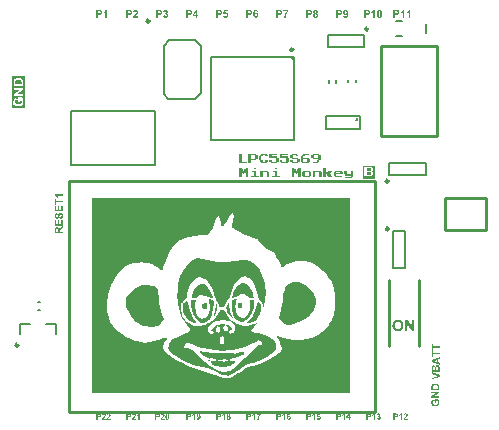
<source format=gto>
G04*
G04 #@! TF.GenerationSoftware,Altium Limited,Altium Designer,20.1.10 (176)*
G04*
G04 Layer_Color=15132400*
%FSLAX25Y25*%
%MOIN*%
G70*
G04*
G04 #@! TF.SameCoordinates,5BC12612-045E-4FBA-96B6-5BC6791460FD*
G04*
G04*
G04 #@! TF.FilePolarity,Positive*
G04*
G01*
G75*
%ADD10C,0.00984*%
%ADD11C,0.01000*%
%ADD12C,0.00787*%
%ADD13C,0.00551*%
%ADD14C,0.00700*%
%ADD15C,0.00800*%
G36*
X13780Y-22123D02*
X12877Y-21220D01*
X13780D01*
Y-22123D01*
D02*
G37*
G36*
X8285Y-58319D02*
Y-58538D01*
X7410D01*
Y-58319D01*
Y-58101D01*
X8285D01*
Y-58319D01*
D02*
G37*
G36*
X1286D02*
Y-58538D01*
X411D01*
Y-58319D01*
Y-58101D01*
X1286D01*
Y-58319D01*
D02*
G37*
G36*
X16158Y-59632D02*
Y-61163D01*
X15283D01*
Y-60506D01*
Y-59850D01*
X14846D01*
Y-60069D01*
Y-60288D01*
X14408D01*
Y-60069D01*
Y-59850D01*
X13971D01*
Y-60506D01*
Y-61163D01*
X13096D01*
Y-59632D01*
Y-58101D01*
X13971D01*
Y-58319D01*
Y-58538D01*
X14408D01*
Y-58757D01*
Y-58976D01*
X14846D01*
Y-58757D01*
Y-58538D01*
X15283D01*
Y-58319D01*
Y-58101D01*
X16158D01*
Y-59632D01*
D02*
G37*
G36*
X-1338D02*
Y-61163D01*
X-2213D01*
Y-60506D01*
Y-59850D01*
X-2650D01*
Y-60069D01*
Y-60288D01*
X-3088D01*
Y-60069D01*
Y-59850D01*
X-3525D01*
Y-60506D01*
Y-61163D01*
X-4400D01*
Y-59632D01*
Y-58101D01*
X-3525D01*
Y-58319D01*
Y-58538D01*
X-3088D01*
Y-58757D01*
Y-58976D01*
X-2650D01*
Y-58757D01*
Y-58538D01*
X-2213D01*
Y-58319D01*
Y-58101D01*
X-1338D01*
Y-59632D01*
D02*
G37*
G36*
X33654Y-60069D02*
Y-61163D01*
X33216D01*
Y-61381D01*
Y-61600D01*
X31029D01*
Y-61381D01*
Y-61163D01*
X32779D01*
Y-60944D01*
Y-60725D01*
X31029D01*
Y-60506D01*
Y-60288D01*
X30592D01*
Y-59632D01*
Y-58976D01*
X31467D01*
Y-59632D01*
Y-60288D01*
X32779D01*
Y-59632D01*
Y-58976D01*
X33654D01*
Y-60069D01*
D02*
G37*
G36*
X29717Y-59194D02*
Y-59413D01*
X30155D01*
Y-59850D01*
Y-60288D01*
X27968D01*
Y-60506D01*
Y-60725D01*
X29717D01*
Y-60944D01*
Y-61163D01*
X27530D01*
Y-60944D01*
Y-60725D01*
X27093D01*
Y-60069D01*
Y-59413D01*
X27530D01*
Y-59194D01*
Y-58976D01*
X29717D01*
Y-59194D01*
D02*
G37*
G36*
X24468Y-58757D02*
Y-59413D01*
X25343D01*
Y-59194D01*
Y-58976D01*
X26655D01*
Y-59194D01*
Y-59413D01*
X26218D01*
Y-59632D01*
Y-59850D01*
X25781D01*
Y-60069D01*
Y-60288D01*
X26218D01*
Y-60506D01*
Y-60725D01*
X26655D01*
Y-60944D01*
Y-61163D01*
X25343D01*
Y-60944D01*
Y-60725D01*
X24906D01*
Y-60506D01*
Y-60288D01*
X24468D01*
Y-60725D01*
Y-61163D01*
X23594D01*
Y-59632D01*
Y-58101D01*
X24468D01*
Y-58757D01*
D02*
G37*
G36*
X22719Y-59194D02*
Y-59413D01*
X23156D01*
Y-60288D01*
Y-61163D01*
X22281D01*
Y-60288D01*
Y-59413D01*
X20969D01*
Y-60288D01*
Y-61163D01*
X20094D01*
Y-60069D01*
Y-58976D01*
X22719D01*
Y-59194D01*
D02*
G37*
G36*
X19220D02*
Y-59413D01*
X19657D01*
Y-60069D01*
Y-60725D01*
X19220D01*
Y-60944D01*
Y-61163D01*
X17033D01*
Y-60944D01*
Y-60725D01*
X16595D01*
Y-60069D01*
Y-59413D01*
X17033D01*
Y-59194D01*
Y-58976D01*
X19220D01*
Y-59194D01*
D02*
G37*
G36*
X8285Y-59850D02*
Y-60725D01*
X9159D01*
Y-60944D01*
Y-61163D01*
X6535D01*
Y-60944D01*
Y-60725D01*
X7410D01*
Y-60069D01*
Y-59413D01*
X6972D01*
Y-59194D01*
Y-58976D01*
X8285D01*
Y-59850D01*
D02*
G37*
G36*
X5223Y-59194D02*
Y-59413D01*
X5660D01*
Y-60288D01*
Y-61163D01*
X4785D01*
Y-60288D01*
Y-59413D01*
X3473D01*
Y-60288D01*
Y-61163D01*
X2598D01*
Y-60069D01*
Y-58976D01*
X5223D01*
Y-59194D01*
D02*
G37*
G36*
X1286Y-59850D02*
Y-60725D01*
X2161D01*
Y-60944D01*
Y-61163D01*
X-463D01*
Y-60944D01*
Y-60725D01*
X411D01*
Y-60069D01*
Y-59413D01*
X-26D01*
Y-59194D01*
Y-58976D01*
X1286D01*
Y-59850D01*
D02*
G37*
G36*
X14846Y-53619D02*
Y-53838D01*
X15283D01*
Y-54057D01*
Y-54276D01*
X14408D01*
Y-54057D01*
Y-53838D01*
X13533D01*
Y-54276D01*
Y-54713D01*
X15283D01*
Y-54932D01*
Y-55150D01*
X15720D01*
Y-55588D01*
Y-56025D01*
X15283D01*
Y-56244D01*
Y-56463D01*
X13096D01*
Y-56244D01*
Y-56025D01*
X12659D01*
Y-55806D01*
Y-55588D01*
X13533D01*
Y-55806D01*
Y-56025D01*
X14846D01*
Y-55588D01*
Y-55150D01*
X13096D01*
Y-54932D01*
Y-54713D01*
X12659D01*
Y-54276D01*
Y-53838D01*
X13096D01*
Y-53619D01*
Y-53401D01*
X14846D01*
Y-53619D01*
D02*
G37*
G36*
X4785D02*
Y-53838D01*
X5223D01*
Y-54057D01*
Y-54276D01*
X4348D01*
Y-54057D01*
Y-53838D01*
X3473D01*
Y-54057D01*
Y-54276D01*
X3036D01*
Y-54932D01*
Y-55588D01*
X3473D01*
Y-55806D01*
Y-56025D01*
X4348D01*
Y-55806D01*
Y-55588D01*
X5223D01*
Y-55806D01*
Y-56025D01*
X4785D01*
Y-56244D01*
Y-56463D01*
X3036D01*
Y-56244D01*
Y-56025D01*
X2598D01*
Y-55806D01*
Y-55588D01*
X2161D01*
Y-54932D01*
Y-54276D01*
X2598D01*
Y-54057D01*
Y-53838D01*
X3036D01*
Y-53619D01*
Y-53401D01*
X4785D01*
Y-53619D01*
D02*
G37*
G36*
X11784D02*
Y-53838D01*
X10034D01*
Y-54057D01*
Y-54276D01*
X11784D01*
Y-54494D01*
Y-54713D01*
X12221D01*
Y-55369D01*
Y-56025D01*
X11784D01*
Y-56244D01*
Y-56463D01*
X9597D01*
Y-56244D01*
Y-56025D01*
X9159D01*
Y-55806D01*
Y-55588D01*
X10034D01*
Y-55806D01*
Y-56025D01*
X11346D01*
Y-55369D01*
Y-54713D01*
X9159D01*
Y-54057D01*
Y-53401D01*
X11784D01*
Y-53619D01*
D02*
G37*
G36*
X8285D02*
Y-53838D01*
X6535D01*
Y-54057D01*
Y-54276D01*
X8285D01*
Y-54494D01*
Y-54713D01*
X8722D01*
Y-55369D01*
Y-56025D01*
X8285D01*
Y-56244D01*
Y-56463D01*
X6098D01*
Y-56244D01*
Y-56025D01*
X5660D01*
Y-55806D01*
Y-55588D01*
X6535D01*
Y-55806D01*
Y-56025D01*
X7847D01*
Y-55369D01*
Y-54713D01*
X5660D01*
Y-54057D01*
Y-53401D01*
X8285D01*
Y-53619D01*
D02*
G37*
G36*
X22281D02*
Y-53838D01*
X22719D01*
Y-54713D01*
Y-55588D01*
X22281D01*
Y-55806D01*
Y-56025D01*
X21844D01*
Y-56244D01*
Y-56463D01*
X20094D01*
Y-56244D01*
Y-56025D01*
X21407D01*
Y-55806D01*
Y-55588D01*
X21844D01*
Y-55369D01*
Y-55150D01*
X20094D01*
Y-54932D01*
Y-54713D01*
X19657D01*
Y-54276D01*
Y-53838D01*
X20094D01*
Y-53619D01*
Y-53401D01*
X22281D01*
Y-53619D01*
D02*
G37*
G36*
X18782D02*
Y-53838D01*
X17470D01*
Y-54057D01*
Y-54276D01*
X17033D01*
Y-54494D01*
Y-54713D01*
X18782D01*
Y-54932D01*
Y-55150D01*
X19220D01*
Y-55588D01*
Y-56025D01*
X18782D01*
Y-56244D01*
Y-56463D01*
X16595D01*
Y-56244D01*
Y-56025D01*
X16158D01*
Y-55150D01*
Y-54276D01*
X16595D01*
Y-54057D01*
Y-53838D01*
X17033D01*
Y-53619D01*
Y-53401D01*
X18782D01*
Y-53619D01*
D02*
G37*
G36*
X1286D02*
Y-53838D01*
X1724D01*
Y-54494D01*
Y-55150D01*
X1286D01*
Y-55369D01*
Y-55588D01*
X-463D01*
Y-56025D01*
Y-56463D01*
X-1338D01*
Y-54932D01*
Y-53401D01*
X1286D01*
Y-53619D01*
D02*
G37*
G36*
X-3525Y-54713D02*
Y-56025D01*
X-1776D01*
Y-56244D01*
Y-56463D01*
X-4400D01*
Y-54932D01*
Y-53401D01*
X-3525D01*
Y-54713D01*
D02*
G37*
G36*
X40862Y-61800D02*
X36800D01*
Y-57301D01*
X40862D01*
Y-61800D01*
D02*
G37*
G36*
X32686Y-133200D02*
X-53500D01*
Y-68177D01*
X32686D01*
Y-133200D01*
D02*
G37*
G36*
X-47860Y-139946D02*
X-47835Y-139949D01*
X-47806Y-139953D01*
X-47773Y-139958D01*
X-47738Y-139964D01*
X-47700Y-139973D01*
X-47662Y-139984D01*
X-47622Y-139998D01*
X-47582Y-140013D01*
X-47545Y-140033D01*
X-47507Y-140055D01*
X-47469Y-140080D01*
X-47436Y-140109D01*
X-47434Y-140111D01*
X-47429Y-140115D01*
X-47420Y-140126D01*
X-47409Y-140137D01*
X-47396Y-140153D01*
X-47380Y-140173D01*
X-47365Y-140195D01*
X-47347Y-140222D01*
X-47331Y-140248D01*
X-47316Y-140279D01*
X-47300Y-140313D01*
X-47287Y-140348D01*
X-47276Y-140388D01*
X-47267Y-140428D01*
X-47262Y-140470D01*
X-47260Y-140515D01*
Y-140517D01*
Y-140522D01*
Y-140528D01*
Y-140539D01*
X-47262Y-140550D01*
Y-140566D01*
X-47267Y-140599D01*
X-47274Y-140641D01*
X-47282Y-140686D01*
X-47294Y-140732D01*
X-47311Y-140779D01*
Y-140781D01*
X-47314Y-140783D01*
X-47316Y-140792D01*
X-47320Y-140801D01*
X-47327Y-140812D01*
X-47334Y-140826D01*
X-47349Y-140859D01*
X-47371Y-140897D01*
X-47398Y-140941D01*
X-47431Y-140990D01*
X-47469Y-141041D01*
X-47473Y-141045D01*
X-47482Y-141059D01*
X-47502Y-141079D01*
X-47527Y-141108D01*
X-47545Y-141125D01*
X-47562Y-141145D01*
X-47584Y-141165D01*
X-47607Y-141190D01*
X-47633Y-141214D01*
X-47662Y-141243D01*
X-47693Y-141272D01*
X-47727Y-141303D01*
X-47729Y-141305D01*
X-47735Y-141310D01*
X-47744Y-141319D01*
X-47755Y-141330D01*
X-47771Y-141343D01*
X-47789Y-141358D01*
X-47826Y-141394D01*
X-47866Y-141432D01*
X-47904Y-141469D01*
X-47922Y-141487D01*
X-47937Y-141503D01*
X-47951Y-141518D01*
X-47962Y-141529D01*
X-47964Y-141532D01*
X-47971Y-141538D01*
X-47980Y-141549D01*
X-47991Y-141563D01*
X-48002Y-141580D01*
X-48015Y-141598D01*
X-48042Y-141636D01*
X-47260D01*
Y-142000D01*
X-48637D01*
Y-141998D01*
X-48634Y-141991D01*
Y-141980D01*
X-48632Y-141964D01*
X-48628Y-141947D01*
X-48623Y-141925D01*
X-48619Y-141900D01*
X-48612Y-141874D01*
X-48594Y-141814D01*
X-48570Y-141747D01*
X-48541Y-141678D01*
X-48504Y-141609D01*
X-48501Y-141607D01*
X-48499Y-141600D01*
X-48490Y-141589D01*
X-48481Y-141576D01*
X-48468Y-141558D01*
X-48450Y-141534D01*
X-48430Y-141509D01*
X-48406Y-141478D01*
X-48379Y-141445D01*
X-48346Y-141410D01*
X-48310Y-141367D01*
X-48270Y-141325D01*
X-48226Y-141279D01*
X-48175Y-141227D01*
X-48122Y-141174D01*
X-48062Y-141119D01*
X-48059Y-141116D01*
X-48051Y-141108D01*
X-48037Y-141094D01*
X-48019Y-141079D01*
X-47997Y-141059D01*
X-47975Y-141036D01*
X-47949Y-141010D01*
X-47922Y-140983D01*
X-47864Y-140928D01*
X-47811Y-140872D01*
X-47789Y-140848D01*
X-47767Y-140823D01*
X-47749Y-140801D01*
X-47735Y-140783D01*
Y-140781D01*
X-47731Y-140779D01*
X-47729Y-140772D01*
X-47722Y-140763D01*
X-47709Y-140739D01*
X-47693Y-140708D01*
X-47680Y-140672D01*
X-47667Y-140632D01*
X-47658Y-140588D01*
X-47653Y-140544D01*
Y-140542D01*
Y-140537D01*
Y-140530D01*
Y-140522D01*
X-47658Y-140499D01*
X-47662Y-140468D01*
X-47671Y-140437D01*
X-47682Y-140404D01*
X-47700Y-140371D01*
X-47724Y-140342D01*
X-47727Y-140339D01*
X-47738Y-140331D01*
X-47753Y-140320D01*
X-47775Y-140306D01*
X-47804Y-140293D01*
X-47837Y-140282D01*
X-47875Y-140273D01*
X-47920Y-140271D01*
X-47940D01*
X-47962Y-140275D01*
X-47991Y-140279D01*
X-48022Y-140288D01*
X-48055Y-140302D01*
X-48088Y-140322D01*
X-48117Y-140346D01*
X-48119Y-140350D01*
X-48128Y-140359D01*
X-48139Y-140377D01*
X-48155Y-140404D01*
X-48168Y-140437D01*
X-48182Y-140479D01*
X-48193Y-140530D01*
X-48197Y-140559D01*
X-48199Y-140590D01*
X-48590Y-140553D01*
Y-140548D01*
X-48588Y-140539D01*
X-48586Y-140522D01*
X-48581Y-140499D01*
X-48577Y-140473D01*
X-48570Y-140442D01*
X-48561Y-140408D01*
X-48550Y-140373D01*
X-48537Y-140335D01*
X-48521Y-140297D01*
X-48504Y-140257D01*
X-48483Y-140220D01*
X-48461Y-140182D01*
X-48435Y-140146D01*
X-48406Y-140115D01*
X-48373Y-140086D01*
X-48370Y-140084D01*
X-48364Y-140080D01*
X-48353Y-140073D01*
X-48339Y-140064D01*
X-48322Y-140053D01*
X-48299Y-140042D01*
X-48275Y-140029D01*
X-48246Y-140015D01*
X-48213Y-140002D01*
X-48179Y-139989D01*
X-48142Y-139978D01*
X-48099Y-139966D01*
X-48057Y-139958D01*
X-48011Y-139951D01*
X-47962Y-139946D01*
X-47911Y-139944D01*
X-47882D01*
X-47860Y-139946D01*
D02*
G37*
G36*
X-49451D02*
X-49427Y-139949D01*
X-49398Y-139953D01*
X-49365Y-139958D01*
X-49329Y-139964D01*
X-49292Y-139973D01*
X-49254Y-139984D01*
X-49214Y-139998D01*
X-49174Y-140013D01*
X-49136Y-140033D01*
X-49099Y-140055D01*
X-49061Y-140080D01*
X-49027Y-140109D01*
X-49025Y-140111D01*
X-49021Y-140115D01*
X-49012Y-140126D01*
X-49001Y-140137D01*
X-48987Y-140153D01*
X-48972Y-140173D01*
X-48956Y-140195D01*
X-48939Y-140222D01*
X-48923Y-140248D01*
X-48908Y-140279D01*
X-48892Y-140313D01*
X-48879Y-140348D01*
X-48868Y-140388D01*
X-48859Y-140428D01*
X-48854Y-140470D01*
X-48852Y-140515D01*
Y-140517D01*
Y-140522D01*
Y-140528D01*
Y-140539D01*
X-48854Y-140550D01*
Y-140566D01*
X-48859Y-140599D01*
X-48865Y-140641D01*
X-48874Y-140686D01*
X-48885Y-140732D01*
X-48903Y-140779D01*
Y-140781D01*
X-48905Y-140783D01*
X-48908Y-140792D01*
X-48912Y-140801D01*
X-48919Y-140812D01*
X-48925Y-140826D01*
X-48941Y-140859D01*
X-48963Y-140897D01*
X-48990Y-140941D01*
X-49023Y-140990D01*
X-49061Y-141041D01*
X-49065Y-141045D01*
X-49074Y-141059D01*
X-49094Y-141079D01*
X-49118Y-141108D01*
X-49136Y-141125D01*
X-49154Y-141145D01*
X-49176Y-141165D01*
X-49198Y-141190D01*
X-49225Y-141214D01*
X-49254Y-141243D01*
X-49285Y-141272D01*
X-49318Y-141303D01*
X-49321Y-141305D01*
X-49327Y-141310D01*
X-49336Y-141319D01*
X-49347Y-141330D01*
X-49363Y-141343D01*
X-49380Y-141358D01*
X-49418Y-141394D01*
X-49458Y-141432D01*
X-49496Y-141469D01*
X-49514Y-141487D01*
X-49529Y-141503D01*
X-49542Y-141518D01*
X-49554Y-141529D01*
X-49556Y-141532D01*
X-49562Y-141538D01*
X-49571Y-141549D01*
X-49582Y-141563D01*
X-49593Y-141580D01*
X-49607Y-141598D01*
X-49633Y-141636D01*
X-48852D01*
Y-142000D01*
X-50228D01*
Y-141998D01*
X-50226Y-141991D01*
Y-141980D01*
X-50224Y-141964D01*
X-50220Y-141947D01*
X-50215Y-141925D01*
X-50211Y-141900D01*
X-50204Y-141874D01*
X-50186Y-141814D01*
X-50162Y-141747D01*
X-50133Y-141678D01*
X-50095Y-141609D01*
X-50093Y-141607D01*
X-50091Y-141600D01*
X-50082Y-141589D01*
X-50073Y-141576D01*
X-50060Y-141558D01*
X-50042Y-141534D01*
X-50022Y-141509D01*
X-49998Y-141478D01*
X-49971Y-141445D01*
X-49938Y-141410D01*
X-49902Y-141367D01*
X-49862Y-141325D01*
X-49818Y-141279D01*
X-49767Y-141227D01*
X-49713Y-141174D01*
X-49654Y-141119D01*
X-49651Y-141116D01*
X-49642Y-141108D01*
X-49629Y-141094D01*
X-49611Y-141079D01*
X-49589Y-141059D01*
X-49567Y-141036D01*
X-49540Y-141010D01*
X-49514Y-140983D01*
X-49456Y-140928D01*
X-49403Y-140872D01*
X-49380Y-140848D01*
X-49358Y-140823D01*
X-49340Y-140801D01*
X-49327Y-140783D01*
Y-140781D01*
X-49323Y-140779D01*
X-49321Y-140772D01*
X-49314Y-140763D01*
X-49301Y-140739D01*
X-49285Y-140708D01*
X-49272Y-140672D01*
X-49258Y-140632D01*
X-49249Y-140588D01*
X-49245Y-140544D01*
Y-140542D01*
Y-140537D01*
Y-140530D01*
Y-140522D01*
X-49249Y-140499D01*
X-49254Y-140468D01*
X-49263Y-140437D01*
X-49274Y-140404D01*
X-49292Y-140371D01*
X-49316Y-140342D01*
X-49318Y-140339D01*
X-49329Y-140331D01*
X-49345Y-140320D01*
X-49367Y-140306D01*
X-49396Y-140293D01*
X-49429Y-140282D01*
X-49467Y-140273D01*
X-49511Y-140271D01*
X-49531D01*
X-49554Y-140275D01*
X-49582Y-140279D01*
X-49613Y-140288D01*
X-49647Y-140302D01*
X-49680Y-140322D01*
X-49709Y-140346D01*
X-49711Y-140350D01*
X-49720Y-140359D01*
X-49731Y-140377D01*
X-49747Y-140404D01*
X-49760Y-140437D01*
X-49773Y-140479D01*
X-49784Y-140530D01*
X-49789Y-140559D01*
X-49791Y-140590D01*
X-50182Y-140553D01*
Y-140548D01*
X-50180Y-140539D01*
X-50177Y-140522D01*
X-50173Y-140499D01*
X-50169Y-140473D01*
X-50162Y-140442D01*
X-50153Y-140408D01*
X-50142Y-140373D01*
X-50129Y-140335D01*
X-50113Y-140297D01*
X-50095Y-140257D01*
X-50075Y-140220D01*
X-50053Y-140182D01*
X-50026Y-140146D01*
X-49998Y-140115D01*
X-49964Y-140086D01*
X-49962Y-140084D01*
X-49955Y-140080D01*
X-49944Y-140073D01*
X-49931Y-140064D01*
X-49913Y-140053D01*
X-49891Y-140042D01*
X-49867Y-140029D01*
X-49838Y-140015D01*
X-49804Y-140002D01*
X-49771Y-139989D01*
X-49733Y-139978D01*
X-49691Y-139966D01*
X-49649Y-139958D01*
X-49602Y-139951D01*
X-49554Y-139946D01*
X-49503Y-139944D01*
X-49474D01*
X-49451Y-139946D01*
D02*
G37*
G36*
X-51210Y-139953D02*
X-51174D01*
X-51134Y-139955D01*
X-51050Y-139958D01*
X-51010Y-139962D01*
X-50970Y-139964D01*
X-50932Y-139966D01*
X-50899Y-139971D01*
X-50870Y-139978D01*
X-50846Y-139982D01*
X-50843D01*
X-50837Y-139984D01*
X-50828Y-139987D01*
X-50817Y-139991D01*
X-50801Y-139998D01*
X-50783Y-140004D01*
X-50744Y-140024D01*
X-50697Y-140051D01*
X-50648Y-140086D01*
X-50621Y-140109D01*
X-50597Y-140131D01*
X-50573Y-140155D01*
X-50550Y-140184D01*
X-50548Y-140186D01*
X-50546Y-140191D01*
X-50539Y-140200D01*
X-50533Y-140211D01*
X-50521Y-140226D01*
X-50513Y-140246D01*
X-50502Y-140266D01*
X-50490Y-140291D01*
X-50479Y-140320D01*
X-50468Y-140348D01*
X-50457Y-140382D01*
X-50448Y-140417D01*
X-50442Y-140455D01*
X-50435Y-140495D01*
X-50433Y-140539D01*
X-50431Y-140584D01*
Y-140586D01*
Y-140593D01*
Y-140601D01*
Y-140615D01*
X-50433Y-140630D01*
X-50435Y-140650D01*
X-50437Y-140670D01*
X-50439Y-140695D01*
X-50448Y-140744D01*
X-50459Y-140797D01*
X-50477Y-140850D01*
X-50499Y-140901D01*
Y-140903D01*
X-50502Y-140905D01*
X-50506Y-140912D01*
X-50513Y-140921D01*
X-50526Y-140945D01*
X-50546Y-140974D01*
X-50573Y-141005D01*
X-50601Y-141039D01*
X-50637Y-141072D01*
X-50675Y-141103D01*
X-50677D01*
X-50679Y-141105D01*
X-50692Y-141114D01*
X-50712Y-141128D01*
X-50741Y-141143D01*
X-50772Y-141159D01*
X-50808Y-141174D01*
X-50848Y-141188D01*
X-50888Y-141199D01*
X-50890D01*
X-50894Y-141201D01*
X-50903D01*
X-50914Y-141203D01*
X-50930Y-141205D01*
X-50950Y-141208D01*
X-50972Y-141210D01*
X-50997Y-141212D01*
X-51025Y-141216D01*
X-51059Y-141219D01*
X-51094Y-141221D01*
X-51132Y-141223D01*
X-51174Y-141225D01*
X-51219D01*
X-51267Y-141227D01*
X-51587D01*
Y-142000D01*
X-52000D01*
Y-139951D01*
X-51245D01*
X-51210Y-139953D01*
D02*
G37*
G36*
X53978Y-112530D02*
X53215D01*
X51682Y-110046D01*
Y-112530D01*
X50976D01*
Y-108746D01*
X51714D01*
X53272Y-111288D01*
Y-108746D01*
X53978D01*
Y-112530D01*
D02*
G37*
G36*
X48611Y-108689D02*
X48668Y-108693D01*
X48738Y-108701D01*
X48820Y-108713D01*
X48910Y-108730D01*
X49008Y-108750D01*
X49115Y-108779D01*
X49222Y-108812D01*
X49332Y-108853D01*
X49447Y-108906D01*
X49558Y-108963D01*
X49664Y-109033D01*
X49767Y-109115D01*
X49865Y-109205D01*
X49869Y-109209D01*
X49886Y-109230D01*
X49910Y-109258D01*
X49943Y-109300D01*
X49984Y-109353D01*
X50025Y-109418D01*
X50070Y-109492D01*
X50119Y-109582D01*
X50165Y-109677D01*
X50210Y-109787D01*
X50255Y-109906D01*
X50292Y-110033D01*
X50324Y-110173D01*
X50349Y-110320D01*
X50365Y-110480D01*
X50370Y-110648D01*
Y-110652D01*
Y-110661D01*
Y-110673D01*
Y-110689D01*
Y-110710D01*
X50365Y-110734D01*
X50361Y-110800D01*
X50353Y-110878D01*
X50345Y-110964D01*
X50328Y-111067D01*
X50308Y-111173D01*
X50279Y-111284D01*
X50247Y-111403D01*
X50205Y-111522D01*
X50160Y-111641D01*
X50103Y-111759D01*
X50033Y-111874D01*
X49959Y-111981D01*
X49869Y-112083D01*
X49865Y-112088D01*
X49845Y-112104D01*
X49820Y-112133D01*
X49779Y-112165D01*
X49730Y-112202D01*
X49668Y-112247D01*
X49599Y-112293D01*
X49517Y-112342D01*
X49426Y-112391D01*
X49328Y-112436D01*
X49217Y-112481D01*
X49099Y-112518D01*
X48971Y-112551D01*
X48836Y-112580D01*
X48689Y-112596D01*
X48537Y-112600D01*
X48500D01*
X48455Y-112596D01*
X48397Y-112592D01*
X48328Y-112584D01*
X48242Y-112571D01*
X48151Y-112559D01*
X48053Y-112534D01*
X47946Y-112510D01*
X47840Y-112473D01*
X47725Y-112432D01*
X47614Y-112383D01*
X47504Y-112325D01*
X47397Y-112256D01*
X47295Y-112178D01*
X47196Y-112088D01*
X47192Y-112079D01*
X47176Y-112063D01*
X47151Y-112034D01*
X47118Y-111993D01*
X47081Y-111940D01*
X47040Y-111874D01*
X46995Y-111801D01*
X46950Y-111714D01*
X46901Y-111620D01*
X46856Y-111513D01*
X46815Y-111399D01*
X46778Y-111272D01*
X46745Y-111136D01*
X46720Y-110989D01*
X46704Y-110833D01*
X46700Y-110669D01*
Y-110661D01*
Y-110644D01*
Y-110611D01*
X46704Y-110571D01*
Y-110521D01*
X46708Y-110464D01*
X46716Y-110402D01*
X46720Y-110329D01*
X46733Y-110255D01*
X46741Y-110177D01*
X46774Y-110013D01*
X46815Y-109853D01*
X46843Y-109771D01*
X46872Y-109697D01*
Y-109693D01*
X46876Y-109685D01*
X46885Y-109669D01*
X46897Y-109648D01*
X46909Y-109623D01*
X46926Y-109595D01*
X46962Y-109521D01*
X47012Y-109443D01*
X47073Y-109353D01*
X47143Y-109267D01*
X47221Y-109177D01*
X47225Y-109172D01*
X47233Y-109168D01*
X47245Y-109156D01*
X47262Y-109140D01*
X47282Y-109119D01*
X47307Y-109099D01*
X47368Y-109049D01*
X47438Y-108992D01*
X47524Y-108935D01*
X47614Y-108881D01*
X47713Y-108836D01*
X47717D01*
X47729Y-108828D01*
X47750Y-108824D01*
X47774Y-108812D01*
X47807Y-108799D01*
X47848Y-108787D01*
X47893Y-108775D01*
X47946Y-108758D01*
X48004Y-108746D01*
X48065Y-108734D01*
X48135Y-108721D01*
X48205Y-108709D01*
X48360Y-108693D01*
X48529Y-108685D01*
X48566D01*
X48611Y-108689D01*
D02*
G37*
G36*
X-75841Y-27596D02*
Y-38100D01*
X-80155D01*
Y-27596D01*
X-75841D01*
D02*
G37*
G36*
X61028Y-130016D02*
X61059D01*
X61095Y-130018D01*
X61134Y-130024D01*
X61219Y-130032D01*
X61311Y-130046D01*
X61402Y-130066D01*
X61491Y-130093D01*
X61494D01*
X61502Y-130099D01*
X61519Y-130104D01*
X61538Y-130110D01*
X61560Y-130121D01*
X61588Y-130132D01*
X61618Y-130146D01*
X61651Y-130163D01*
X61724Y-130201D01*
X61798Y-130248D01*
X61873Y-130304D01*
X61942Y-130368D01*
X61945Y-130370D01*
X61948Y-130373D01*
X61956Y-130381D01*
X61964Y-130393D01*
X61976Y-130406D01*
X61989Y-130420D01*
X62003Y-130440D01*
X62017Y-130462D01*
X62050Y-130514D01*
X62084Y-130575D01*
X62117Y-130647D01*
X62147Y-130728D01*
Y-130730D01*
X62150Y-130736D01*
X62153Y-130744D01*
X62156Y-130758D01*
X62159Y-130775D01*
X62164Y-130797D01*
X62169Y-130822D01*
X62172Y-130850D01*
X62178Y-130880D01*
X62183Y-130913D01*
X62189Y-130952D01*
X62192Y-130994D01*
X62195Y-131035D01*
X62197Y-131082D01*
X62200Y-131132D01*
Y-132154D01*
X59643D01*
Y-131160D01*
X59646Y-131132D01*
Y-131068D01*
X59649Y-131032D01*
X59654Y-130955D01*
X59665Y-130874D01*
X59676Y-130797D01*
X59685Y-130761D01*
X59693Y-130728D01*
Y-130725D01*
X59696Y-130717D01*
X59702Y-130705D01*
X59707Y-130689D01*
X59712Y-130669D01*
X59724Y-130647D01*
X59749Y-130595D01*
X59779Y-130534D01*
X59821Y-130470D01*
X59870Y-130406D01*
X59929Y-130343D01*
X59931Y-130340D01*
X59937Y-130334D01*
X59945Y-130326D01*
X59959Y-130315D01*
X59976Y-130304D01*
X59995Y-130287D01*
X60017Y-130271D01*
X60045Y-130251D01*
X60073Y-130232D01*
X60103Y-130212D01*
X60175Y-130171D01*
X60255Y-130132D01*
X60344Y-130099D01*
X60347D01*
X60355Y-130096D01*
X60369Y-130090D01*
X60388Y-130085D01*
X60411Y-130079D01*
X60441Y-130071D01*
X60474Y-130063D01*
X60510Y-130054D01*
X60552Y-130049D01*
X60599Y-130041D01*
X60649Y-130032D01*
X60701Y-130027D01*
X60760Y-130021D01*
X60818Y-130016D01*
X60882Y-130013D01*
X60948D01*
X60951D01*
X60962D01*
X60978D01*
X61001D01*
X61028Y-130016D01*
D02*
G37*
G36*
X62200Y-133215D02*
X60521Y-134251D01*
X62200D01*
Y-134728D01*
X59643D01*
Y-134229D01*
X61361Y-133176D01*
X59643D01*
Y-132700D01*
X62200D01*
Y-133215D01*
D02*
G37*
G36*
X61857Y-135212D02*
X61859Y-135218D01*
X61868Y-135226D01*
X61879Y-135240D01*
X61892Y-135257D01*
X61909Y-135276D01*
X61926Y-135301D01*
X61945Y-135329D01*
X61967Y-135362D01*
X61989Y-135395D01*
X62012Y-135434D01*
X62034Y-135478D01*
X62059Y-135522D01*
X62081Y-135572D01*
X62106Y-135625D01*
X62128Y-135680D01*
Y-135683D01*
X62134Y-135694D01*
X62139Y-135711D01*
X62147Y-135733D01*
X62156Y-135761D01*
X62167Y-135794D01*
X62175Y-135833D01*
X62186Y-135874D01*
X62197Y-135919D01*
X62208Y-135968D01*
X62219Y-136018D01*
X62228Y-136074D01*
X62242Y-136187D01*
X62244Y-136246D01*
X62247Y-136304D01*
Y-136342D01*
X62244Y-136370D01*
X62242Y-136406D01*
X62239Y-136448D01*
X62233Y-136492D01*
X62225Y-136542D01*
X62217Y-136594D01*
X62205Y-136650D01*
X62192Y-136708D01*
X62178Y-136769D01*
X62159Y-136830D01*
X62136Y-136888D01*
X62111Y-136946D01*
X62081Y-137004D01*
X62078Y-137007D01*
X62073Y-137018D01*
X62064Y-137032D01*
X62050Y-137054D01*
X62031Y-137076D01*
X62012Y-137107D01*
X61987Y-137137D01*
X61956Y-137171D01*
X61926Y-137207D01*
X61890Y-137243D01*
X61848Y-137281D01*
X61807Y-137318D01*
X61760Y-137354D01*
X61710Y-137390D01*
X61657Y-137420D01*
X61599Y-137450D01*
X61596Y-137453D01*
X61585Y-137456D01*
X61568Y-137464D01*
X61544Y-137473D01*
X61516Y-137484D01*
X61480Y-137497D01*
X61441Y-137511D01*
X61397Y-137525D01*
X61347Y-137539D01*
X61294Y-137553D01*
X61239Y-137564D01*
X61181Y-137578D01*
X61117Y-137586D01*
X61053Y-137594D01*
X60987Y-137597D01*
X60918Y-137600D01*
X60912D01*
X60901D01*
X60879D01*
X60851Y-137597D01*
X60815Y-137594D01*
X60773Y-137592D01*
X60729Y-137586D01*
X60679Y-137578D01*
X60627Y-137569D01*
X60568Y-137558D01*
X60510Y-137545D01*
X60449Y-137531D01*
X60388Y-137511D01*
X60328Y-137489D01*
X60267Y-137464D01*
X60208Y-137434D01*
X60206Y-137431D01*
X60194Y-137425D01*
X60178Y-137417D01*
X60156Y-137403D01*
X60131Y-137384D01*
X60100Y-137365D01*
X60067Y-137340D01*
X60031Y-137309D01*
X59992Y-137279D01*
X59953Y-137240D01*
X59915Y-137201D01*
X59873Y-137157D01*
X59834Y-137110D01*
X59798Y-137057D01*
X59762Y-137002D01*
X59729Y-136943D01*
X59726Y-136941D01*
X59724Y-136932D01*
X59718Y-136919D01*
X59710Y-136899D01*
X59699Y-136874D01*
X59688Y-136847D01*
X59676Y-136813D01*
X59665Y-136775D01*
X59654Y-136733D01*
X59643Y-136686D01*
X59632Y-136636D01*
X59621Y-136581D01*
X59613Y-136522D01*
X59607Y-136461D01*
X59602Y-136398D01*
Y-136284D01*
X59605Y-136254D01*
X59607Y-136212D01*
X59613Y-136165D01*
X59618Y-136115D01*
X59627Y-136060D01*
X59638Y-136002D01*
X59652Y-135941D01*
X59665Y-135880D01*
X59685Y-135816D01*
X59710Y-135755D01*
X59735Y-135697D01*
X59765Y-135642D01*
X59801Y-135589D01*
X59804Y-135586D01*
X59809Y-135578D01*
X59821Y-135564D01*
X59837Y-135545D01*
X59859Y-135525D01*
X59882Y-135500D01*
X59912Y-135473D01*
X59945Y-135445D01*
X59981Y-135415D01*
X60023Y-135387D01*
X60070Y-135356D01*
X60117Y-135329D01*
X60170Y-135304D01*
X60228Y-135279D01*
X60289Y-135259D01*
X60352Y-135243D01*
X60449Y-135755D01*
X60447D01*
X60441Y-135758D01*
X60430Y-135761D01*
X60419Y-135766D01*
X60402Y-135772D01*
X60383Y-135780D01*
X60341Y-135802D01*
X60294Y-135830D01*
X60244Y-135866D01*
X60197Y-135907D01*
X60153Y-135960D01*
Y-135963D01*
X60147Y-135966D01*
X60142Y-135974D01*
X60136Y-135988D01*
X60128Y-136002D01*
X60117Y-136018D01*
X60109Y-136040D01*
X60098Y-136063D01*
X60078Y-136115D01*
X60059Y-136179D01*
X60048Y-136251D01*
X60042Y-136331D01*
Y-136365D01*
X60045Y-136387D01*
X60048Y-136414D01*
X60053Y-136448D01*
X60062Y-136486D01*
X60070Y-136525D01*
X60081Y-136567D01*
X60095Y-136611D01*
X60111Y-136655D01*
X60134Y-136700D01*
X60158Y-136744D01*
X60186Y-136788D01*
X60219Y-136830D01*
X60258Y-136869D01*
X60261Y-136872D01*
X60269Y-136877D01*
X60280Y-136888D01*
X60300Y-136899D01*
X60322Y-136916D01*
X60350Y-136932D01*
X60380Y-136949D01*
X60419Y-136968D01*
X60460Y-136988D01*
X60508Y-137004D01*
X60560Y-137021D01*
X60618Y-137038D01*
X60679Y-137049D01*
X60746Y-137060D01*
X60818Y-137065D01*
X60895Y-137068D01*
X60901D01*
X60915D01*
X60940Y-137065D01*
X60970D01*
X61009Y-137063D01*
X61050Y-137057D01*
X61100Y-137051D01*
X61153Y-137043D01*
X61206Y-137032D01*
X61264Y-137018D01*
X61319Y-137002D01*
X61377Y-136982D01*
X61433Y-136960D01*
X61485Y-136932D01*
X61535Y-136902D01*
X61580Y-136866D01*
X61582Y-136863D01*
X61588Y-136858D01*
X61602Y-136844D01*
X61616Y-136830D01*
X61632Y-136808D01*
X61651Y-136786D01*
X61671Y-136755D01*
X61693Y-136725D01*
X61715Y-136689D01*
X61735Y-136647D01*
X61754Y-136606D01*
X61771Y-136558D01*
X61784Y-136506D01*
X61796Y-136453D01*
X61804Y-136398D01*
X61807Y-136337D01*
Y-136309D01*
X61804Y-136295D01*
Y-136276D01*
X61798Y-136234D01*
X61790Y-136185D01*
X61779Y-136132D01*
X61765Y-136074D01*
X61743Y-136013D01*
Y-136010D01*
X61740Y-136004D01*
X61737Y-135996D01*
X61732Y-135985D01*
X61718Y-135955D01*
X61699Y-135916D01*
X61677Y-135872D01*
X61651Y-135824D01*
X61624Y-135777D01*
X61591Y-135730D01*
X61264D01*
Y-136320D01*
X60832D01*
Y-135210D01*
X61854D01*
X61857Y-135212D01*
D02*
G37*
G36*
X60275Y-117525D02*
X62400D01*
Y-118041D01*
X60275D01*
Y-118800D01*
X59843D01*
Y-116772D01*
X60275D01*
Y-117525D01*
D02*
G37*
G36*
Y-119705D02*
X62400D01*
Y-120221D01*
X60275D01*
Y-120980D01*
X59843D01*
Y-118952D01*
X60275D01*
Y-119705D01*
D02*
G37*
G36*
X62400Y-121633D02*
X61818Y-121858D01*
Y-122880D01*
X62400Y-123093D01*
Y-123639D01*
X59843Y-122644D01*
Y-122096D01*
X62400Y-121071D01*
Y-121633D01*
D02*
G37*
G36*
X61705Y-123819D02*
X61724Y-123822D01*
X61768Y-123827D01*
X61821Y-123836D01*
X61876Y-123852D01*
X61937Y-123872D01*
X62001Y-123899D01*
X62004D01*
X62009Y-123902D01*
X62018Y-123908D01*
X62029Y-123913D01*
X62059Y-123933D01*
X62095Y-123958D01*
X62137Y-123988D01*
X62181Y-124027D01*
X62226Y-124071D01*
X62264Y-124121D01*
Y-124124D01*
X62267Y-124126D01*
X62273Y-124135D01*
X62281Y-124146D01*
X62286Y-124160D01*
X62295Y-124176D01*
X62314Y-124215D01*
X62336Y-124265D01*
X62356Y-124326D01*
X62372Y-124392D01*
X62383Y-124467D01*
Y-124481D01*
X62386Y-124495D01*
Y-124512D01*
X62389Y-124534D01*
Y-124561D01*
X62392Y-124592D01*
Y-124631D01*
X62394Y-124675D01*
Y-124725D01*
X62397Y-124783D01*
Y-124919D01*
X62400Y-124999D01*
Y-125957D01*
X59843D01*
Y-124833D01*
X59846Y-124800D01*
Y-124766D01*
X59849Y-124691D01*
X59854Y-124617D01*
X59863Y-124545D01*
X59865Y-124514D01*
X59871Y-124484D01*
Y-124478D01*
X59874Y-124470D01*
X59877Y-124459D01*
X59882Y-124431D01*
X59893Y-124395D01*
X59907Y-124354D01*
X59926Y-124309D01*
X59949Y-124262D01*
X59976Y-124218D01*
Y-124215D01*
X59979Y-124212D01*
X59990Y-124198D01*
X60009Y-124176D01*
X60032Y-124149D01*
X60065Y-124118D01*
X60101Y-124085D01*
X60142Y-124052D01*
X60189Y-124021D01*
X60192D01*
X60195Y-124018D01*
X60203Y-124013D01*
X60212Y-124007D01*
X60239Y-123996D01*
X60275Y-123980D01*
X60320Y-123966D01*
X60372Y-123952D01*
X60428Y-123944D01*
X60489Y-123941D01*
X60492D01*
X60497D01*
X60505D01*
X60519Y-123944D01*
X60536D01*
X60552Y-123946D01*
X60597Y-123952D01*
X60649Y-123966D01*
X60705Y-123982D01*
X60760Y-124005D01*
X60818Y-124038D01*
X60821D01*
X60824Y-124043D01*
X60832Y-124049D01*
X60843Y-124054D01*
X60868Y-124077D01*
X60901Y-124107D01*
X60937Y-124146D01*
X60976Y-124190D01*
X61012Y-124243D01*
X61043Y-124301D01*
Y-124298D01*
X61045Y-124290D01*
X61051Y-124279D01*
X61057Y-124262D01*
X61065Y-124243D01*
X61073Y-124221D01*
X61098Y-124168D01*
X61129Y-124113D01*
X61170Y-124052D01*
X61217Y-123994D01*
X61275Y-123944D01*
X61278Y-123941D01*
X61284Y-123938D01*
X61292Y-123933D01*
X61303Y-123924D01*
X61320Y-123913D01*
X61339Y-123902D01*
X61361Y-123891D01*
X61383Y-123880D01*
X61442Y-123858D01*
X61505Y-123836D01*
X61580Y-123822D01*
X61619Y-123816D01*
X61660D01*
X61663D01*
X61669D01*
X61677D01*
X61691D01*
X61705Y-123819D01*
D02*
G37*
G36*
X62400Y-127135D02*
Y-127689D01*
X59843Y-128600D01*
Y-128043D01*
X61735Y-127395D01*
X59843Y-126769D01*
Y-126221D01*
X62400Y-127135D01*
D02*
G37*
G36*
X-37582Y-142000D02*
X-37975D01*
Y-140524D01*
X-37977Y-140526D01*
X-37984Y-140533D01*
X-37997Y-140544D01*
X-38013Y-140557D01*
X-38033Y-140573D01*
X-38059Y-140593D01*
X-38086Y-140615D01*
X-38119Y-140637D01*
X-38155Y-140661D01*
X-38193Y-140686D01*
X-38235Y-140710D01*
X-38279Y-140735D01*
X-38326Y-140759D01*
X-38377Y-140781D01*
X-38428Y-140801D01*
X-38481Y-140821D01*
Y-140464D01*
X-38479D01*
X-38475Y-140462D01*
X-38466Y-140459D01*
X-38455Y-140455D01*
X-38439Y-140448D01*
X-38424Y-140442D01*
X-38404Y-140433D01*
X-38381Y-140422D01*
X-38333Y-140397D01*
X-38277Y-140364D01*
X-38215Y-140324D01*
X-38148Y-140275D01*
X-38146Y-140273D01*
X-38139Y-140268D01*
X-38131Y-140262D01*
X-38119Y-140251D01*
X-38104Y-140237D01*
X-38088Y-140220D01*
X-38071Y-140202D01*
X-38051Y-140180D01*
X-38008Y-140131D01*
X-37969Y-140075D01*
X-37931Y-140013D01*
X-37915Y-139980D01*
X-37902Y-139944D01*
X-37582D01*
Y-142000D01*
D02*
G37*
G36*
X-39451Y-139946D02*
X-39427Y-139949D01*
X-39398Y-139953D01*
X-39365Y-139958D01*
X-39329Y-139964D01*
X-39292Y-139973D01*
X-39254Y-139984D01*
X-39214Y-139998D01*
X-39174Y-140013D01*
X-39136Y-140033D01*
X-39099Y-140055D01*
X-39061Y-140080D01*
X-39027Y-140109D01*
X-39025Y-140111D01*
X-39021Y-140115D01*
X-39012Y-140126D01*
X-39001Y-140137D01*
X-38987Y-140153D01*
X-38972Y-140173D01*
X-38956Y-140195D01*
X-38939Y-140222D01*
X-38923Y-140248D01*
X-38908Y-140279D01*
X-38892Y-140313D01*
X-38879Y-140348D01*
X-38868Y-140388D01*
X-38859Y-140428D01*
X-38854Y-140470D01*
X-38852Y-140515D01*
Y-140517D01*
Y-140522D01*
Y-140528D01*
Y-140539D01*
X-38854Y-140550D01*
Y-140566D01*
X-38859Y-140599D01*
X-38865Y-140641D01*
X-38874Y-140686D01*
X-38885Y-140732D01*
X-38903Y-140779D01*
Y-140781D01*
X-38905Y-140783D01*
X-38908Y-140792D01*
X-38912Y-140801D01*
X-38919Y-140812D01*
X-38925Y-140826D01*
X-38941Y-140859D01*
X-38963Y-140897D01*
X-38990Y-140941D01*
X-39023Y-140990D01*
X-39061Y-141041D01*
X-39065Y-141045D01*
X-39074Y-141059D01*
X-39094Y-141079D01*
X-39118Y-141108D01*
X-39136Y-141125D01*
X-39154Y-141145D01*
X-39176Y-141165D01*
X-39198Y-141190D01*
X-39225Y-141214D01*
X-39254Y-141243D01*
X-39285Y-141272D01*
X-39318Y-141303D01*
X-39320Y-141305D01*
X-39327Y-141310D01*
X-39336Y-141319D01*
X-39347Y-141330D01*
X-39363Y-141343D01*
X-39380Y-141358D01*
X-39418Y-141394D01*
X-39458Y-141432D01*
X-39496Y-141469D01*
X-39514Y-141487D01*
X-39529Y-141503D01*
X-39542Y-141518D01*
X-39554Y-141529D01*
X-39556Y-141532D01*
X-39562Y-141538D01*
X-39571Y-141549D01*
X-39582Y-141563D01*
X-39593Y-141580D01*
X-39607Y-141598D01*
X-39634Y-141636D01*
X-38852D01*
Y-142000D01*
X-40228D01*
Y-141998D01*
X-40226Y-141991D01*
Y-141980D01*
X-40224Y-141964D01*
X-40220Y-141947D01*
X-40215Y-141925D01*
X-40211Y-141900D01*
X-40204Y-141874D01*
X-40186Y-141814D01*
X-40162Y-141747D01*
X-40133Y-141678D01*
X-40095Y-141609D01*
X-40093Y-141607D01*
X-40091Y-141600D01*
X-40082Y-141589D01*
X-40073Y-141576D01*
X-40060Y-141558D01*
X-40042Y-141534D01*
X-40022Y-141509D01*
X-39998Y-141478D01*
X-39971Y-141445D01*
X-39938Y-141410D01*
X-39902Y-141367D01*
X-39862Y-141325D01*
X-39818Y-141279D01*
X-39767Y-141227D01*
X-39713Y-141174D01*
X-39654Y-141119D01*
X-39651Y-141116D01*
X-39642Y-141108D01*
X-39629Y-141094D01*
X-39611Y-141079D01*
X-39589Y-141059D01*
X-39567Y-141036D01*
X-39540Y-141010D01*
X-39514Y-140983D01*
X-39456Y-140928D01*
X-39403Y-140872D01*
X-39380Y-140848D01*
X-39358Y-140823D01*
X-39340Y-140801D01*
X-39327Y-140783D01*
Y-140781D01*
X-39323Y-140779D01*
X-39320Y-140772D01*
X-39314Y-140763D01*
X-39301Y-140739D01*
X-39285Y-140708D01*
X-39272Y-140672D01*
X-39258Y-140632D01*
X-39249Y-140588D01*
X-39245Y-140544D01*
Y-140542D01*
Y-140537D01*
Y-140530D01*
Y-140522D01*
X-39249Y-140499D01*
X-39254Y-140468D01*
X-39263Y-140437D01*
X-39274Y-140404D01*
X-39292Y-140371D01*
X-39316Y-140342D01*
X-39318Y-140339D01*
X-39329Y-140331D01*
X-39345Y-140320D01*
X-39367Y-140306D01*
X-39396Y-140293D01*
X-39429Y-140282D01*
X-39467Y-140273D01*
X-39511Y-140271D01*
X-39531D01*
X-39554Y-140275D01*
X-39582Y-140279D01*
X-39614Y-140288D01*
X-39647Y-140302D01*
X-39680Y-140322D01*
X-39709Y-140346D01*
X-39711Y-140350D01*
X-39720Y-140359D01*
X-39731Y-140377D01*
X-39747Y-140404D01*
X-39760Y-140437D01*
X-39773Y-140479D01*
X-39784Y-140530D01*
X-39789Y-140559D01*
X-39791Y-140590D01*
X-40182Y-140553D01*
Y-140548D01*
X-40180Y-140539D01*
X-40177Y-140522D01*
X-40173Y-140499D01*
X-40168Y-140473D01*
X-40162Y-140442D01*
X-40153Y-140408D01*
X-40142Y-140373D01*
X-40128Y-140335D01*
X-40113Y-140297D01*
X-40095Y-140257D01*
X-40075Y-140220D01*
X-40053Y-140182D01*
X-40026Y-140146D01*
X-39998Y-140115D01*
X-39964Y-140086D01*
X-39962Y-140084D01*
X-39955Y-140080D01*
X-39944Y-140073D01*
X-39931Y-140064D01*
X-39913Y-140053D01*
X-39891Y-140042D01*
X-39867Y-140029D01*
X-39838Y-140015D01*
X-39804Y-140002D01*
X-39771Y-139989D01*
X-39733Y-139978D01*
X-39691Y-139966D01*
X-39649Y-139958D01*
X-39602Y-139951D01*
X-39554Y-139946D01*
X-39503Y-139944D01*
X-39474D01*
X-39451Y-139946D01*
D02*
G37*
G36*
X-41210Y-139953D02*
X-41174D01*
X-41134Y-139955D01*
X-41050Y-139958D01*
X-41010Y-139962D01*
X-40970Y-139964D01*
X-40932Y-139966D01*
X-40899Y-139971D01*
X-40870Y-139978D01*
X-40846Y-139982D01*
X-40843D01*
X-40837Y-139984D01*
X-40828Y-139987D01*
X-40817Y-139991D01*
X-40801Y-139998D01*
X-40783Y-140004D01*
X-40743Y-140024D01*
X-40697Y-140051D01*
X-40648Y-140086D01*
X-40621Y-140109D01*
X-40597Y-140131D01*
X-40573Y-140155D01*
X-40550Y-140184D01*
X-40548Y-140186D01*
X-40546Y-140191D01*
X-40539Y-140200D01*
X-40533Y-140211D01*
X-40521Y-140226D01*
X-40513Y-140246D01*
X-40501Y-140266D01*
X-40490Y-140291D01*
X-40479Y-140320D01*
X-40468Y-140348D01*
X-40457Y-140382D01*
X-40448Y-140417D01*
X-40442Y-140455D01*
X-40435Y-140495D01*
X-40433Y-140539D01*
X-40431Y-140584D01*
Y-140586D01*
Y-140593D01*
Y-140601D01*
Y-140615D01*
X-40433Y-140630D01*
X-40435Y-140650D01*
X-40437Y-140670D01*
X-40439Y-140695D01*
X-40448Y-140744D01*
X-40459Y-140797D01*
X-40477Y-140850D01*
X-40499Y-140901D01*
Y-140903D01*
X-40501Y-140905D01*
X-40506Y-140912D01*
X-40513Y-140921D01*
X-40526Y-140945D01*
X-40546Y-140974D01*
X-40573Y-141005D01*
X-40601Y-141039D01*
X-40637Y-141072D01*
X-40675Y-141103D01*
X-40677D01*
X-40679Y-141105D01*
X-40692Y-141114D01*
X-40712Y-141128D01*
X-40741Y-141143D01*
X-40772Y-141159D01*
X-40808Y-141174D01*
X-40848Y-141188D01*
X-40888Y-141199D01*
X-40890D01*
X-40894Y-141201D01*
X-40903D01*
X-40914Y-141203D01*
X-40930Y-141205D01*
X-40950Y-141208D01*
X-40972Y-141210D01*
X-40997Y-141212D01*
X-41025Y-141216D01*
X-41059Y-141219D01*
X-41094Y-141221D01*
X-41132Y-141223D01*
X-41174Y-141225D01*
X-41219D01*
X-41267Y-141227D01*
X-41587D01*
Y-142000D01*
X-42000D01*
Y-139951D01*
X-41245D01*
X-41210Y-139953D01*
D02*
G37*
G36*
X-29851Y-139946D02*
X-29827Y-139949D01*
X-29798Y-139953D01*
X-29765Y-139958D01*
X-29729Y-139964D01*
X-29692Y-139973D01*
X-29654Y-139984D01*
X-29614Y-139998D01*
X-29574Y-140013D01*
X-29536Y-140033D01*
X-29498Y-140055D01*
X-29461Y-140080D01*
X-29427Y-140109D01*
X-29425Y-140111D01*
X-29421Y-140115D01*
X-29412Y-140126D01*
X-29401Y-140137D01*
X-29388Y-140153D01*
X-29372Y-140173D01*
X-29356Y-140195D01*
X-29339Y-140222D01*
X-29323Y-140248D01*
X-29307Y-140279D01*
X-29292Y-140313D01*
X-29279Y-140348D01*
X-29268Y-140388D01*
X-29259Y-140428D01*
X-29254Y-140470D01*
X-29252Y-140515D01*
Y-140517D01*
Y-140522D01*
Y-140528D01*
Y-140539D01*
X-29254Y-140550D01*
Y-140566D01*
X-29259Y-140599D01*
X-29265Y-140641D01*
X-29274Y-140686D01*
X-29285Y-140732D01*
X-29303Y-140779D01*
Y-140781D01*
X-29305Y-140783D01*
X-29307Y-140792D01*
X-29312Y-140801D01*
X-29319Y-140812D01*
X-29325Y-140826D01*
X-29341Y-140859D01*
X-29363Y-140897D01*
X-29390Y-140941D01*
X-29423Y-140990D01*
X-29461Y-141041D01*
X-29465Y-141045D01*
X-29474Y-141059D01*
X-29494Y-141079D01*
X-29518Y-141108D01*
X-29536Y-141125D01*
X-29554Y-141145D01*
X-29576Y-141165D01*
X-29598Y-141190D01*
X-29625Y-141214D01*
X-29654Y-141243D01*
X-29685Y-141272D01*
X-29718Y-141303D01*
X-29721Y-141305D01*
X-29727Y-141310D01*
X-29736Y-141319D01*
X-29747Y-141330D01*
X-29763Y-141343D01*
X-29780Y-141358D01*
X-29818Y-141394D01*
X-29858Y-141432D01*
X-29896Y-141469D01*
X-29914Y-141487D01*
X-29929Y-141503D01*
X-29943Y-141518D01*
X-29954Y-141529D01*
X-29956Y-141532D01*
X-29962Y-141538D01*
X-29971Y-141549D01*
X-29982Y-141563D01*
X-29994Y-141580D01*
X-30007Y-141598D01*
X-30033Y-141636D01*
X-29252D01*
Y-142000D01*
X-30628D01*
Y-141998D01*
X-30626Y-141991D01*
Y-141980D01*
X-30624Y-141964D01*
X-30620Y-141947D01*
X-30615Y-141925D01*
X-30611Y-141900D01*
X-30604Y-141874D01*
X-30586Y-141814D01*
X-30562Y-141747D01*
X-30533Y-141678D01*
X-30495Y-141609D01*
X-30493Y-141607D01*
X-30491Y-141600D01*
X-30482Y-141589D01*
X-30473Y-141576D01*
X-30460Y-141558D01*
X-30442Y-141534D01*
X-30422Y-141509D01*
X-30398Y-141478D01*
X-30371Y-141445D01*
X-30338Y-141410D01*
X-30302Y-141367D01*
X-30262Y-141325D01*
X-30218Y-141279D01*
X-30167Y-141227D01*
X-30113Y-141174D01*
X-30053Y-141119D01*
X-30051Y-141116D01*
X-30042Y-141108D01*
X-30029Y-141094D01*
X-30011Y-141079D01*
X-29989Y-141059D01*
X-29967Y-141036D01*
X-29940Y-141010D01*
X-29914Y-140983D01*
X-29856Y-140928D01*
X-29803Y-140872D01*
X-29780Y-140848D01*
X-29758Y-140823D01*
X-29740Y-140801D01*
X-29727Y-140783D01*
Y-140781D01*
X-29723Y-140779D01*
X-29721Y-140772D01*
X-29714Y-140763D01*
X-29700Y-140739D01*
X-29685Y-140708D01*
X-29672Y-140672D01*
X-29658Y-140632D01*
X-29649Y-140588D01*
X-29645Y-140544D01*
Y-140542D01*
Y-140537D01*
Y-140530D01*
Y-140522D01*
X-29649Y-140499D01*
X-29654Y-140468D01*
X-29663Y-140437D01*
X-29674Y-140404D01*
X-29692Y-140371D01*
X-29716Y-140342D01*
X-29718Y-140339D01*
X-29729Y-140331D01*
X-29745Y-140320D01*
X-29767Y-140306D01*
X-29796Y-140293D01*
X-29829Y-140282D01*
X-29867Y-140273D01*
X-29911Y-140271D01*
X-29931D01*
X-29954Y-140275D01*
X-29982Y-140279D01*
X-30013Y-140288D01*
X-30047Y-140302D01*
X-30080Y-140322D01*
X-30109Y-140346D01*
X-30111Y-140350D01*
X-30120Y-140359D01*
X-30131Y-140377D01*
X-30147Y-140404D01*
X-30160Y-140437D01*
X-30173Y-140479D01*
X-30184Y-140530D01*
X-30189Y-140559D01*
X-30191Y-140590D01*
X-30582Y-140553D01*
Y-140548D01*
X-30580Y-140539D01*
X-30577Y-140522D01*
X-30573Y-140499D01*
X-30569Y-140473D01*
X-30562Y-140442D01*
X-30553Y-140408D01*
X-30542Y-140373D01*
X-30529Y-140335D01*
X-30513Y-140297D01*
X-30495Y-140257D01*
X-30475Y-140220D01*
X-30453Y-140182D01*
X-30426Y-140146D01*
X-30398Y-140115D01*
X-30364Y-140086D01*
X-30362Y-140084D01*
X-30355Y-140080D01*
X-30344Y-140073D01*
X-30331Y-140064D01*
X-30313Y-140053D01*
X-30291Y-140042D01*
X-30267Y-140029D01*
X-30238Y-140015D01*
X-30204Y-140002D01*
X-30171Y-139989D01*
X-30133Y-139978D01*
X-30091Y-139966D01*
X-30049Y-139958D01*
X-30002Y-139951D01*
X-29954Y-139946D01*
X-29902Y-139944D01*
X-29874D01*
X-29851Y-139946D01*
D02*
G37*
G36*
X-31610Y-139953D02*
X-31574D01*
X-31534Y-139955D01*
X-31450Y-139958D01*
X-31410Y-139962D01*
X-31370Y-139964D01*
X-31332Y-139966D01*
X-31299Y-139971D01*
X-31270Y-139978D01*
X-31246Y-139982D01*
X-31243D01*
X-31237Y-139984D01*
X-31228Y-139987D01*
X-31217Y-139991D01*
X-31201Y-139998D01*
X-31183Y-140004D01*
X-31144Y-140024D01*
X-31097Y-140051D01*
X-31048Y-140086D01*
X-31021Y-140109D01*
X-30997Y-140131D01*
X-30972Y-140155D01*
X-30950Y-140184D01*
X-30948Y-140186D01*
X-30946Y-140191D01*
X-30939Y-140200D01*
X-30933Y-140211D01*
X-30922Y-140226D01*
X-30913Y-140246D01*
X-30902Y-140266D01*
X-30890Y-140291D01*
X-30879Y-140320D01*
X-30868Y-140348D01*
X-30857Y-140382D01*
X-30848Y-140417D01*
X-30842Y-140455D01*
X-30835Y-140495D01*
X-30833Y-140539D01*
X-30830Y-140584D01*
Y-140586D01*
Y-140593D01*
Y-140601D01*
Y-140615D01*
X-30833Y-140630D01*
X-30835Y-140650D01*
X-30837Y-140670D01*
X-30839Y-140695D01*
X-30848Y-140744D01*
X-30859Y-140797D01*
X-30877Y-140850D01*
X-30899Y-140901D01*
Y-140903D01*
X-30902Y-140905D01*
X-30906Y-140912D01*
X-30913Y-140921D01*
X-30926Y-140945D01*
X-30946Y-140974D01*
X-30972Y-141005D01*
X-31001Y-141039D01*
X-31037Y-141072D01*
X-31075Y-141103D01*
X-31077D01*
X-31079Y-141105D01*
X-31092Y-141114D01*
X-31112Y-141128D01*
X-31141Y-141143D01*
X-31172Y-141159D01*
X-31208Y-141174D01*
X-31248Y-141188D01*
X-31288Y-141199D01*
X-31290D01*
X-31294Y-141201D01*
X-31303D01*
X-31314Y-141203D01*
X-31330Y-141205D01*
X-31350Y-141208D01*
X-31372Y-141210D01*
X-31397Y-141212D01*
X-31425Y-141216D01*
X-31459Y-141219D01*
X-31494Y-141221D01*
X-31532Y-141223D01*
X-31574Y-141225D01*
X-31619D01*
X-31667Y-141227D01*
X-31987D01*
Y-142000D01*
X-32400D01*
Y-139951D01*
X-31645D01*
X-31610Y-139953D01*
D02*
G37*
G36*
X-28295Y-139946D02*
X-28275D01*
X-28251Y-139951D01*
X-28222Y-139955D01*
X-28189Y-139962D01*
X-28153Y-139971D01*
X-28118Y-139982D01*
X-28080Y-139995D01*
X-28040Y-140013D01*
X-28002Y-140033D01*
X-27964Y-140058D01*
X-27927Y-140086D01*
X-27891Y-140120D01*
X-27858Y-140157D01*
X-27856Y-140160D01*
X-27849Y-140168D01*
X-27840Y-140184D01*
X-27827Y-140206D01*
X-27811Y-140233D01*
X-27793Y-140268D01*
X-27776Y-140308D01*
X-27758Y-140357D01*
X-27740Y-140410D01*
X-27720Y-140473D01*
X-27705Y-140542D01*
X-27689Y-140617D01*
X-27676Y-140699D01*
X-27667Y-140790D01*
X-27660Y-140888D01*
X-27658Y-140992D01*
Y-140994D01*
Y-140999D01*
Y-141008D01*
Y-141016D01*
Y-141032D01*
X-27660Y-141048D01*
Y-141065D01*
Y-141088D01*
X-27665Y-141134D01*
X-27669Y-141190D01*
X-27676Y-141250D01*
X-27683Y-141314D01*
X-27694Y-141383D01*
X-27707Y-141452D01*
X-27725Y-141523D01*
X-27742Y-141592D01*
X-27767Y-141656D01*
X-27793Y-141720D01*
X-27825Y-141778D01*
X-27860Y-141829D01*
X-27862Y-141831D01*
X-27867Y-141838D01*
X-27878Y-141849D01*
X-27891Y-141862D01*
X-27907Y-141878D01*
X-27929Y-141896D01*
X-27953Y-141913D01*
X-27980Y-141933D01*
X-28011Y-141953D01*
X-28047Y-141971D01*
X-28084Y-141989D01*
X-28126Y-142004D01*
X-28171Y-142018D01*
X-28220Y-142029D01*
X-28271Y-142035D01*
X-28324Y-142038D01*
X-28337D01*
X-28353Y-142035D01*
X-28373Y-142033D01*
X-28400Y-142031D01*
X-28428Y-142027D01*
X-28462Y-142018D01*
X-28497Y-142009D01*
X-28535Y-141998D01*
X-28573Y-141982D01*
X-28613Y-141962D01*
X-28653Y-141942D01*
X-28693Y-141916D01*
X-28733Y-141885D01*
X-28770Y-141849D01*
X-28806Y-141809D01*
X-28808Y-141807D01*
X-28813Y-141798D01*
X-28824Y-141785D01*
X-28835Y-141765D01*
X-28848Y-141738D01*
X-28863Y-141705D01*
X-28879Y-141665D01*
X-28897Y-141620D01*
X-28915Y-141567D01*
X-28930Y-141507D01*
X-28946Y-141441D01*
X-28959Y-141365D01*
X-28970Y-141283D01*
X-28979Y-141192D01*
X-28986Y-141094D01*
X-28988Y-140988D01*
Y-140986D01*
Y-140981D01*
Y-140972D01*
Y-140963D01*
Y-140948D01*
X-28986Y-140932D01*
Y-140914D01*
Y-140894D01*
X-28981Y-140846D01*
X-28977Y-140792D01*
X-28970Y-140732D01*
X-28963Y-140668D01*
X-28952Y-140599D01*
X-28939Y-140530D01*
X-28923Y-140462D01*
X-28903Y-140393D01*
X-28881Y-140326D01*
X-28855Y-140264D01*
X-28824Y-140206D01*
X-28788Y-140155D01*
X-28786Y-140153D01*
X-28779Y-140146D01*
X-28770Y-140135D01*
X-28757Y-140122D01*
X-28739Y-140106D01*
X-28719Y-140089D01*
X-28695Y-140069D01*
X-28668Y-140049D01*
X-28637Y-140031D01*
X-28602Y-140011D01*
X-28564Y-139993D01*
X-28522Y-139978D01*
X-28477Y-139964D01*
X-28428Y-139953D01*
X-28377Y-139946D01*
X-28324Y-139944D01*
X-28311D01*
X-28295Y-139946D01*
D02*
G37*
G36*
X-17931D02*
X-17911Y-139949D01*
X-17884Y-139951D01*
X-17853Y-139958D01*
X-17818Y-139964D01*
X-17780Y-139975D01*
X-17740Y-139987D01*
X-17700Y-140004D01*
X-17655Y-140022D01*
X-17613Y-140046D01*
X-17571Y-140073D01*
X-17529Y-140106D01*
X-17487Y-140144D01*
X-17449Y-140186D01*
X-17447Y-140189D01*
X-17440Y-140197D01*
X-17431Y-140213D01*
X-17418Y-140233D01*
X-17402Y-140260D01*
X-17385Y-140293D01*
X-17367Y-140331D01*
X-17349Y-140375D01*
X-17331Y-140428D01*
X-17311Y-140486D01*
X-17296Y-140550D01*
X-17280Y-140624D01*
X-17267Y-140701D01*
X-17258Y-140786D01*
X-17251Y-140879D01*
X-17249Y-140979D01*
Y-140981D01*
Y-140986D01*
Y-140992D01*
Y-141003D01*
Y-141016D01*
X-17251Y-141032D01*
Y-141050D01*
Y-141070D01*
X-17256Y-141116D01*
X-17260Y-141170D01*
X-17267Y-141227D01*
X-17276Y-141290D01*
X-17287Y-141356D01*
X-17300Y-141423D01*
X-17318Y-141492D01*
X-17338Y-141558D01*
X-17360Y-141623D01*
X-17389Y-141683D01*
X-17420Y-141738D01*
X-17458Y-141789D01*
X-17460Y-141791D01*
X-17467Y-141800D01*
X-17480Y-141811D01*
X-17496Y-141827D01*
X-17516Y-141847D01*
X-17542Y-141867D01*
X-17571Y-141891D01*
X-17604Y-141913D01*
X-17640Y-141936D01*
X-17682Y-141960D01*
X-17727Y-141980D01*
X-17775Y-141998D01*
X-17826Y-142016D01*
X-17880Y-142027D01*
X-17940Y-142035D01*
X-18000Y-142038D01*
X-18022D01*
X-18040Y-142035D01*
X-18059Y-142033D01*
X-18084Y-142031D01*
X-18111Y-142027D01*
X-18137Y-142022D01*
X-18199Y-142007D01*
X-18233Y-141996D01*
X-18264Y-141984D01*
X-18297Y-141969D01*
X-18328Y-141953D01*
X-18359Y-141933D01*
X-18388Y-141911D01*
X-18390Y-141909D01*
X-18395Y-141904D01*
X-18401Y-141898D01*
X-18413Y-141887D01*
X-18424Y-141874D01*
X-18437Y-141856D01*
X-18450Y-141838D01*
X-18466Y-141814D01*
X-18481Y-141789D01*
X-18497Y-141760D01*
X-18515Y-141729D01*
X-18528Y-141694D01*
X-18543Y-141656D01*
X-18555Y-141616D01*
X-18566Y-141571D01*
X-18575Y-141525D01*
X-18195Y-141483D01*
Y-141485D01*
Y-141487D01*
X-18193Y-141494D01*
Y-141503D01*
X-18188Y-141523D01*
X-18182Y-141549D01*
X-18173Y-141576D01*
X-18159Y-141605D01*
X-18144Y-141631D01*
X-18124Y-141656D01*
X-18122Y-141658D01*
X-18113Y-141665D01*
X-18100Y-141674D01*
X-18082Y-141683D01*
X-18059Y-141694D01*
X-18033Y-141702D01*
X-18004Y-141709D01*
X-17968Y-141711D01*
X-17957D01*
X-17948Y-141709D01*
X-17926Y-141705D01*
X-17897Y-141698D01*
X-17866Y-141685D01*
X-17831Y-141665D01*
X-17815Y-141651D01*
X-17797Y-141636D01*
X-17780Y-141620D01*
X-17764Y-141600D01*
Y-141598D01*
X-17760Y-141596D01*
X-17755Y-141587D01*
X-17751Y-141578D01*
X-17744Y-141565D01*
X-17735Y-141547D01*
X-17727Y-141525D01*
X-17718Y-141500D01*
X-17709Y-141472D01*
X-17700Y-141438D01*
X-17691Y-141401D01*
X-17682Y-141358D01*
X-17673Y-141310D01*
X-17667Y-141259D01*
X-17660Y-141201D01*
X-17655Y-141136D01*
X-17658Y-141139D01*
X-17662Y-141143D01*
X-17671Y-141152D01*
X-17682Y-141163D01*
X-17695Y-141176D01*
X-17713Y-141190D01*
X-17733Y-141205D01*
X-17758Y-141221D01*
X-17782Y-141238D01*
X-17811Y-141254D01*
X-17840Y-141267D01*
X-17873Y-141281D01*
X-17909Y-141292D01*
X-17946Y-141301D01*
X-17984Y-141305D01*
X-18026Y-141307D01*
X-18037D01*
X-18048Y-141305D01*
X-18066D01*
X-18086Y-141301D01*
X-18111Y-141298D01*
X-18139Y-141292D01*
X-18168Y-141285D01*
X-18199Y-141274D01*
X-18233Y-141263D01*
X-18268Y-141247D01*
X-18302Y-141230D01*
X-18337Y-141208D01*
X-18372Y-141183D01*
X-18408Y-141156D01*
X-18441Y-141123D01*
X-18444Y-141121D01*
X-18448Y-141114D01*
X-18457Y-141103D01*
X-18468Y-141090D01*
X-18481Y-141070D01*
X-18497Y-141048D01*
X-18512Y-141021D01*
X-18528Y-140992D01*
X-18546Y-140959D01*
X-18561Y-140923D01*
X-18577Y-140883D01*
X-18590Y-140839D01*
X-18601Y-140792D01*
X-18610Y-140744D01*
X-18614Y-140692D01*
X-18617Y-140637D01*
Y-140632D01*
Y-140624D01*
X-18614Y-140606D01*
Y-140586D01*
X-18610Y-140559D01*
X-18608Y-140528D01*
X-18601Y-140495D01*
X-18595Y-140457D01*
X-18583Y-140419D01*
X-18572Y-140377D01*
X-18557Y-140335D01*
X-18539Y-140295D01*
X-18517Y-140253D01*
X-18492Y-140211D01*
X-18466Y-140173D01*
X-18432Y-140135D01*
X-18430Y-140133D01*
X-18424Y-140126D01*
X-18413Y-140117D01*
X-18399Y-140106D01*
X-18381Y-140091D01*
X-18359Y-140075D01*
X-18333Y-140058D01*
X-18304Y-140040D01*
X-18273Y-140022D01*
X-18237Y-140004D01*
X-18197Y-139989D01*
X-18157Y-139973D01*
X-18111Y-139962D01*
X-18064Y-139953D01*
X-18015Y-139946D01*
X-17962Y-139944D01*
X-17948D01*
X-17931Y-139946D01*
D02*
G37*
G36*
X-19174Y-142000D02*
X-19567D01*
Y-140524D01*
X-19569Y-140526D01*
X-19576Y-140533D01*
X-19589Y-140544D01*
X-19605Y-140557D01*
X-19625Y-140573D01*
X-19651Y-140593D01*
X-19678Y-140615D01*
X-19711Y-140637D01*
X-19747Y-140661D01*
X-19784Y-140686D01*
X-19827Y-140710D01*
X-19871Y-140735D01*
X-19918Y-140759D01*
X-19969Y-140781D01*
X-20020Y-140801D01*
X-20073Y-140821D01*
Y-140464D01*
X-20071D01*
X-20066Y-140462D01*
X-20057Y-140459D01*
X-20046Y-140455D01*
X-20031Y-140448D01*
X-20015Y-140442D01*
X-19995Y-140433D01*
X-19973Y-140422D01*
X-19924Y-140397D01*
X-19869Y-140364D01*
X-19807Y-140324D01*
X-19740Y-140275D01*
X-19738Y-140273D01*
X-19731Y-140268D01*
X-19722Y-140262D01*
X-19711Y-140251D01*
X-19696Y-140237D01*
X-19680Y-140220D01*
X-19662Y-140202D01*
X-19642Y-140180D01*
X-19600Y-140131D01*
X-19560Y-140075D01*
X-19523Y-140013D01*
X-19507Y-139980D01*
X-19494Y-139944D01*
X-19174D01*
Y-142000D01*
D02*
G37*
G36*
X-21210Y-139953D02*
X-21174D01*
X-21134Y-139955D01*
X-21050Y-139958D01*
X-21010Y-139962D01*
X-20970Y-139964D01*
X-20932Y-139966D01*
X-20899Y-139971D01*
X-20870Y-139978D01*
X-20846Y-139982D01*
X-20843D01*
X-20837Y-139984D01*
X-20828Y-139987D01*
X-20817Y-139991D01*
X-20801Y-139998D01*
X-20783Y-140004D01*
X-20743Y-140024D01*
X-20697Y-140051D01*
X-20648Y-140086D01*
X-20621Y-140109D01*
X-20597Y-140131D01*
X-20572Y-140155D01*
X-20550Y-140184D01*
X-20548Y-140186D01*
X-20546Y-140191D01*
X-20539Y-140200D01*
X-20533Y-140211D01*
X-20522Y-140226D01*
X-20513Y-140246D01*
X-20502Y-140266D01*
X-20490Y-140291D01*
X-20479Y-140320D01*
X-20468Y-140348D01*
X-20457Y-140382D01*
X-20448Y-140417D01*
X-20442Y-140455D01*
X-20435Y-140495D01*
X-20433Y-140539D01*
X-20430Y-140584D01*
Y-140586D01*
Y-140593D01*
Y-140601D01*
Y-140615D01*
X-20433Y-140630D01*
X-20435Y-140650D01*
X-20437Y-140670D01*
X-20439Y-140695D01*
X-20448Y-140744D01*
X-20459Y-140797D01*
X-20477Y-140850D01*
X-20499Y-140901D01*
Y-140903D01*
X-20502Y-140905D01*
X-20506Y-140912D01*
X-20513Y-140921D01*
X-20526Y-140945D01*
X-20546Y-140974D01*
X-20572Y-141005D01*
X-20601Y-141039D01*
X-20637Y-141072D01*
X-20675Y-141103D01*
X-20677D01*
X-20679Y-141105D01*
X-20692Y-141114D01*
X-20712Y-141128D01*
X-20741Y-141143D01*
X-20772Y-141159D01*
X-20808Y-141174D01*
X-20848Y-141188D01*
X-20888Y-141199D01*
X-20890D01*
X-20894Y-141201D01*
X-20903D01*
X-20914Y-141203D01*
X-20930Y-141205D01*
X-20950Y-141208D01*
X-20972Y-141210D01*
X-20997Y-141212D01*
X-21025Y-141216D01*
X-21059Y-141219D01*
X-21094Y-141221D01*
X-21132Y-141223D01*
X-21174Y-141225D01*
X-21219D01*
X-21267Y-141227D01*
X-21587D01*
Y-142000D01*
X-22000D01*
Y-139951D01*
X-21245D01*
X-21210Y-139953D01*
D02*
G37*
G36*
X-9174Y-142000D02*
X-9567D01*
Y-140524D01*
X-9569Y-140526D01*
X-9576Y-140533D01*
X-9589Y-140544D01*
X-9605Y-140557D01*
X-9625Y-140573D01*
X-9651Y-140593D01*
X-9678Y-140615D01*
X-9711Y-140637D01*
X-9747Y-140661D01*
X-9784Y-140686D01*
X-9827Y-140710D01*
X-9871Y-140735D01*
X-9918Y-140759D01*
X-9969Y-140781D01*
X-10020Y-140801D01*
X-10073Y-140821D01*
Y-140464D01*
X-10071D01*
X-10066Y-140462D01*
X-10058Y-140459D01*
X-10046Y-140455D01*
X-10031Y-140448D01*
X-10015Y-140442D01*
X-9995Y-140433D01*
X-9973Y-140422D01*
X-9924Y-140397D01*
X-9869Y-140364D01*
X-9807Y-140324D01*
X-9740Y-140275D01*
X-9738Y-140273D01*
X-9731Y-140268D01*
X-9722Y-140262D01*
X-9711Y-140251D01*
X-9696Y-140237D01*
X-9680Y-140220D01*
X-9662Y-140202D01*
X-9642Y-140180D01*
X-9600Y-140131D01*
X-9560Y-140075D01*
X-9522Y-140013D01*
X-9507Y-139980D01*
X-9494Y-139944D01*
X-9174D01*
Y-142000D01*
D02*
G37*
G36*
X-11210Y-139953D02*
X-11174D01*
X-11134Y-139955D01*
X-11050Y-139958D01*
X-11010Y-139962D01*
X-10970Y-139964D01*
X-10932Y-139966D01*
X-10899Y-139971D01*
X-10870Y-139978D01*
X-10846Y-139982D01*
X-10843D01*
X-10837Y-139984D01*
X-10828Y-139987D01*
X-10817Y-139991D01*
X-10801Y-139998D01*
X-10783Y-140004D01*
X-10744Y-140024D01*
X-10697Y-140051D01*
X-10648Y-140086D01*
X-10621Y-140109D01*
X-10597Y-140131D01*
X-10572Y-140155D01*
X-10550Y-140184D01*
X-10548Y-140186D01*
X-10546Y-140191D01*
X-10539Y-140200D01*
X-10533Y-140211D01*
X-10521Y-140226D01*
X-10513Y-140246D01*
X-10502Y-140266D01*
X-10490Y-140291D01*
X-10479Y-140320D01*
X-10468Y-140348D01*
X-10457Y-140382D01*
X-10448Y-140417D01*
X-10442Y-140455D01*
X-10435Y-140495D01*
X-10433Y-140539D01*
X-10430Y-140584D01*
Y-140586D01*
Y-140593D01*
Y-140601D01*
Y-140615D01*
X-10433Y-140630D01*
X-10435Y-140650D01*
X-10437Y-140670D01*
X-10439Y-140695D01*
X-10448Y-140744D01*
X-10459Y-140797D01*
X-10477Y-140850D01*
X-10499Y-140901D01*
Y-140903D01*
X-10502Y-140905D01*
X-10506Y-140912D01*
X-10513Y-140921D01*
X-10526Y-140945D01*
X-10546Y-140974D01*
X-10572Y-141005D01*
X-10601Y-141039D01*
X-10637Y-141072D01*
X-10675Y-141103D01*
X-10677D01*
X-10679Y-141105D01*
X-10692Y-141114D01*
X-10712Y-141128D01*
X-10741Y-141143D01*
X-10772Y-141159D01*
X-10808Y-141174D01*
X-10848Y-141188D01*
X-10888Y-141199D01*
X-10890D01*
X-10894Y-141201D01*
X-10903D01*
X-10914Y-141203D01*
X-10930Y-141205D01*
X-10950Y-141208D01*
X-10972Y-141210D01*
X-10997Y-141212D01*
X-11025Y-141216D01*
X-11059Y-141219D01*
X-11094Y-141221D01*
X-11132Y-141223D01*
X-11174Y-141225D01*
X-11219D01*
X-11267Y-141227D01*
X-11587D01*
Y-142000D01*
X-12000D01*
Y-139951D01*
X-11245D01*
X-11210Y-139953D01*
D02*
G37*
G36*
X-7878Y-139946D02*
X-7853Y-139949D01*
X-7826Y-139953D01*
X-7795Y-139958D01*
X-7760Y-139962D01*
X-7689Y-139982D01*
X-7651Y-139993D01*
X-7613Y-140009D01*
X-7576Y-140024D01*
X-7540Y-140046D01*
X-7504Y-140069D01*
X-7473Y-140095D01*
X-7471Y-140097D01*
X-7467Y-140102D01*
X-7458Y-140111D01*
X-7449Y-140122D01*
X-7436Y-140137D01*
X-7422Y-140155D01*
X-7407Y-140175D01*
X-7391Y-140197D01*
X-7378Y-140224D01*
X-7362Y-140253D01*
X-7349Y-140284D01*
X-7336Y-140317D01*
X-7327Y-140353D01*
X-7318Y-140391D01*
X-7314Y-140430D01*
X-7311Y-140473D01*
Y-140475D01*
Y-140479D01*
Y-140486D01*
Y-140497D01*
X-7314Y-140508D01*
X-7316Y-140524D01*
X-7320Y-140557D01*
X-7329Y-140597D01*
X-7342Y-140639D01*
X-7362Y-140683D01*
X-7387Y-140726D01*
Y-140728D01*
X-7391Y-140730D01*
X-7400Y-140744D01*
X-7418Y-140763D01*
X-7440Y-140788D01*
X-7469Y-140817D01*
X-7504Y-140846D01*
X-7547Y-140872D01*
X-7593Y-140897D01*
X-7591D01*
X-7587Y-140899D01*
X-7578Y-140903D01*
X-7564Y-140910D01*
X-7551Y-140917D01*
X-7533Y-140926D01*
X-7496Y-140948D01*
X-7456Y-140977D01*
X-7411Y-141010D01*
X-7369Y-141050D01*
X-7334Y-141096D01*
Y-141099D01*
X-7329Y-141103D01*
X-7325Y-141110D01*
X-7320Y-141119D01*
X-7314Y-141132D01*
X-7305Y-141147D01*
X-7298Y-141163D01*
X-7289Y-141183D01*
X-7274Y-141227D01*
X-7258Y-141281D01*
X-7249Y-141338D01*
X-7245Y-141401D01*
Y-141403D01*
Y-141414D01*
X-7247Y-141427D01*
Y-141447D01*
X-7249Y-141472D01*
X-7254Y-141498D01*
X-7260Y-141529D01*
X-7267Y-141563D01*
X-7278Y-141600D01*
X-7289Y-141636D01*
X-7305Y-141676D01*
X-7322Y-141714D01*
X-7342Y-141751D01*
X-7367Y-141789D01*
X-7396Y-141825D01*
X-7427Y-141860D01*
X-7429Y-141862D01*
X-7436Y-141867D01*
X-7445Y-141876D01*
X-7460Y-141887D01*
X-7478Y-141902D01*
X-7500Y-141916D01*
X-7527Y-141933D01*
X-7556Y-141949D01*
X-7589Y-141964D01*
X-7624Y-141982D01*
X-7664Y-141996D01*
X-7706Y-142009D01*
X-7753Y-142022D01*
X-7802Y-142031D01*
X-7853Y-142035D01*
X-7908Y-142038D01*
X-7935D01*
X-7955Y-142035D01*
X-7980Y-142033D01*
X-8006Y-142029D01*
X-8037Y-142024D01*
X-8071Y-142020D01*
X-8146Y-142002D01*
X-8184Y-141991D01*
X-8224Y-141976D01*
X-8262Y-141960D01*
X-8302Y-141940D01*
X-8339Y-141918D01*
X-8375Y-141891D01*
X-8377Y-141889D01*
X-8384Y-141882D01*
X-8395Y-141874D01*
X-8408Y-141860D01*
X-8426Y-141842D01*
X-8444Y-141820D01*
X-8463Y-141796D01*
X-8484Y-141767D01*
X-8504Y-141734D01*
X-8523Y-141698D01*
X-8541Y-141660D01*
X-8559Y-141618D01*
X-8572Y-141571D01*
X-8583Y-141523D01*
X-8590Y-141472D01*
X-8592Y-141416D01*
Y-141414D01*
Y-141410D01*
Y-141401D01*
X-8590Y-141387D01*
Y-141374D01*
X-8588Y-141356D01*
X-8581Y-141316D01*
X-8572Y-141270D01*
X-8557Y-141219D01*
X-8537Y-141165D01*
X-8510Y-141112D01*
Y-141110D01*
X-8506Y-141105D01*
X-8501Y-141099D01*
X-8495Y-141090D01*
X-8475Y-141063D01*
X-8448Y-141032D01*
X-8410Y-140999D01*
X-8366Y-140961D01*
X-8315Y-140928D01*
X-8253Y-140897D01*
X-8255D01*
X-8259Y-140894D01*
X-8266Y-140890D01*
X-8277Y-140886D01*
X-8304Y-140870D01*
X-8337Y-140850D01*
X-8372Y-140826D01*
X-8408Y-140795D01*
X-8444Y-140761D01*
X-8472Y-140721D01*
Y-140719D01*
X-8475Y-140717D01*
X-8479Y-140710D01*
X-8484Y-140701D01*
X-8495Y-140679D01*
X-8506Y-140648D01*
X-8519Y-140610D01*
X-8530Y-140568D01*
X-8539Y-140522D01*
X-8541Y-140473D01*
Y-140470D01*
Y-140462D01*
X-8539Y-140450D01*
Y-140435D01*
X-8537Y-140415D01*
X-8532Y-140393D01*
X-8528Y-140366D01*
X-8521Y-140339D01*
X-8512Y-140311D01*
X-8501Y-140279D01*
X-8490Y-140248D01*
X-8475Y-140217D01*
X-8455Y-140186D01*
X-8435Y-140155D01*
X-8410Y-140124D01*
X-8381Y-140095D01*
X-8379Y-140093D01*
X-8375Y-140089D01*
X-8364Y-140082D01*
X-8353Y-140071D01*
X-8335Y-140060D01*
X-8315Y-140046D01*
X-8293Y-140033D01*
X-8264Y-140020D01*
X-8235Y-140006D01*
X-8199Y-139991D01*
X-8162Y-139980D01*
X-8122Y-139969D01*
X-8077Y-139958D01*
X-8031Y-139951D01*
X-7980Y-139946D01*
X-7926Y-139944D01*
X-7897D01*
X-7878Y-139946D01*
D02*
G37*
G36*
X2757Y-140262D02*
X2755Y-140264D01*
X2751Y-140268D01*
X2742Y-140279D01*
X2729Y-140293D01*
X2713Y-140308D01*
X2695Y-140331D01*
X2675Y-140355D01*
X2653Y-140382D01*
X2629Y-140413D01*
X2602Y-140448D01*
X2573Y-140488D01*
X2544Y-140530D01*
X2513Y-140575D01*
X2482Y-140624D01*
X2451Y-140677D01*
X2418Y-140732D01*
X2416Y-140737D01*
X2411Y-140746D01*
X2402Y-140763D01*
X2389Y-140786D01*
X2376Y-140814D01*
X2360Y-140848D01*
X2340Y-140886D01*
X2320Y-140928D01*
X2300Y-140977D01*
X2278Y-141025D01*
X2258Y-141081D01*
X2236Y-141136D01*
X2214Y-141196D01*
X2194Y-141259D01*
X2156Y-141385D01*
Y-141390D01*
X2151Y-141401D01*
X2147Y-141418D01*
X2142Y-141443D01*
X2136Y-141474D01*
X2127Y-141507D01*
X2120Y-141547D01*
X2111Y-141592D01*
X2103Y-141638D01*
X2096Y-141687D01*
X2083Y-141789D01*
X2072Y-141896D01*
X2069Y-142000D01*
X1690D01*
Y-141998D01*
Y-141996D01*
Y-141989D01*
Y-141980D01*
X1692Y-141958D01*
X1694Y-141927D01*
X1696Y-141889D01*
X1701Y-141842D01*
X1707Y-141791D01*
X1714Y-141734D01*
X1725Y-141669D01*
X1736Y-141603D01*
X1750Y-141532D01*
X1767Y-141456D01*
X1785Y-141378D01*
X1807Y-141298D01*
X1834Y-141216D01*
X1863Y-141134D01*
Y-141132D01*
X1865Y-141130D01*
X1867Y-141123D01*
X1870Y-141114D01*
X1881Y-141090D01*
X1894Y-141059D01*
X1909Y-141021D01*
X1929Y-140974D01*
X1954Y-140923D01*
X1980Y-140868D01*
X2011Y-140808D01*
X2045Y-140746D01*
X2080Y-140679D01*
X2120Y-140612D01*
X2162Y-140544D01*
X2209Y-140475D01*
X2256Y-140408D01*
X2307Y-140342D01*
X1414D01*
Y-139978D01*
X2757D01*
Y-140262D01*
D02*
G37*
G36*
X826Y-142000D02*
X433D01*
Y-140524D01*
X431Y-140526D01*
X424Y-140533D01*
X411Y-140544D01*
X395Y-140557D01*
X375Y-140573D01*
X349Y-140593D01*
X322Y-140615D01*
X289Y-140637D01*
X253Y-140661D01*
X216Y-140686D01*
X173Y-140710D01*
X129Y-140735D01*
X82Y-140759D01*
X31Y-140781D01*
X-20Y-140801D01*
X-73Y-140821D01*
Y-140464D01*
X-71D01*
X-66Y-140462D01*
X-58Y-140459D01*
X-46Y-140455D01*
X-31Y-140448D01*
X-15Y-140442D01*
X5Y-140433D01*
X27Y-140422D01*
X76Y-140397D01*
X131Y-140364D01*
X193Y-140324D01*
X260Y-140275D01*
X262Y-140273D01*
X269Y-140268D01*
X278Y-140262D01*
X289Y-140251D01*
X304Y-140237D01*
X320Y-140220D01*
X338Y-140202D01*
X358Y-140180D01*
X400Y-140131D01*
X440Y-140075D01*
X477Y-140013D01*
X493Y-139980D01*
X506Y-139944D01*
X826D01*
Y-142000D01*
D02*
G37*
G36*
X-1210Y-139953D02*
X-1174D01*
X-1134Y-139955D01*
X-1050Y-139958D01*
X-1010Y-139962D01*
X-970Y-139964D01*
X-932Y-139966D01*
X-899Y-139971D01*
X-870Y-139978D01*
X-846Y-139982D01*
X-843D01*
X-837Y-139984D01*
X-828Y-139987D01*
X-817Y-139991D01*
X-801Y-139998D01*
X-783Y-140004D01*
X-744Y-140024D01*
X-697Y-140051D01*
X-648Y-140086D01*
X-621Y-140109D01*
X-597Y-140131D01*
X-573Y-140155D01*
X-550Y-140184D01*
X-548Y-140186D01*
X-546Y-140191D01*
X-539Y-140200D01*
X-533Y-140211D01*
X-521Y-140226D01*
X-513Y-140246D01*
X-501Y-140266D01*
X-490Y-140291D01*
X-479Y-140320D01*
X-468Y-140348D01*
X-457Y-140382D01*
X-448Y-140417D01*
X-442Y-140455D01*
X-435Y-140495D01*
X-433Y-140539D01*
X-430Y-140584D01*
Y-140586D01*
Y-140593D01*
Y-140601D01*
Y-140615D01*
X-433Y-140630D01*
X-435Y-140650D01*
X-437Y-140670D01*
X-439Y-140695D01*
X-448Y-140744D01*
X-459Y-140797D01*
X-477Y-140850D01*
X-499Y-140901D01*
Y-140903D01*
X-501Y-140905D01*
X-506Y-140912D01*
X-513Y-140921D01*
X-526Y-140945D01*
X-546Y-140974D01*
X-573Y-141005D01*
X-601Y-141039D01*
X-637Y-141072D01*
X-675Y-141103D01*
X-677D01*
X-679Y-141105D01*
X-692Y-141114D01*
X-712Y-141128D01*
X-741Y-141143D01*
X-772Y-141159D01*
X-808Y-141174D01*
X-848Y-141188D01*
X-888Y-141199D01*
X-890D01*
X-894Y-141201D01*
X-903D01*
X-914Y-141203D01*
X-930Y-141205D01*
X-950Y-141208D01*
X-972Y-141210D01*
X-997Y-141212D01*
X-1025Y-141216D01*
X-1059Y-141219D01*
X-1094Y-141221D01*
X-1132Y-141223D01*
X-1174Y-141225D01*
X-1219D01*
X-1267Y-141227D01*
X-1587D01*
Y-142000D01*
X-2000D01*
Y-139951D01*
X-1245D01*
X-1210Y-139953D01*
D02*
G37*
G36*
X12202Y-139946D02*
X12220Y-139949D01*
X12245Y-139951D01*
X12271Y-139955D01*
X12298Y-139960D01*
X12360Y-139978D01*
X12391Y-139987D01*
X12425Y-140000D01*
X12455Y-140015D01*
X12489Y-140033D01*
X12520Y-140053D01*
X12549Y-140077D01*
X12551Y-140080D01*
X12555Y-140084D01*
X12564Y-140091D01*
X12573Y-140102D01*
X12586Y-140115D01*
X12600Y-140133D01*
X12615Y-140151D01*
X12631Y-140175D01*
X12646Y-140200D01*
X12664Y-140228D01*
X12680Y-140260D01*
X12695Y-140293D01*
X12711Y-140331D01*
X12724Y-140371D01*
X12735Y-140413D01*
X12744Y-140459D01*
X12365Y-140499D01*
Y-140497D01*
Y-140495D01*
X12362Y-140479D01*
X12356Y-140459D01*
X12349Y-140435D01*
X12340Y-140406D01*
X12327Y-140379D01*
X12309Y-140350D01*
X12289Y-140328D01*
X12287Y-140326D01*
X12278Y-140320D01*
X12267Y-140311D01*
X12249Y-140299D01*
X12227Y-140288D01*
X12200Y-140279D01*
X12171Y-140273D01*
X12138Y-140271D01*
X12127D01*
X12118Y-140273D01*
X12094Y-140277D01*
X12065Y-140284D01*
X12032Y-140297D01*
X11996Y-140317D01*
X11978Y-140331D01*
X11960Y-140346D01*
X11945Y-140364D01*
X11927Y-140384D01*
Y-140386D01*
X11923Y-140388D01*
X11918Y-140397D01*
X11914Y-140406D01*
X11907Y-140419D01*
X11898Y-140437D01*
X11892Y-140459D01*
X11883Y-140484D01*
X11874Y-140513D01*
X11863Y-140546D01*
X11854Y-140584D01*
X11845Y-140628D01*
X11838Y-140675D01*
X11829Y-140728D01*
X11823Y-140786D01*
X11818Y-140850D01*
X11821Y-140848D01*
X11825Y-140843D01*
X11834Y-140834D01*
X11845Y-140823D01*
X11861Y-140810D01*
X11876Y-140795D01*
X11896Y-140779D01*
X11920Y-140761D01*
X11945Y-140746D01*
X11974Y-140730D01*
X12003Y-140715D01*
X12036Y-140701D01*
X12069Y-140690D01*
X12107Y-140681D01*
X12145Y-140677D01*
X12185Y-140675D01*
X12196D01*
X12209Y-140677D01*
X12227D01*
X12247Y-140681D01*
X12271Y-140683D01*
X12300Y-140690D01*
X12329Y-140699D01*
X12362Y-140708D01*
X12396Y-140721D01*
X12431Y-140737D01*
X12467Y-140755D01*
X12502Y-140777D01*
X12538Y-140801D01*
X12573Y-140830D01*
X12607Y-140863D01*
X12609Y-140866D01*
X12613Y-140872D01*
X12622Y-140883D01*
X12633Y-140897D01*
X12646Y-140917D01*
X12662Y-140939D01*
X12677Y-140963D01*
X12695Y-140994D01*
X12711Y-141025D01*
X12726Y-141063D01*
X12742Y-141103D01*
X12755Y-141145D01*
X12766Y-141192D01*
X12775Y-141238D01*
X12780Y-141292D01*
X12782Y-141345D01*
Y-141349D01*
Y-141358D01*
X12780Y-141376D01*
Y-141396D01*
X12775Y-141423D01*
X12773Y-141454D01*
X12766Y-141489D01*
X12760Y-141527D01*
X12749Y-141565D01*
X12738Y-141607D01*
X12722Y-141649D01*
X12704Y-141691D01*
X12682Y-141731D01*
X12658Y-141774D01*
X12629Y-141811D01*
X12595Y-141849D01*
X12593Y-141851D01*
X12586Y-141858D01*
X12578Y-141867D01*
X12562Y-141878D01*
X12544Y-141893D01*
X12522Y-141909D01*
X12495Y-141927D01*
X12467Y-141942D01*
X12436Y-141960D01*
X12400Y-141978D01*
X12360Y-141993D01*
X12318Y-142009D01*
X12274Y-142020D01*
X12227Y-142029D01*
X12176Y-142035D01*
X12122Y-142038D01*
X12109D01*
X12094Y-142035D01*
X12071Y-142033D01*
X12045Y-142031D01*
X12014Y-142024D01*
X11981Y-142018D01*
X11943Y-142007D01*
X11903Y-141996D01*
X11861Y-141980D01*
X11818Y-141960D01*
X11776Y-141936D01*
X11734Y-141909D01*
X11692Y-141878D01*
X11650Y-141840D01*
X11612Y-141798D01*
X11610Y-141796D01*
X11603Y-141787D01*
X11594Y-141771D01*
X11581Y-141751D01*
X11565Y-141725D01*
X11550Y-141691D01*
X11532Y-141654D01*
X11514Y-141609D01*
X11494Y-141556D01*
X11477Y-141498D01*
X11461Y-141434D01*
X11445Y-141363D01*
X11432Y-141285D01*
X11423Y-141199D01*
X11417Y-141108D01*
X11414Y-141008D01*
Y-141005D01*
Y-141001D01*
Y-140994D01*
Y-140983D01*
Y-140970D01*
X11417Y-140954D01*
Y-140937D01*
Y-140917D01*
X11421Y-140870D01*
X11426Y-140817D01*
X11432Y-140757D01*
X11441Y-140695D01*
X11452Y-140628D01*
X11465Y-140561D01*
X11481Y-140493D01*
X11501Y-140426D01*
X11525Y-140362D01*
X11552Y-140302D01*
X11585Y-140246D01*
X11621Y-140195D01*
X11623Y-140193D01*
X11630Y-140184D01*
X11643Y-140173D01*
X11659Y-140155D01*
X11678Y-140137D01*
X11705Y-140115D01*
X11734Y-140093D01*
X11767Y-140069D01*
X11803Y-140046D01*
X11845Y-140024D01*
X11889Y-140002D01*
X11938Y-139984D01*
X11989Y-139966D01*
X12043Y-139955D01*
X12103Y-139946D01*
X12162Y-139944D01*
X12185D01*
X12202Y-139946D01*
D02*
G37*
G36*
X10826Y-142000D02*
X10433D01*
Y-140524D01*
X10431Y-140526D01*
X10424Y-140533D01*
X10411Y-140544D01*
X10395Y-140557D01*
X10375Y-140573D01*
X10349Y-140593D01*
X10322Y-140615D01*
X10289Y-140637D01*
X10253Y-140661D01*
X10216Y-140686D01*
X10173Y-140710D01*
X10129Y-140735D01*
X10082Y-140759D01*
X10031Y-140781D01*
X9980Y-140801D01*
X9927Y-140821D01*
Y-140464D01*
X9929D01*
X9934Y-140462D01*
X9943Y-140459D01*
X9954Y-140455D01*
X9969Y-140448D01*
X9985Y-140442D01*
X10005Y-140433D01*
X10027Y-140422D01*
X10076Y-140397D01*
X10131Y-140364D01*
X10193Y-140324D01*
X10260Y-140275D01*
X10262Y-140273D01*
X10269Y-140268D01*
X10278Y-140262D01*
X10289Y-140251D01*
X10304Y-140237D01*
X10320Y-140220D01*
X10338Y-140202D01*
X10358Y-140180D01*
X10400Y-140131D01*
X10440Y-140075D01*
X10477Y-140013D01*
X10493Y-139980D01*
X10506Y-139944D01*
X10826D01*
Y-142000D01*
D02*
G37*
G36*
X8790Y-139953D02*
X8826D01*
X8866Y-139955D01*
X8950Y-139958D01*
X8990Y-139962D01*
X9030Y-139964D01*
X9068Y-139966D01*
X9101Y-139971D01*
X9130Y-139978D01*
X9154Y-139982D01*
X9157D01*
X9163Y-139984D01*
X9172Y-139987D01*
X9183Y-139991D01*
X9199Y-139998D01*
X9217Y-140004D01*
X9257Y-140024D01*
X9303Y-140051D01*
X9352Y-140086D01*
X9379Y-140109D01*
X9403Y-140131D01*
X9427Y-140155D01*
X9450Y-140184D01*
X9452Y-140186D01*
X9454Y-140191D01*
X9461Y-140200D01*
X9467Y-140211D01*
X9478Y-140226D01*
X9487Y-140246D01*
X9499Y-140266D01*
X9510Y-140291D01*
X9521Y-140320D01*
X9532Y-140348D01*
X9543Y-140382D01*
X9552Y-140417D01*
X9558Y-140455D01*
X9565Y-140495D01*
X9567Y-140539D01*
X9569Y-140584D01*
Y-140586D01*
Y-140593D01*
Y-140601D01*
Y-140615D01*
X9567Y-140630D01*
X9565Y-140650D01*
X9563Y-140670D01*
X9561Y-140695D01*
X9552Y-140744D01*
X9541Y-140797D01*
X9523Y-140850D01*
X9501Y-140901D01*
Y-140903D01*
X9499Y-140905D01*
X9494Y-140912D01*
X9487Y-140921D01*
X9474Y-140945D01*
X9454Y-140974D01*
X9427Y-141005D01*
X9399Y-141039D01*
X9363Y-141072D01*
X9325Y-141103D01*
X9323D01*
X9321Y-141105D01*
X9308Y-141114D01*
X9288Y-141128D01*
X9259Y-141143D01*
X9228Y-141159D01*
X9192Y-141174D01*
X9152Y-141188D01*
X9112Y-141199D01*
X9110D01*
X9106Y-141201D01*
X9097D01*
X9086Y-141203D01*
X9070Y-141205D01*
X9050Y-141208D01*
X9028Y-141210D01*
X9003Y-141212D01*
X8975Y-141216D01*
X8941Y-141219D01*
X8906Y-141221D01*
X8868Y-141223D01*
X8826Y-141225D01*
X8781D01*
X8733Y-141227D01*
X8413D01*
Y-142000D01*
X8000D01*
Y-139951D01*
X8755D01*
X8790Y-139953D01*
D02*
G37*
G36*
X22706Y-140346D02*
X21963D01*
X21901Y-140695D01*
X21903D01*
X21907Y-140692D01*
X21914Y-140688D01*
X21923Y-140683D01*
X21936Y-140679D01*
X21949Y-140672D01*
X21983Y-140661D01*
X22025Y-140648D01*
X22069Y-140639D01*
X22118Y-140630D01*
X22169Y-140628D01*
X22180D01*
X22194Y-140630D01*
X22214D01*
X22236Y-140635D01*
X22262Y-140639D01*
X22291Y-140644D01*
X22322Y-140653D01*
X22358Y-140661D01*
X22393Y-140675D01*
X22429Y-140690D01*
X22467Y-140708D01*
X22504Y-140730D01*
X22542Y-140757D01*
X22578Y-140786D01*
X22613Y-140819D01*
X22615Y-140821D01*
X22622Y-140828D01*
X22631Y-140839D01*
X22642Y-140855D01*
X22655Y-140872D01*
X22671Y-140894D01*
X22689Y-140921D01*
X22706Y-140952D01*
X22722Y-140986D01*
X22740Y-141023D01*
X22755Y-141065D01*
X22769Y-141108D01*
X22780Y-141156D01*
X22788Y-141205D01*
X22795Y-141259D01*
X22797Y-141314D01*
Y-141316D01*
Y-141325D01*
Y-141338D01*
X22795Y-141356D01*
X22793Y-141378D01*
X22788Y-141405D01*
X22784Y-141434D01*
X22780Y-141465D01*
X22771Y-141500D01*
X22762Y-141536D01*
X22749Y-141574D01*
X22735Y-141612D01*
X22717Y-141651D01*
X22697Y-141689D01*
X22675Y-141729D01*
X22649Y-141767D01*
X22647Y-141769D01*
X22640Y-141778D01*
X22629Y-141791D01*
X22611Y-141809D01*
X22591Y-141829D01*
X22567Y-141853D01*
X22538Y-141878D01*
X22504Y-141902D01*
X22467Y-141927D01*
X22424Y-141951D01*
X22380Y-141976D01*
X22331Y-141996D01*
X22278Y-142013D01*
X22220Y-142027D01*
X22158Y-142035D01*
X22094Y-142038D01*
X22067D01*
X22047Y-142035D01*
X22023Y-142033D01*
X21994Y-142029D01*
X21963Y-142024D01*
X21929Y-142018D01*
X21856Y-142000D01*
X21816Y-141989D01*
X21778Y-141973D01*
X21738Y-141956D01*
X21701Y-141936D01*
X21665Y-141913D01*
X21630Y-141887D01*
X21628Y-141885D01*
X21623Y-141880D01*
X21614Y-141871D01*
X21601Y-141858D01*
X21587Y-141842D01*
X21572Y-141825D01*
X21554Y-141802D01*
X21536Y-141778D01*
X21519Y-141749D01*
X21501Y-141718D01*
X21483Y-141685D01*
X21465Y-141649D01*
X21450Y-141609D01*
X21437Y-141567D01*
X21428Y-141523D01*
X21419Y-141476D01*
X21810Y-141434D01*
Y-141436D01*
Y-141441D01*
X21812Y-141447D01*
X21814Y-141456D01*
X21818Y-141481D01*
X21827Y-141509D01*
X21841Y-141545D01*
X21858Y-141578D01*
X21881Y-141614D01*
X21907Y-141645D01*
X21912Y-141647D01*
X21923Y-141656D01*
X21938Y-141669D01*
X21963Y-141683D01*
X21989Y-141698D01*
X22023Y-141709D01*
X22058Y-141718D01*
X22098Y-141723D01*
X22109D01*
X22118Y-141720D01*
X22142Y-141718D01*
X22171Y-141709D01*
X22205Y-141698D01*
X22238Y-141680D01*
X22274Y-141656D01*
X22291Y-141640D01*
X22307Y-141623D01*
Y-141620D01*
X22311Y-141618D01*
X22316Y-141612D01*
X22320Y-141605D01*
X22327Y-141594D01*
X22333Y-141580D01*
X22342Y-141565D01*
X22351Y-141547D01*
X22358Y-141527D01*
X22367Y-141505D01*
X22373Y-141481D01*
X22380Y-141454D01*
X22385Y-141423D01*
X22389Y-141392D01*
X22393Y-141356D01*
Y-141321D01*
Y-141319D01*
Y-141312D01*
Y-141303D01*
X22391Y-141290D01*
Y-141274D01*
X22389Y-141256D01*
X22382Y-141214D01*
X22373Y-141167D01*
X22358Y-141121D01*
X22336Y-141077D01*
X22307Y-141036D01*
Y-141034D01*
X22302Y-141032D01*
X22291Y-141021D01*
X22274Y-141005D01*
X22247Y-140988D01*
X22216Y-140972D01*
X22178Y-140957D01*
X22136Y-140945D01*
X22111Y-140941D01*
X22072D01*
X22058Y-140943D01*
X22043Y-140945D01*
X22027Y-140950D01*
X21985Y-140959D01*
X21938Y-140977D01*
X21912Y-140990D01*
X21887Y-141003D01*
X21861Y-141021D01*
X21834Y-141041D01*
X21807Y-141063D01*
X21783Y-141090D01*
X21465Y-141045D01*
X21667Y-139978D01*
X22706D01*
Y-140346D01*
D02*
G37*
G36*
X20826Y-142000D02*
X20433D01*
Y-140524D01*
X20431Y-140526D01*
X20424Y-140533D01*
X20411Y-140544D01*
X20395Y-140557D01*
X20375Y-140573D01*
X20349Y-140593D01*
X20322Y-140615D01*
X20289Y-140637D01*
X20253Y-140661D01*
X20216Y-140686D01*
X20173Y-140710D01*
X20129Y-140735D01*
X20082Y-140759D01*
X20031Y-140781D01*
X19980Y-140801D01*
X19927Y-140821D01*
Y-140464D01*
X19929D01*
X19934Y-140462D01*
X19942Y-140459D01*
X19954Y-140455D01*
X19969Y-140448D01*
X19985Y-140442D01*
X20005Y-140433D01*
X20027Y-140422D01*
X20076Y-140397D01*
X20131Y-140364D01*
X20193Y-140324D01*
X20260Y-140275D01*
X20262Y-140273D01*
X20269Y-140268D01*
X20278Y-140262D01*
X20289Y-140251D01*
X20304Y-140237D01*
X20320Y-140220D01*
X20338Y-140202D01*
X20358Y-140180D01*
X20400Y-140131D01*
X20440Y-140075D01*
X20478Y-140013D01*
X20493Y-139980D01*
X20506Y-139944D01*
X20826D01*
Y-142000D01*
D02*
G37*
G36*
X18790Y-139953D02*
X18826D01*
X18866Y-139955D01*
X18950Y-139958D01*
X18990Y-139962D01*
X19030Y-139964D01*
X19068Y-139966D01*
X19101Y-139971D01*
X19130Y-139978D01*
X19154Y-139982D01*
X19157D01*
X19163Y-139984D01*
X19172Y-139987D01*
X19183Y-139991D01*
X19199Y-139998D01*
X19217Y-140004D01*
X19256Y-140024D01*
X19303Y-140051D01*
X19352Y-140086D01*
X19379Y-140109D01*
X19403Y-140131D01*
X19428Y-140155D01*
X19450Y-140184D01*
X19452Y-140186D01*
X19454Y-140191D01*
X19461Y-140200D01*
X19467Y-140211D01*
X19478Y-140226D01*
X19487Y-140246D01*
X19499Y-140266D01*
X19510Y-140291D01*
X19521Y-140320D01*
X19532Y-140348D01*
X19543Y-140382D01*
X19552Y-140417D01*
X19558Y-140455D01*
X19565Y-140495D01*
X19567Y-140539D01*
X19569Y-140584D01*
Y-140586D01*
Y-140593D01*
Y-140601D01*
Y-140615D01*
X19567Y-140630D01*
X19565Y-140650D01*
X19563Y-140670D01*
X19561Y-140695D01*
X19552Y-140744D01*
X19541Y-140797D01*
X19523Y-140850D01*
X19501Y-140901D01*
Y-140903D01*
X19499Y-140905D01*
X19494Y-140912D01*
X19487Y-140921D01*
X19474Y-140945D01*
X19454Y-140974D01*
X19428Y-141005D01*
X19399Y-141039D01*
X19363Y-141072D01*
X19325Y-141103D01*
X19323D01*
X19321Y-141105D01*
X19308Y-141114D01*
X19288Y-141128D01*
X19259Y-141143D01*
X19228Y-141159D01*
X19192Y-141174D01*
X19152Y-141188D01*
X19112Y-141199D01*
X19110D01*
X19106Y-141201D01*
X19097D01*
X19086Y-141203D01*
X19070Y-141205D01*
X19050Y-141208D01*
X19028Y-141210D01*
X19003Y-141212D01*
X18975Y-141216D01*
X18941Y-141219D01*
X18906Y-141221D01*
X18868Y-141223D01*
X18826Y-141225D01*
X18781D01*
X18733Y-141227D01*
X18413D01*
Y-142000D01*
X18000D01*
Y-139951D01*
X18755D01*
X18790Y-139953D01*
D02*
G37*
G36*
X32562Y-141243D02*
X32817D01*
Y-141587D01*
X32562D01*
Y-142000D01*
X32182D01*
Y-141587D01*
X31345D01*
Y-141245D01*
X32231Y-139944D01*
X32562D01*
Y-141243D01*
D02*
G37*
G36*
X30826Y-142000D02*
X30433D01*
Y-140524D01*
X30431Y-140526D01*
X30424Y-140533D01*
X30411Y-140544D01*
X30395Y-140557D01*
X30375Y-140573D01*
X30349Y-140593D01*
X30322Y-140615D01*
X30289Y-140637D01*
X30253Y-140661D01*
X30216Y-140686D01*
X30173Y-140710D01*
X30129Y-140735D01*
X30082Y-140759D01*
X30031Y-140781D01*
X29980Y-140801D01*
X29927Y-140821D01*
Y-140464D01*
X29929D01*
X29934Y-140462D01*
X29943Y-140459D01*
X29954Y-140455D01*
X29969Y-140448D01*
X29985Y-140442D01*
X30005Y-140433D01*
X30027Y-140422D01*
X30076Y-140397D01*
X30131Y-140364D01*
X30193Y-140324D01*
X30260Y-140275D01*
X30262Y-140273D01*
X30269Y-140268D01*
X30278Y-140262D01*
X30289Y-140251D01*
X30304Y-140237D01*
X30320Y-140220D01*
X30338Y-140202D01*
X30358Y-140180D01*
X30400Y-140131D01*
X30440Y-140075D01*
X30477Y-140013D01*
X30493Y-139980D01*
X30506Y-139944D01*
X30826D01*
Y-142000D01*
D02*
G37*
G36*
X28790Y-139953D02*
X28826D01*
X28866Y-139955D01*
X28950Y-139958D01*
X28990Y-139962D01*
X29030Y-139964D01*
X29068Y-139966D01*
X29101Y-139971D01*
X29130Y-139978D01*
X29154Y-139982D01*
X29157D01*
X29163Y-139984D01*
X29172Y-139987D01*
X29183Y-139991D01*
X29199Y-139998D01*
X29217Y-140004D01*
X29256Y-140024D01*
X29303Y-140051D01*
X29352Y-140086D01*
X29379Y-140109D01*
X29403Y-140131D01*
X29427Y-140155D01*
X29450Y-140184D01*
X29452Y-140186D01*
X29454Y-140191D01*
X29461Y-140200D01*
X29467Y-140211D01*
X29478Y-140226D01*
X29487Y-140246D01*
X29498Y-140266D01*
X29510Y-140291D01*
X29521Y-140320D01*
X29532Y-140348D01*
X29543Y-140382D01*
X29552Y-140417D01*
X29558Y-140455D01*
X29565Y-140495D01*
X29567Y-140539D01*
X29570Y-140584D01*
Y-140586D01*
Y-140593D01*
Y-140601D01*
Y-140615D01*
X29567Y-140630D01*
X29565Y-140650D01*
X29563Y-140670D01*
X29561Y-140695D01*
X29552Y-140744D01*
X29541Y-140797D01*
X29523Y-140850D01*
X29501Y-140901D01*
Y-140903D01*
X29498Y-140905D01*
X29494Y-140912D01*
X29487Y-140921D01*
X29474Y-140945D01*
X29454Y-140974D01*
X29427Y-141005D01*
X29399Y-141039D01*
X29363Y-141072D01*
X29325Y-141103D01*
X29323D01*
X29321Y-141105D01*
X29308Y-141114D01*
X29288Y-141128D01*
X29259Y-141143D01*
X29228Y-141159D01*
X29192Y-141174D01*
X29152Y-141188D01*
X29112Y-141199D01*
X29110D01*
X29106Y-141201D01*
X29097D01*
X29086Y-141203D01*
X29070Y-141205D01*
X29050Y-141208D01*
X29028Y-141210D01*
X29003Y-141212D01*
X28975Y-141216D01*
X28941Y-141219D01*
X28906Y-141221D01*
X28868Y-141223D01*
X28826Y-141225D01*
X28781D01*
X28733Y-141227D01*
X28413D01*
Y-142000D01*
X28000D01*
Y-139951D01*
X28755D01*
X28790Y-139953D01*
D02*
G37*
G36*
X42089Y-139946D02*
X42109D01*
X42134Y-139951D01*
X42162Y-139953D01*
X42194Y-139960D01*
X42227Y-139966D01*
X42265Y-139978D01*
X42302Y-139989D01*
X42340Y-140004D01*
X42378Y-140022D01*
X42418Y-140044D01*
X42456Y-140069D01*
X42491Y-140097D01*
X42524Y-140131D01*
X42527Y-140133D01*
X42531Y-140137D01*
X42538Y-140146D01*
X42547Y-140157D01*
X42558Y-140171D01*
X42571Y-140189D01*
X42584Y-140208D01*
X42598Y-140231D01*
X42624Y-140279D01*
X42649Y-140337D01*
X42658Y-140368D01*
X42664Y-140402D01*
X42669Y-140435D01*
X42671Y-140470D01*
Y-140473D01*
Y-140481D01*
X42669Y-140497D01*
X42666Y-140515D01*
X42662Y-140537D01*
X42655Y-140564D01*
X42647Y-140595D01*
X42633Y-140626D01*
X42618Y-140659D01*
X42600Y-140695D01*
X42575Y-140730D01*
X42547Y-140766D01*
X42513Y-140801D01*
X42473Y-140837D01*
X42427Y-140870D01*
X42376Y-140901D01*
X42378D01*
X42384Y-140903D01*
X42393Y-140905D01*
X42404Y-140910D01*
X42420Y-140914D01*
X42438Y-140921D01*
X42476Y-140937D01*
X42522Y-140959D01*
X42569Y-140990D01*
X42613Y-141025D01*
X42635Y-141048D01*
X42655Y-141072D01*
X42658Y-141074D01*
X42660Y-141079D01*
X42664Y-141085D01*
X42673Y-141094D01*
X42680Y-141108D01*
X42689Y-141123D01*
X42700Y-141141D01*
X42709Y-141161D01*
X42729Y-141208D01*
X42746Y-141261D01*
X42757Y-141323D01*
X42760Y-141356D01*
X42762Y-141390D01*
Y-141392D01*
Y-141401D01*
X42760Y-141416D01*
Y-141434D01*
X42755Y-141458D01*
X42751Y-141485D01*
X42746Y-141514D01*
X42737Y-141547D01*
X42726Y-141583D01*
X42713Y-141620D01*
X42698Y-141658D01*
X42678Y-141696D01*
X42655Y-141736D01*
X42629Y-141774D01*
X42600Y-141811D01*
X42564Y-141849D01*
X42562Y-141851D01*
X42555Y-141858D01*
X42544Y-141867D01*
X42529Y-141878D01*
X42509Y-141893D01*
X42487Y-141909D01*
X42460Y-141927D01*
X42429Y-141942D01*
X42396Y-141960D01*
X42358Y-141978D01*
X42316Y-141993D01*
X42274Y-142009D01*
X42227Y-142020D01*
X42178Y-142029D01*
X42125Y-142035D01*
X42072Y-142038D01*
X42058D01*
X42045Y-142035D01*
X42025D01*
X42003Y-142033D01*
X41974Y-142029D01*
X41943Y-142024D01*
X41909Y-142018D01*
X41874Y-142009D01*
X41836Y-141998D01*
X41798Y-141987D01*
X41761Y-141971D01*
X41721Y-141951D01*
X41683Y-141931D01*
X41645Y-141907D01*
X41610Y-141878D01*
X41607Y-141876D01*
X41601Y-141871D01*
X41592Y-141862D01*
X41581Y-141849D01*
X41568Y-141833D01*
X41550Y-141814D01*
X41534Y-141791D01*
X41514Y-141765D01*
X41497Y-141736D01*
X41479Y-141705D01*
X41461Y-141671D01*
X41443Y-141634D01*
X41430Y-141594D01*
X41417Y-141552D01*
X41405Y-141505D01*
X41399Y-141458D01*
X41778Y-141412D01*
Y-141414D01*
Y-141418D01*
X41781Y-141425D01*
X41783Y-141436D01*
X41787Y-141463D01*
X41798Y-141494D01*
X41809Y-141532D01*
X41827Y-141567D01*
X41849Y-141605D01*
X41876Y-141636D01*
X41881Y-141638D01*
X41889Y-141647D01*
X41907Y-141660D01*
X41929Y-141674D01*
X41958Y-141687D01*
X41992Y-141700D01*
X42029Y-141709D01*
X42069Y-141711D01*
X42080D01*
X42089Y-141709D01*
X42111Y-141707D01*
X42140Y-141700D01*
X42174Y-141689D01*
X42207Y-141674D01*
X42242Y-141651D01*
X42276Y-141620D01*
X42280Y-141616D01*
X42289Y-141603D01*
X42302Y-141583D01*
X42318Y-141554D01*
X42333Y-141518D01*
X42347Y-141476D01*
X42356Y-141427D01*
X42360Y-141372D01*
Y-141369D01*
Y-141365D01*
Y-141358D01*
X42358Y-141347D01*
Y-141334D01*
X42356Y-141321D01*
X42351Y-141287D01*
X42340Y-141250D01*
X42327Y-141210D01*
X42307Y-141172D01*
X42280Y-141136D01*
X42276Y-141132D01*
X42267Y-141123D01*
X42249Y-141108D01*
X42227Y-141092D01*
X42198Y-141077D01*
X42165Y-141061D01*
X42127Y-141052D01*
X42085Y-141048D01*
X42072D01*
X42056Y-141050D01*
X42034Y-141052D01*
X42007Y-141054D01*
X41978Y-141061D01*
X41943Y-141068D01*
X41905Y-141079D01*
X41947Y-140759D01*
X41974D01*
X41987Y-140757D01*
X42003D01*
X42038Y-140752D01*
X42078Y-140746D01*
X42118Y-140732D01*
X42156Y-140715D01*
X42191Y-140692D01*
X42196Y-140688D01*
X42205Y-140679D01*
X42218Y-140664D01*
X42236Y-140641D01*
X42251Y-140612D01*
X42265Y-140579D01*
X42274Y-140542D01*
X42278Y-140497D01*
Y-140495D01*
Y-140493D01*
Y-140479D01*
X42276Y-140462D01*
X42271Y-140437D01*
X42262Y-140413D01*
X42251Y-140384D01*
X42236Y-140357D01*
X42216Y-140333D01*
X42214Y-140331D01*
X42205Y-140324D01*
X42191Y-140313D01*
X42171Y-140302D01*
X42147Y-140291D01*
X42120Y-140279D01*
X42087Y-140273D01*
X42049Y-140271D01*
X42031D01*
X42014Y-140275D01*
X41989Y-140279D01*
X41963Y-140288D01*
X41934Y-140299D01*
X41905Y-140317D01*
X41876Y-140342D01*
X41874Y-140344D01*
X41865Y-140355D01*
X41854Y-140371D01*
X41838Y-140393D01*
X41823Y-140422D01*
X41809Y-140455D01*
X41798Y-140497D01*
X41789Y-140544D01*
X41428Y-140484D01*
Y-140481D01*
X41430Y-140475D01*
X41432Y-140466D01*
X41434Y-140453D01*
X41439Y-140437D01*
X41443Y-140419D01*
X41456Y-140377D01*
X41472Y-140328D01*
X41492Y-140279D01*
X41514Y-140231D01*
X41541Y-140186D01*
Y-140184D01*
X41545Y-140182D01*
X41554Y-140168D01*
X41572Y-140146D01*
X41596Y-140122D01*
X41625Y-140093D01*
X41661Y-140064D01*
X41703Y-140035D01*
X41752Y-140009D01*
X41754D01*
X41758Y-140006D01*
X41765Y-140002D01*
X41776Y-139998D01*
X41789Y-139993D01*
X41805Y-139989D01*
X41823Y-139982D01*
X41843Y-139975D01*
X41887Y-139964D01*
X41941Y-139953D01*
X41998Y-139946D01*
X42060Y-139944D01*
X42074D01*
X42089Y-139946D01*
D02*
G37*
G36*
X40826Y-142000D02*
X40433D01*
Y-140524D01*
X40431Y-140526D01*
X40424Y-140533D01*
X40411Y-140544D01*
X40395Y-140557D01*
X40375Y-140573D01*
X40349Y-140593D01*
X40322Y-140615D01*
X40289Y-140637D01*
X40253Y-140661D01*
X40216Y-140686D01*
X40173Y-140710D01*
X40129Y-140735D01*
X40082Y-140759D01*
X40031Y-140781D01*
X39980Y-140801D01*
X39927Y-140821D01*
Y-140464D01*
X39929D01*
X39934Y-140462D01*
X39942Y-140459D01*
X39954Y-140455D01*
X39969Y-140448D01*
X39985Y-140442D01*
X40005Y-140433D01*
X40027Y-140422D01*
X40076Y-140397D01*
X40131Y-140364D01*
X40193Y-140324D01*
X40260Y-140275D01*
X40262Y-140273D01*
X40269Y-140268D01*
X40278Y-140262D01*
X40289Y-140251D01*
X40304Y-140237D01*
X40320Y-140220D01*
X40338Y-140202D01*
X40358Y-140180D01*
X40400Y-140131D01*
X40440Y-140075D01*
X40477Y-140013D01*
X40493Y-139980D01*
X40506Y-139944D01*
X40826D01*
Y-142000D01*
D02*
G37*
G36*
X38790Y-139953D02*
X38826D01*
X38866Y-139955D01*
X38950Y-139958D01*
X38990Y-139962D01*
X39030Y-139964D01*
X39068Y-139966D01*
X39101Y-139971D01*
X39130Y-139978D01*
X39154Y-139982D01*
X39157D01*
X39163Y-139984D01*
X39172Y-139987D01*
X39183Y-139991D01*
X39199Y-139998D01*
X39217Y-140004D01*
X39257Y-140024D01*
X39303Y-140051D01*
X39352Y-140086D01*
X39379Y-140109D01*
X39403Y-140131D01*
X39428Y-140155D01*
X39450Y-140184D01*
X39452Y-140186D01*
X39454Y-140191D01*
X39461Y-140200D01*
X39467Y-140211D01*
X39478Y-140226D01*
X39487Y-140246D01*
X39498Y-140266D01*
X39510Y-140291D01*
X39521Y-140320D01*
X39532Y-140348D01*
X39543Y-140382D01*
X39552Y-140417D01*
X39558Y-140455D01*
X39565Y-140495D01*
X39567Y-140539D01*
X39570Y-140584D01*
Y-140586D01*
Y-140593D01*
Y-140601D01*
Y-140615D01*
X39567Y-140630D01*
X39565Y-140650D01*
X39563Y-140670D01*
X39561Y-140695D01*
X39552Y-140744D01*
X39541Y-140797D01*
X39523Y-140850D01*
X39501Y-140901D01*
Y-140903D01*
X39498Y-140905D01*
X39494Y-140912D01*
X39487Y-140921D01*
X39474Y-140945D01*
X39454Y-140974D01*
X39428Y-141005D01*
X39399Y-141039D01*
X39363Y-141072D01*
X39325Y-141103D01*
X39323D01*
X39321Y-141105D01*
X39308Y-141114D01*
X39288Y-141128D01*
X39259Y-141143D01*
X39228Y-141159D01*
X39192Y-141174D01*
X39152Y-141188D01*
X39112Y-141199D01*
X39110D01*
X39106Y-141201D01*
X39097D01*
X39086Y-141203D01*
X39070Y-141205D01*
X39050Y-141208D01*
X39028Y-141210D01*
X39003Y-141212D01*
X38975Y-141216D01*
X38941Y-141219D01*
X38906Y-141221D01*
X38868Y-141223D01*
X38826Y-141225D01*
X38781D01*
X38733Y-141227D01*
X38413D01*
Y-142000D01*
X38000D01*
Y-139951D01*
X38755D01*
X38790Y-139953D01*
D02*
G37*
G36*
X51172Y-139946D02*
X51196Y-139949D01*
X51225Y-139953D01*
X51258Y-139958D01*
X51294Y-139964D01*
X51332Y-139973D01*
X51369Y-139984D01*
X51409Y-139998D01*
X51449Y-140013D01*
X51487Y-140033D01*
X51525Y-140055D01*
X51562Y-140080D01*
X51596Y-140109D01*
X51598Y-140111D01*
X51603Y-140115D01*
X51611Y-140126D01*
X51622Y-140137D01*
X51636Y-140153D01*
X51651Y-140173D01*
X51667Y-140195D01*
X51685Y-140222D01*
X51700Y-140248D01*
X51716Y-140279D01*
X51731Y-140313D01*
X51745Y-140348D01*
X51756Y-140388D01*
X51765Y-140428D01*
X51769Y-140470D01*
X51771Y-140515D01*
Y-140517D01*
Y-140522D01*
Y-140528D01*
Y-140539D01*
X51769Y-140550D01*
Y-140566D01*
X51765Y-140599D01*
X51758Y-140641D01*
X51749Y-140686D01*
X51738Y-140732D01*
X51720Y-140779D01*
Y-140781D01*
X51718Y-140783D01*
X51716Y-140792D01*
X51711Y-140801D01*
X51705Y-140812D01*
X51698Y-140826D01*
X51682Y-140859D01*
X51660Y-140897D01*
X51634Y-140941D01*
X51600Y-140990D01*
X51562Y-141041D01*
X51558Y-141045D01*
X51549Y-141059D01*
X51529Y-141079D01*
X51505Y-141108D01*
X51487Y-141125D01*
X51469Y-141145D01*
X51447Y-141165D01*
X51425Y-141190D01*
X51398Y-141214D01*
X51369Y-141243D01*
X51338Y-141272D01*
X51305Y-141303D01*
X51303Y-141305D01*
X51296Y-141310D01*
X51287Y-141319D01*
X51276Y-141330D01*
X51261Y-141343D01*
X51243Y-141358D01*
X51205Y-141394D01*
X51165Y-141432D01*
X51127Y-141469D01*
X51110Y-141487D01*
X51094Y-141503D01*
X51081Y-141518D01*
X51070Y-141529D01*
X51068Y-141532D01*
X51061Y-141538D01*
X51052Y-141549D01*
X51041Y-141563D01*
X51030Y-141580D01*
X51016Y-141598D01*
X50990Y-141636D01*
X51771D01*
Y-142000D01*
X50395D01*
Y-141998D01*
X50397Y-141991D01*
Y-141980D01*
X50399Y-141964D01*
X50404Y-141947D01*
X50408Y-141925D01*
X50413Y-141900D01*
X50419Y-141874D01*
X50437Y-141814D01*
X50461Y-141747D01*
X50490Y-141678D01*
X50528Y-141609D01*
X50530Y-141607D01*
X50532Y-141600D01*
X50541Y-141589D01*
X50550Y-141576D01*
X50564Y-141558D01*
X50581Y-141534D01*
X50601Y-141509D01*
X50626Y-141478D01*
X50652Y-141445D01*
X50686Y-141410D01*
X50721Y-141367D01*
X50761Y-141325D01*
X50805Y-141279D01*
X50857Y-141227D01*
X50910Y-141174D01*
X50970Y-141119D01*
X50972Y-141116D01*
X50981Y-141108D01*
X50994Y-141094D01*
X51012Y-141079D01*
X51034Y-141059D01*
X51056Y-141036D01*
X51083Y-141010D01*
X51110Y-140983D01*
X51167Y-140928D01*
X51221Y-140872D01*
X51243Y-140848D01*
X51265Y-140823D01*
X51283Y-140801D01*
X51296Y-140783D01*
Y-140781D01*
X51301Y-140779D01*
X51303Y-140772D01*
X51309Y-140763D01*
X51323Y-140739D01*
X51338Y-140708D01*
X51352Y-140672D01*
X51365Y-140632D01*
X51374Y-140588D01*
X51378Y-140544D01*
Y-140542D01*
Y-140537D01*
Y-140530D01*
Y-140522D01*
X51374Y-140499D01*
X51369Y-140468D01*
X51360Y-140437D01*
X51349Y-140404D01*
X51332Y-140371D01*
X51307Y-140342D01*
X51305Y-140339D01*
X51294Y-140331D01*
X51278Y-140320D01*
X51256Y-140306D01*
X51227Y-140293D01*
X51194Y-140282D01*
X51156Y-140273D01*
X51112Y-140271D01*
X51092D01*
X51070Y-140275D01*
X51041Y-140279D01*
X51010Y-140288D01*
X50976Y-140302D01*
X50943Y-140322D01*
X50914Y-140346D01*
X50912Y-140350D01*
X50903Y-140359D01*
X50892Y-140377D01*
X50876Y-140404D01*
X50863Y-140437D01*
X50850Y-140479D01*
X50839Y-140530D01*
X50834Y-140559D01*
X50832Y-140590D01*
X50441Y-140553D01*
Y-140548D01*
X50444Y-140539D01*
X50446Y-140522D01*
X50450Y-140499D01*
X50455Y-140473D01*
X50461Y-140442D01*
X50470Y-140408D01*
X50481Y-140373D01*
X50495Y-140335D01*
X50510Y-140297D01*
X50528Y-140257D01*
X50548Y-140220D01*
X50570Y-140182D01*
X50597Y-140146D01*
X50626Y-140115D01*
X50659Y-140086D01*
X50661Y-140084D01*
X50668Y-140080D01*
X50679Y-140073D01*
X50692Y-140064D01*
X50710Y-140053D01*
X50732Y-140042D01*
X50757Y-140029D01*
X50785Y-140015D01*
X50819Y-140002D01*
X50852Y-139989D01*
X50890Y-139978D01*
X50932Y-139966D01*
X50974Y-139958D01*
X51021Y-139951D01*
X51070Y-139946D01*
X51121Y-139944D01*
X51150D01*
X51172Y-139946D01*
D02*
G37*
G36*
X49858Y-142000D02*
X49465D01*
Y-140524D01*
X49462Y-140526D01*
X49456Y-140533D01*
X49442Y-140544D01*
X49427Y-140557D01*
X49407Y-140573D01*
X49380Y-140593D01*
X49354Y-140615D01*
X49320Y-140637D01*
X49285Y-140661D01*
X49247Y-140686D01*
X49205Y-140710D01*
X49161Y-140735D01*
X49114Y-140759D01*
X49063Y-140781D01*
X49012Y-140801D01*
X48959Y-140821D01*
Y-140464D01*
X48961D01*
X48965Y-140462D01*
X48974Y-140459D01*
X48985Y-140455D01*
X49001Y-140448D01*
X49016Y-140442D01*
X49036Y-140433D01*
X49058Y-140422D01*
X49107Y-140397D01*
X49163Y-140364D01*
X49225Y-140324D01*
X49292Y-140275D01*
X49294Y-140273D01*
X49300Y-140268D01*
X49309Y-140262D01*
X49320Y-140251D01*
X49336Y-140237D01*
X49351Y-140220D01*
X49369Y-140202D01*
X49389Y-140180D01*
X49431Y-140131D01*
X49471Y-140075D01*
X49509Y-140013D01*
X49525Y-139980D01*
X49538Y-139944D01*
X49858D01*
Y-142000D01*
D02*
G37*
G36*
X47822Y-139953D02*
X47857D01*
X47897Y-139955D01*
X47982Y-139958D01*
X48022Y-139962D01*
X48062Y-139964D01*
X48099Y-139966D01*
X48133Y-139971D01*
X48162Y-139978D01*
X48186Y-139982D01*
X48188D01*
X48195Y-139984D01*
X48204Y-139987D01*
X48215Y-139991D01*
X48230Y-139998D01*
X48248Y-140004D01*
X48288Y-140024D01*
X48335Y-140051D01*
X48384Y-140086D01*
X48410Y-140109D01*
X48434Y-140131D01*
X48459Y-140155D01*
X48481Y-140184D01*
X48483Y-140186D01*
X48486Y-140191D01*
X48492Y-140200D01*
X48499Y-140211D01*
X48510Y-140226D01*
X48519Y-140246D01*
X48530Y-140266D01*
X48541Y-140291D01*
X48552Y-140320D01*
X48563Y-140348D01*
X48574Y-140382D01*
X48583Y-140417D01*
X48590Y-140455D01*
X48597Y-140495D01*
X48599Y-140539D01*
X48601Y-140584D01*
Y-140586D01*
Y-140593D01*
Y-140601D01*
Y-140615D01*
X48599Y-140630D01*
X48597Y-140650D01*
X48594Y-140670D01*
X48592Y-140695D01*
X48583Y-140744D01*
X48572Y-140797D01*
X48554Y-140850D01*
X48532Y-140901D01*
Y-140903D01*
X48530Y-140905D01*
X48526Y-140912D01*
X48519Y-140921D01*
X48506Y-140945D01*
X48486Y-140974D01*
X48459Y-141005D01*
X48430Y-141039D01*
X48395Y-141072D01*
X48357Y-141103D01*
X48355D01*
X48352Y-141105D01*
X48339Y-141114D01*
X48319Y-141128D01*
X48290Y-141143D01*
X48259Y-141159D01*
X48224Y-141174D01*
X48184Y-141188D01*
X48144Y-141199D01*
X48142D01*
X48137Y-141201D01*
X48128D01*
X48117Y-141203D01*
X48101Y-141205D01*
X48082Y-141208D01*
X48059Y-141210D01*
X48035Y-141212D01*
X48006Y-141216D01*
X47973Y-141219D01*
X47937Y-141221D01*
X47899Y-141223D01*
X47857Y-141225D01*
X47813D01*
X47764Y-141227D01*
X47444D01*
Y-142000D01*
X47032D01*
Y-139951D01*
X47786D01*
X47822Y-139953D01*
D02*
G37*
G36*
X52544Y-8000D02*
X52053D01*
Y-6158D01*
X52051Y-6161D01*
X52042Y-6169D01*
X52026Y-6183D01*
X52006Y-6199D01*
X51982Y-6219D01*
X51948Y-6244D01*
X51915Y-6272D01*
X51873Y-6299D01*
X51829Y-6330D01*
X51782Y-6360D01*
X51729Y-6391D01*
X51674Y-6421D01*
X51616Y-6452D01*
X51552Y-6479D01*
X51488Y-6504D01*
X51422Y-6529D01*
Y-6083D01*
X51425D01*
X51430Y-6080D01*
X51441Y-6078D01*
X51455Y-6072D01*
X51475Y-6064D01*
X51494Y-6055D01*
X51519Y-6044D01*
X51547Y-6030D01*
X51608Y-6000D01*
X51677Y-5959D01*
X51754Y-5909D01*
X51837Y-5848D01*
X51840Y-5845D01*
X51849Y-5839D01*
X51860Y-5831D01*
X51873Y-5817D01*
X51893Y-5801D01*
X51912Y-5779D01*
X51934Y-5756D01*
X51959Y-5729D01*
X52012Y-5668D01*
X52062Y-5598D01*
X52109Y-5521D01*
X52128Y-5479D01*
X52145Y-5435D01*
X52544D01*
Y-8000D01*
D02*
G37*
G36*
X50558D02*
X50067D01*
Y-6158D01*
X50065Y-6161D01*
X50056Y-6169D01*
X50040Y-6183D01*
X50020Y-6199D01*
X49995Y-6219D01*
X49962Y-6244D01*
X49929Y-6272D01*
X49887Y-6299D01*
X49843Y-6330D01*
X49796Y-6360D01*
X49743Y-6391D01*
X49688Y-6421D01*
X49630Y-6452D01*
X49566Y-6479D01*
X49502Y-6504D01*
X49436Y-6529D01*
Y-6083D01*
X49439D01*
X49444Y-6080D01*
X49455Y-6078D01*
X49469Y-6072D01*
X49488Y-6064D01*
X49508Y-6055D01*
X49533Y-6044D01*
X49560Y-6030D01*
X49621Y-6000D01*
X49691Y-5959D01*
X49768Y-5909D01*
X49851Y-5848D01*
X49854Y-5845D01*
X49862Y-5839D01*
X49874Y-5831D01*
X49887Y-5817D01*
X49907Y-5801D01*
X49926Y-5779D01*
X49948Y-5756D01*
X49973Y-5729D01*
X50026Y-5668D01*
X50076Y-5598D01*
X50123Y-5521D01*
X50142Y-5479D01*
X50159Y-5435D01*
X50558D01*
Y-8000D01*
D02*
G37*
G36*
X48018Y-5446D02*
X48062D01*
X48112Y-5449D01*
X48217Y-5452D01*
X48267Y-5457D01*
X48317Y-5460D01*
X48364Y-5463D01*
X48405Y-5468D01*
X48441Y-5477D01*
X48472Y-5482D01*
X48475D01*
X48483Y-5485D01*
X48494Y-5488D01*
X48508Y-5493D01*
X48527Y-5502D01*
X48550Y-5510D01*
X48599Y-5535D01*
X48658Y-5568D01*
X48718Y-5612D01*
X48752Y-5640D01*
X48782Y-5668D01*
X48813Y-5698D01*
X48840Y-5734D01*
X48843Y-5737D01*
X48846Y-5742D01*
X48854Y-5754D01*
X48862Y-5767D01*
X48876Y-5787D01*
X48887Y-5812D01*
X48901Y-5837D01*
X48915Y-5867D01*
X48929Y-5903D01*
X48943Y-5939D01*
X48957Y-5981D01*
X48968Y-6025D01*
X48976Y-6072D01*
X48984Y-6122D01*
X48987Y-6177D01*
X48990Y-6233D01*
Y-6236D01*
Y-6244D01*
Y-6255D01*
Y-6272D01*
X48987Y-6291D01*
X48984Y-6316D01*
X48982Y-6341D01*
X48979Y-6371D01*
X48968Y-6432D01*
X48954Y-6499D01*
X48932Y-6565D01*
X48904Y-6629D01*
Y-6632D01*
X48901Y-6634D01*
X48896Y-6643D01*
X48887Y-6654D01*
X48871Y-6684D01*
X48846Y-6720D01*
X48813Y-6759D01*
X48777Y-6801D01*
X48732Y-6842D01*
X48685Y-6881D01*
X48682D01*
X48680Y-6884D01*
X48663Y-6895D01*
X48638Y-6911D01*
X48602Y-6931D01*
X48563Y-6950D01*
X48519Y-6970D01*
X48469Y-6986D01*
X48419Y-7000D01*
X48417D01*
X48411Y-7003D01*
X48400D01*
X48386Y-7006D01*
X48367Y-7008D01*
X48342Y-7011D01*
X48314Y-7014D01*
X48283Y-7017D01*
X48248Y-7022D01*
X48206Y-7025D01*
X48162Y-7028D01*
X48115Y-7030D01*
X48062Y-7033D01*
X48006D01*
X47946Y-7036D01*
X47547D01*
Y-8000D01*
X47032D01*
Y-5443D01*
X47973D01*
X48018Y-5446D01*
D02*
G37*
G36*
X40825Y-8000D02*
X40335D01*
Y-6158D01*
X40332Y-6161D01*
X40324Y-6169D01*
X40307Y-6183D01*
X40288Y-6199D01*
X40263Y-6219D01*
X40230Y-6244D01*
X40197Y-6272D01*
X40155Y-6299D01*
X40111Y-6330D01*
X40064Y-6360D01*
X40011Y-6391D01*
X39956Y-6421D01*
X39898Y-6452D01*
X39834Y-6479D01*
X39770Y-6504D01*
X39704Y-6529D01*
Y-6083D01*
X39706D01*
X39712Y-6080D01*
X39723Y-6078D01*
X39737Y-6072D01*
X39756Y-6064D01*
X39776Y-6055D01*
X39801Y-6044D01*
X39828Y-6030D01*
X39889Y-6000D01*
X39958Y-5959D01*
X40036Y-5909D01*
X40119Y-5848D01*
X40122Y-5845D01*
X40130Y-5839D01*
X40141Y-5831D01*
X40155Y-5817D01*
X40174Y-5801D01*
X40194Y-5779D01*
X40216Y-5756D01*
X40241Y-5729D01*
X40294Y-5668D01*
X40343Y-5598D01*
X40391Y-5521D01*
X40410Y-5479D01*
X40426Y-5435D01*
X40825D01*
Y-8000D01*
D02*
G37*
G36*
X38285Y-5446D02*
X38330D01*
X38379Y-5449D01*
X38485Y-5452D01*
X38535Y-5457D01*
X38585Y-5460D01*
X38632Y-5463D01*
X38673Y-5468D01*
X38709Y-5477D01*
X38740Y-5482D01*
X38742D01*
X38751Y-5485D01*
X38762Y-5488D01*
X38776Y-5493D01*
X38795Y-5502D01*
X38817Y-5510D01*
X38867Y-5535D01*
X38925Y-5568D01*
X38986Y-5612D01*
X39019Y-5640D01*
X39050Y-5668D01*
X39080Y-5698D01*
X39108Y-5734D01*
X39111Y-5737D01*
X39114Y-5742D01*
X39122Y-5754D01*
X39130Y-5767D01*
X39144Y-5787D01*
X39155Y-5812D01*
X39169Y-5837D01*
X39183Y-5867D01*
X39197Y-5903D01*
X39211Y-5939D01*
X39224Y-5981D01*
X39235Y-6025D01*
X39244Y-6072D01*
X39252Y-6122D01*
X39255Y-6177D01*
X39258Y-6233D01*
Y-6236D01*
Y-6244D01*
Y-6255D01*
Y-6272D01*
X39255Y-6291D01*
X39252Y-6316D01*
X39249Y-6341D01*
X39246Y-6371D01*
X39235Y-6432D01*
X39222Y-6499D01*
X39199Y-6565D01*
X39172Y-6629D01*
Y-6632D01*
X39169Y-6634D01*
X39163Y-6643D01*
X39155Y-6654D01*
X39138Y-6684D01*
X39114Y-6720D01*
X39080Y-6759D01*
X39044Y-6801D01*
X39000Y-6842D01*
X38953Y-6881D01*
X38950D01*
X38947Y-6884D01*
X38931Y-6895D01*
X38906Y-6911D01*
X38870Y-6931D01*
X38831Y-6950D01*
X38787Y-6970D01*
X38737Y-6986D01*
X38687Y-7000D01*
X38684D01*
X38679Y-7003D01*
X38668D01*
X38654Y-7006D01*
X38634Y-7008D01*
X38609Y-7011D01*
X38582Y-7014D01*
X38551Y-7017D01*
X38515Y-7022D01*
X38474Y-7025D01*
X38429Y-7028D01*
X38382Y-7030D01*
X38330Y-7033D01*
X38274D01*
X38213Y-7036D01*
X37814D01*
Y-8000D01*
X37299D01*
Y-5443D01*
X38241D01*
X38285Y-5446D01*
D02*
G37*
G36*
X42421Y-5438D02*
X42446D01*
X42476Y-5443D01*
X42512Y-5449D01*
X42554Y-5457D01*
X42598Y-5468D01*
X42643Y-5482D01*
X42690Y-5499D01*
X42739Y-5521D01*
X42787Y-5546D01*
X42834Y-5576D01*
X42881Y-5612D01*
X42925Y-5654D01*
X42967Y-5701D01*
X42969Y-5704D01*
X42978Y-5715D01*
X42989Y-5734D01*
X43005Y-5762D01*
X43025Y-5795D01*
X43047Y-5839D01*
X43069Y-5889D01*
X43091Y-5950D01*
X43113Y-6017D01*
X43138Y-6094D01*
X43158Y-6180D01*
X43177Y-6274D01*
X43194Y-6377D01*
X43205Y-6490D01*
X43213Y-6612D01*
X43216Y-6742D01*
Y-6745D01*
Y-6751D01*
Y-6762D01*
Y-6773D01*
Y-6792D01*
X43213Y-6812D01*
Y-6834D01*
Y-6861D01*
X43208Y-6920D01*
X43202Y-6989D01*
X43194Y-7064D01*
X43185Y-7144D01*
X43172Y-7230D01*
X43155Y-7316D01*
X43133Y-7404D01*
X43111Y-7490D01*
X43080Y-7571D01*
X43047Y-7651D01*
X43008Y-7723D01*
X42964Y-7787D01*
X42961Y-7790D01*
X42955Y-7798D01*
X42942Y-7812D01*
X42925Y-7828D01*
X42906Y-7848D01*
X42878Y-7870D01*
X42847Y-7892D01*
X42814Y-7917D01*
X42775Y-7942D01*
X42731Y-7964D01*
X42684Y-7986D01*
X42632Y-8005D01*
X42576Y-8022D01*
X42515Y-8036D01*
X42451Y-8044D01*
X42385Y-8047D01*
X42368D01*
X42349Y-8044D01*
X42324Y-8042D01*
X42291Y-8039D01*
X42255Y-8033D01*
X42213Y-8022D01*
X42169Y-8011D01*
X42122Y-7997D01*
X42075Y-7978D01*
X42025Y-7953D01*
X41975Y-7928D01*
X41925Y-7895D01*
X41875Y-7856D01*
X41828Y-7812D01*
X41784Y-7762D01*
X41781Y-7759D01*
X41776Y-7748D01*
X41762Y-7731D01*
X41748Y-7706D01*
X41731Y-7673D01*
X41712Y-7632D01*
X41692Y-7582D01*
X41670Y-7526D01*
X41648Y-7460D01*
X41629Y-7385D01*
X41609Y-7302D01*
X41593Y-7208D01*
X41579Y-7105D01*
X41568Y-6992D01*
X41559Y-6870D01*
X41557Y-6737D01*
Y-6734D01*
Y-6729D01*
Y-6718D01*
Y-6706D01*
Y-6687D01*
X41559Y-6668D01*
Y-6645D01*
Y-6621D01*
X41565Y-6560D01*
X41570Y-6493D01*
X41579Y-6418D01*
X41587Y-6338D01*
X41601Y-6252D01*
X41618Y-6166D01*
X41637Y-6080D01*
X41662Y-5994D01*
X41690Y-5911D01*
X41723Y-5834D01*
X41762Y-5762D01*
X41806Y-5698D01*
X41809Y-5695D01*
X41817Y-5687D01*
X41828Y-5673D01*
X41845Y-5657D01*
X41867Y-5637D01*
X41892Y-5615D01*
X41922Y-5590D01*
X41956Y-5565D01*
X41994Y-5543D01*
X42039Y-5518D01*
X42086Y-5496D01*
X42138Y-5477D01*
X42194Y-5460D01*
X42255Y-5446D01*
X42318Y-5438D01*
X42385Y-5435D01*
X42401D01*
X42421Y-5438D01*
D02*
G37*
G36*
X31091D02*
X31116Y-5441D01*
X31150Y-5443D01*
X31188Y-5452D01*
X31233Y-5460D01*
X31280Y-5474D01*
X31330Y-5488D01*
X31379Y-5510D01*
X31435Y-5532D01*
X31487Y-5562D01*
X31540Y-5596D01*
X31593Y-5637D01*
X31645Y-5684D01*
X31692Y-5737D01*
X31695Y-5740D01*
X31703Y-5751D01*
X31715Y-5770D01*
X31731Y-5795D01*
X31751Y-5828D01*
X31773Y-5870D01*
X31795Y-5917D01*
X31817Y-5972D01*
X31839Y-6039D01*
X31864Y-6111D01*
X31883Y-6191D01*
X31903Y-6283D01*
X31920Y-6380D01*
X31931Y-6485D01*
X31939Y-6601D01*
X31942Y-6726D01*
Y-6729D01*
Y-6734D01*
Y-6742D01*
Y-6756D01*
Y-6773D01*
X31939Y-6792D01*
Y-6814D01*
Y-6839D01*
X31933Y-6898D01*
X31928Y-6964D01*
X31920Y-7036D01*
X31909Y-7114D01*
X31895Y-7197D01*
X31878Y-7280D01*
X31856Y-7366D01*
X31831Y-7449D01*
X31803Y-7529D01*
X31767Y-7604D01*
X31728Y-7673D01*
X31681Y-7737D01*
X31679Y-7740D01*
X31670Y-7751D01*
X31654Y-7764D01*
X31634Y-7784D01*
X31609Y-7809D01*
X31576Y-7834D01*
X31540Y-7864D01*
X31499Y-7892D01*
X31454Y-7920D01*
X31402Y-7950D01*
X31346Y-7975D01*
X31285Y-7997D01*
X31222Y-8019D01*
X31155Y-8033D01*
X31080Y-8044D01*
X31005Y-8047D01*
X30978D01*
X30956Y-8044D01*
X30931Y-8042D01*
X30900Y-8039D01*
X30867Y-8033D01*
X30834Y-8028D01*
X30756Y-8008D01*
X30715Y-7994D01*
X30676Y-7981D01*
X30634Y-7961D01*
X30595Y-7942D01*
X30557Y-7917D01*
X30521Y-7889D01*
X30518Y-7886D01*
X30512Y-7881D01*
X30504Y-7873D01*
X30490Y-7859D01*
X30476Y-7842D01*
X30460Y-7820D01*
X30443Y-7798D01*
X30424Y-7767D01*
X30404Y-7737D01*
X30385Y-7701D01*
X30363Y-7662D01*
X30346Y-7618D01*
X30327Y-7571D01*
X30313Y-7521D01*
X30299Y-7465D01*
X30288Y-7407D01*
X30762Y-7355D01*
Y-7357D01*
Y-7360D01*
X30764Y-7368D01*
Y-7379D01*
X30770Y-7404D01*
X30778Y-7438D01*
X30789Y-7471D01*
X30806Y-7507D01*
X30825Y-7540D01*
X30850Y-7571D01*
X30853Y-7573D01*
X30864Y-7582D01*
X30881Y-7593D01*
X30903Y-7604D01*
X30931Y-7618D01*
X30964Y-7629D01*
X31000Y-7637D01*
X31044Y-7640D01*
X31058D01*
X31069Y-7637D01*
X31097Y-7632D01*
X31133Y-7623D01*
X31172Y-7607D01*
X31216Y-7582D01*
X31235Y-7565D01*
X31258Y-7546D01*
X31280Y-7526D01*
X31299Y-7501D01*
Y-7499D01*
X31305Y-7496D01*
X31310Y-7485D01*
X31316Y-7474D01*
X31324Y-7457D01*
X31335Y-7435D01*
X31346Y-7407D01*
X31357Y-7377D01*
X31368Y-7341D01*
X31379Y-7299D01*
X31391Y-7252D01*
X31402Y-7199D01*
X31413Y-7139D01*
X31421Y-7075D01*
X31429Y-7003D01*
X31435Y-6922D01*
X31432Y-6925D01*
X31427Y-6931D01*
X31415Y-6942D01*
X31402Y-6956D01*
X31385Y-6972D01*
X31363Y-6989D01*
X31338Y-7008D01*
X31307Y-7028D01*
X31277Y-7050D01*
X31241Y-7069D01*
X31205Y-7086D01*
X31163Y-7102D01*
X31119Y-7116D01*
X31072Y-7128D01*
X31025Y-7133D01*
X30972Y-7136D01*
X30958D01*
X30944Y-7133D01*
X30922D01*
X30897Y-7128D01*
X30867Y-7125D01*
X30831Y-7116D01*
X30795Y-7108D01*
X30756Y-7094D01*
X30715Y-7080D01*
X30670Y-7061D01*
X30629Y-7039D01*
X30584Y-7011D01*
X30540Y-6981D01*
X30496Y-6947D01*
X30454Y-6906D01*
X30451Y-6903D01*
X30446Y-6895D01*
X30435Y-6881D01*
X30421Y-6864D01*
X30404Y-6839D01*
X30385Y-6812D01*
X30366Y-6778D01*
X30346Y-6742D01*
X30324Y-6701D01*
X30305Y-6657D01*
X30285Y-6607D01*
X30269Y-6551D01*
X30255Y-6493D01*
X30244Y-6432D01*
X30238Y-6368D01*
X30235Y-6299D01*
Y-6294D01*
Y-6283D01*
X30238Y-6260D01*
Y-6236D01*
X30244Y-6202D01*
X30246Y-6163D01*
X30255Y-6122D01*
X30263Y-6075D01*
X30277Y-6028D01*
X30291Y-5975D01*
X30310Y-5923D01*
X30332Y-5873D01*
X30360Y-5820D01*
X30391Y-5767D01*
X30424Y-5720D01*
X30465Y-5673D01*
X30468Y-5670D01*
X30476Y-5662D01*
X30490Y-5651D01*
X30507Y-5637D01*
X30529Y-5618D01*
X30557Y-5598D01*
X30590Y-5576D01*
X30626Y-5554D01*
X30665Y-5532D01*
X30709Y-5510D01*
X30759Y-5490D01*
X30809Y-5471D01*
X30867Y-5457D01*
X30925Y-5446D01*
X30986Y-5438D01*
X31053Y-5435D01*
X31069D01*
X31091Y-5438D01*
D02*
G37*
G36*
X28986Y-5446D02*
X29030D01*
X29080Y-5449D01*
X29186Y-5452D01*
X29235Y-5457D01*
X29285Y-5460D01*
X29332Y-5463D01*
X29374Y-5468D01*
X29410Y-5477D01*
X29440Y-5482D01*
X29443D01*
X29452Y-5485D01*
X29463Y-5488D01*
X29476Y-5493D01*
X29496Y-5502D01*
X29518Y-5510D01*
X29568Y-5535D01*
X29626Y-5568D01*
X29687Y-5612D01*
X29720Y-5640D01*
X29751Y-5668D01*
X29781Y-5698D01*
X29809Y-5734D01*
X29812Y-5737D01*
X29814Y-5742D01*
X29823Y-5754D01*
X29831Y-5767D01*
X29845Y-5787D01*
X29856Y-5812D01*
X29870Y-5837D01*
X29884Y-5867D01*
X29897Y-5903D01*
X29911Y-5939D01*
X29925Y-5981D01*
X29936Y-6025D01*
X29945Y-6072D01*
X29953Y-6122D01*
X29956Y-6177D01*
X29958Y-6233D01*
Y-6236D01*
Y-6244D01*
Y-6255D01*
Y-6272D01*
X29956Y-6291D01*
X29953Y-6316D01*
X29950Y-6341D01*
X29947Y-6371D01*
X29936Y-6432D01*
X29922Y-6499D01*
X29900Y-6565D01*
X29873Y-6629D01*
Y-6632D01*
X29870Y-6634D01*
X29864Y-6643D01*
X29856Y-6654D01*
X29839Y-6684D01*
X29814Y-6720D01*
X29781Y-6759D01*
X29745Y-6801D01*
X29701Y-6842D01*
X29654Y-6881D01*
X29651D01*
X29648Y-6884D01*
X29632Y-6895D01*
X29607Y-6911D01*
X29571Y-6931D01*
X29532Y-6950D01*
X29487Y-6970D01*
X29438Y-6986D01*
X29388Y-7000D01*
X29385D01*
X29379Y-7003D01*
X29368D01*
X29355Y-7006D01*
X29335Y-7008D01*
X29310Y-7011D01*
X29283Y-7014D01*
X29252Y-7017D01*
X29216Y-7022D01*
X29175Y-7025D01*
X29130Y-7028D01*
X29083Y-7030D01*
X29030Y-7033D01*
X28975D01*
X28914Y-7036D01*
X28515D01*
Y-8000D01*
X28000D01*
Y-5443D01*
X28942D01*
X28986Y-5446D01*
D02*
G37*
G36*
X18986D02*
X19030D01*
X19080Y-5449D01*
X19186Y-5452D01*
X19235Y-5457D01*
X19285Y-5460D01*
X19332Y-5463D01*
X19374Y-5468D01*
X19410Y-5477D01*
X19440Y-5482D01*
X19443D01*
X19452Y-5485D01*
X19463Y-5488D01*
X19476Y-5493D01*
X19496Y-5502D01*
X19518Y-5510D01*
X19568Y-5535D01*
X19626Y-5568D01*
X19687Y-5612D01*
X19720Y-5640D01*
X19751Y-5668D01*
X19781Y-5698D01*
X19809Y-5734D01*
X19812Y-5737D01*
X19814Y-5742D01*
X19823Y-5754D01*
X19831Y-5767D01*
X19845Y-5787D01*
X19856Y-5812D01*
X19870Y-5837D01*
X19884Y-5867D01*
X19897Y-5903D01*
X19911Y-5939D01*
X19925Y-5981D01*
X19936Y-6025D01*
X19944Y-6072D01*
X19953Y-6122D01*
X19956Y-6177D01*
X19958Y-6233D01*
Y-6236D01*
Y-6244D01*
Y-6255D01*
Y-6272D01*
X19956Y-6291D01*
X19953Y-6316D01*
X19950Y-6341D01*
X19947Y-6371D01*
X19936Y-6432D01*
X19922Y-6499D01*
X19900Y-6565D01*
X19873Y-6629D01*
Y-6632D01*
X19870Y-6634D01*
X19864Y-6643D01*
X19856Y-6654D01*
X19839Y-6684D01*
X19814Y-6720D01*
X19781Y-6759D01*
X19745Y-6801D01*
X19701Y-6842D01*
X19654Y-6881D01*
X19651D01*
X19648Y-6884D01*
X19632Y-6895D01*
X19607Y-6911D01*
X19571Y-6931D01*
X19532Y-6950D01*
X19488Y-6970D01*
X19438Y-6986D01*
X19388Y-7000D01*
X19385D01*
X19379Y-7003D01*
X19368D01*
X19354Y-7006D01*
X19335Y-7008D01*
X19310Y-7011D01*
X19283Y-7014D01*
X19252Y-7017D01*
X19216Y-7022D01*
X19174Y-7025D01*
X19130Y-7028D01*
X19083Y-7030D01*
X19030Y-7033D01*
X18975D01*
X18914Y-7036D01*
X18515D01*
Y-8000D01*
X18000D01*
Y-5443D01*
X18942D01*
X18986Y-5446D01*
D02*
G37*
G36*
X21158Y-5438D02*
X21188Y-5441D01*
X21222Y-5446D01*
X21260Y-5452D01*
X21305Y-5457D01*
X21393Y-5482D01*
X21440Y-5496D01*
X21487Y-5515D01*
X21534Y-5535D01*
X21579Y-5562D01*
X21623Y-5590D01*
X21662Y-5623D01*
X21665Y-5626D01*
X21670Y-5632D01*
X21681Y-5643D01*
X21692Y-5657D01*
X21709Y-5676D01*
X21726Y-5698D01*
X21745Y-5723D01*
X21764Y-5751D01*
X21781Y-5784D01*
X21800Y-5820D01*
X21817Y-5859D01*
X21834Y-5900D01*
X21845Y-5945D01*
X21856Y-5992D01*
X21861Y-6042D01*
X21864Y-6094D01*
Y-6097D01*
Y-6103D01*
Y-6111D01*
Y-6125D01*
X21861Y-6139D01*
X21859Y-6158D01*
X21853Y-6199D01*
X21842Y-6249D01*
X21825Y-6302D01*
X21800Y-6357D01*
X21770Y-6410D01*
Y-6413D01*
X21764Y-6416D01*
X21753Y-6432D01*
X21731Y-6457D01*
X21703Y-6488D01*
X21667Y-6524D01*
X21623Y-6560D01*
X21571Y-6593D01*
X21512Y-6623D01*
X21515D01*
X21521Y-6626D01*
X21532Y-6632D01*
X21548Y-6640D01*
X21565Y-6648D01*
X21587Y-6659D01*
X21634Y-6687D01*
X21684Y-6723D01*
X21739Y-6765D01*
X21792Y-6814D01*
X21836Y-6873D01*
Y-6875D01*
X21842Y-6881D01*
X21847Y-6889D01*
X21853Y-6900D01*
X21861Y-6917D01*
X21872Y-6936D01*
X21881Y-6956D01*
X21892Y-6981D01*
X21911Y-7036D01*
X21931Y-7102D01*
X21942Y-7175D01*
X21947Y-7252D01*
Y-7255D01*
Y-7269D01*
X21945Y-7285D01*
Y-7310D01*
X21942Y-7341D01*
X21936Y-7374D01*
X21928Y-7413D01*
X21920Y-7454D01*
X21906Y-7501D01*
X21892Y-7546D01*
X21872Y-7596D01*
X21850Y-7643D01*
X21825Y-7690D01*
X21795Y-7737D01*
X21759Y-7781D01*
X21720Y-7825D01*
X21717Y-7828D01*
X21709Y-7834D01*
X21698Y-7845D01*
X21679Y-7859D01*
X21656Y-7878D01*
X21629Y-7895D01*
X21596Y-7917D01*
X21560Y-7936D01*
X21518Y-7956D01*
X21474Y-7978D01*
X21424Y-7994D01*
X21371Y-8011D01*
X21313Y-8028D01*
X21252Y-8039D01*
X21188Y-8044D01*
X21119Y-8047D01*
X21086D01*
X21061Y-8044D01*
X21030Y-8042D01*
X20997Y-8036D01*
X20958Y-8031D01*
X20917Y-8025D01*
X20823Y-8003D01*
X20775Y-7989D01*
X20726Y-7970D01*
X20679Y-7950D01*
X20629Y-7925D01*
X20582Y-7897D01*
X20537Y-7864D01*
X20535Y-7862D01*
X20526Y-7853D01*
X20512Y-7842D01*
X20496Y-7825D01*
X20474Y-7803D01*
X20451Y-7776D01*
X20426Y-7745D01*
X20402Y-7709D01*
X20377Y-7668D01*
X20352Y-7623D01*
X20330Y-7576D01*
X20307Y-7524D01*
X20291Y-7465D01*
X20277Y-7404D01*
X20269Y-7341D01*
X20266Y-7271D01*
Y-7269D01*
Y-7263D01*
Y-7252D01*
X20269Y-7236D01*
Y-7219D01*
X20271Y-7197D01*
X20280Y-7147D01*
X20291Y-7089D01*
X20310Y-7025D01*
X20335Y-6959D01*
X20368Y-6892D01*
Y-6889D01*
X20374Y-6884D01*
X20379Y-6875D01*
X20388Y-6864D01*
X20413Y-6831D01*
X20446Y-6792D01*
X20493Y-6751D01*
X20548Y-6704D01*
X20612Y-6662D01*
X20690Y-6623D01*
X20687D01*
X20681Y-6621D01*
X20673Y-6615D01*
X20659Y-6610D01*
X20626Y-6590D01*
X20584Y-6565D01*
X20540Y-6535D01*
X20496Y-6496D01*
X20451Y-6454D01*
X20415Y-6404D01*
Y-6402D01*
X20413Y-6399D01*
X20407Y-6391D01*
X20402Y-6380D01*
X20388Y-6352D01*
X20374Y-6313D01*
X20357Y-6266D01*
X20343Y-6213D01*
X20332Y-6155D01*
X20330Y-6094D01*
Y-6092D01*
Y-6080D01*
X20332Y-6067D01*
Y-6047D01*
X20335Y-6022D01*
X20341Y-5994D01*
X20346Y-5961D01*
X20355Y-5928D01*
X20366Y-5892D01*
X20379Y-5853D01*
X20393Y-5815D01*
X20413Y-5776D01*
X20438Y-5737D01*
X20462Y-5698D01*
X20493Y-5659D01*
X20529Y-5623D01*
X20532Y-5621D01*
X20537Y-5615D01*
X20551Y-5607D01*
X20565Y-5593D01*
X20587Y-5579D01*
X20612Y-5562D01*
X20640Y-5546D01*
X20676Y-5529D01*
X20712Y-5513D01*
X20756Y-5493D01*
X20803Y-5479D01*
X20853Y-5465D01*
X20909Y-5452D01*
X20967Y-5443D01*
X21030Y-5438D01*
X21097Y-5435D01*
X21133D01*
X21158Y-5438D01*
D02*
G37*
G36*
X11950Y-5831D02*
X11947Y-5834D01*
X11942Y-5839D01*
X11931Y-5853D01*
X11914Y-5870D01*
X11895Y-5889D01*
X11873Y-5917D01*
X11847Y-5947D01*
X11820Y-5981D01*
X11789Y-6019D01*
X11756Y-6064D01*
X11720Y-6114D01*
X11684Y-6166D01*
X11645Y-6222D01*
X11607Y-6283D01*
X11568Y-6349D01*
X11526Y-6418D01*
X11523Y-6424D01*
X11518Y-6435D01*
X11507Y-6457D01*
X11490Y-6485D01*
X11474Y-6521D01*
X11454Y-6562D01*
X11429Y-6610D01*
X11404Y-6662D01*
X11379Y-6723D01*
X11352Y-6784D01*
X11327Y-6853D01*
X11299Y-6922D01*
X11271Y-6997D01*
X11246Y-7075D01*
X11199Y-7233D01*
Y-7238D01*
X11194Y-7252D01*
X11188Y-7274D01*
X11183Y-7305D01*
X11174Y-7344D01*
X11163Y-7385D01*
X11155Y-7435D01*
X11144Y-7490D01*
X11133Y-7548D01*
X11125Y-7609D01*
X11108Y-7737D01*
X11094Y-7870D01*
X11091Y-8000D01*
X10618D01*
Y-7997D01*
Y-7994D01*
Y-7986D01*
Y-7975D01*
X10620Y-7947D01*
X10623Y-7909D01*
X10626Y-7862D01*
X10632Y-7803D01*
X10640Y-7740D01*
X10648Y-7668D01*
X10662Y-7587D01*
X10676Y-7504D01*
X10692Y-7416D01*
X10715Y-7321D01*
X10737Y-7224D01*
X10764Y-7125D01*
X10798Y-7022D01*
X10834Y-6920D01*
Y-6917D01*
X10836Y-6914D01*
X10839Y-6906D01*
X10842Y-6895D01*
X10856Y-6864D01*
X10872Y-6825D01*
X10892Y-6778D01*
X10917Y-6720D01*
X10947Y-6657D01*
X10981Y-6587D01*
X11019Y-6513D01*
X11061Y-6435D01*
X11105Y-6352D01*
X11155Y-6269D01*
X11208Y-6183D01*
X11266Y-6097D01*
X11324Y-6014D01*
X11388Y-5931D01*
X10274D01*
Y-5477D01*
X11950D01*
Y-5831D01*
D02*
G37*
G36*
X8986Y-5446D02*
X9030D01*
X9080Y-5449D01*
X9186Y-5452D01*
X9235Y-5457D01*
X9285Y-5460D01*
X9332Y-5463D01*
X9374Y-5468D01*
X9410Y-5477D01*
X9440Y-5482D01*
X9443D01*
X9452Y-5485D01*
X9463Y-5488D01*
X9476Y-5493D01*
X9496Y-5502D01*
X9518Y-5510D01*
X9568Y-5535D01*
X9626Y-5568D01*
X9687Y-5612D01*
X9720Y-5640D01*
X9751Y-5668D01*
X9781Y-5698D01*
X9809Y-5734D01*
X9812Y-5737D01*
X9814Y-5742D01*
X9823Y-5754D01*
X9831Y-5767D01*
X9845Y-5787D01*
X9856Y-5812D01*
X9870Y-5837D01*
X9884Y-5867D01*
X9898Y-5903D01*
X9911Y-5939D01*
X9925Y-5981D01*
X9936Y-6025D01*
X9945Y-6072D01*
X9953Y-6122D01*
X9956Y-6177D01*
X9958Y-6233D01*
Y-6236D01*
Y-6244D01*
Y-6255D01*
Y-6272D01*
X9956Y-6291D01*
X9953Y-6316D01*
X9950Y-6341D01*
X9947Y-6371D01*
X9936Y-6432D01*
X9922Y-6499D01*
X9900Y-6565D01*
X9872Y-6629D01*
Y-6632D01*
X9870Y-6634D01*
X9864Y-6643D01*
X9856Y-6654D01*
X9839Y-6684D01*
X9814Y-6720D01*
X9781Y-6759D01*
X9745Y-6801D01*
X9701Y-6842D01*
X9654Y-6881D01*
X9651D01*
X9648Y-6884D01*
X9631Y-6895D01*
X9607Y-6911D01*
X9571Y-6931D01*
X9532Y-6950D01*
X9488Y-6970D01*
X9438Y-6986D01*
X9388Y-7000D01*
X9385D01*
X9380Y-7003D01*
X9368D01*
X9354Y-7006D01*
X9335Y-7008D01*
X9310Y-7011D01*
X9283Y-7014D01*
X9252Y-7017D01*
X9216Y-7022D01*
X9174Y-7025D01*
X9130Y-7028D01*
X9083Y-7030D01*
X9030Y-7033D01*
X8975D01*
X8914Y-7036D01*
X8515D01*
Y-8000D01*
X8000D01*
Y-5443D01*
X8942D01*
X8986Y-5446D01*
D02*
G37*
G36*
X1257Y-5438D02*
X1280Y-5441D01*
X1310Y-5443D01*
X1343Y-5449D01*
X1377Y-5454D01*
X1454Y-5477D01*
X1493Y-5488D01*
X1534Y-5504D01*
X1573Y-5524D01*
X1615Y-5546D01*
X1654Y-5571D01*
X1690Y-5601D01*
X1692Y-5604D01*
X1698Y-5610D01*
X1709Y-5618D01*
X1720Y-5632D01*
X1737Y-5648D01*
X1753Y-5670D01*
X1773Y-5693D01*
X1792Y-5723D01*
X1812Y-5754D01*
X1834Y-5790D01*
X1853Y-5828D01*
X1873Y-5870D01*
X1892Y-5917D01*
X1908Y-5967D01*
X1922Y-6019D01*
X1933Y-6078D01*
X1460Y-6128D01*
Y-6125D01*
Y-6122D01*
X1457Y-6103D01*
X1449Y-6078D01*
X1440Y-6047D01*
X1429Y-6011D01*
X1413Y-5978D01*
X1390Y-5942D01*
X1366Y-5914D01*
X1363Y-5911D01*
X1352Y-5903D01*
X1338Y-5892D01*
X1316Y-5878D01*
X1288Y-5864D01*
X1255Y-5853D01*
X1219Y-5845D01*
X1177Y-5842D01*
X1163D01*
X1152Y-5845D01*
X1122Y-5850D01*
X1086Y-5859D01*
X1044Y-5875D01*
X1000Y-5900D01*
X978Y-5917D01*
X956Y-5936D01*
X936Y-5959D01*
X914Y-5983D01*
Y-5986D01*
X908Y-5989D01*
X903Y-6000D01*
X897Y-6011D01*
X889Y-6028D01*
X878Y-6050D01*
X870Y-6078D01*
X859Y-6108D01*
X848Y-6144D01*
X834Y-6186D01*
X823Y-6233D01*
X812Y-6288D01*
X803Y-6346D01*
X792Y-6413D01*
X784Y-6485D01*
X778Y-6565D01*
X781Y-6562D01*
X787Y-6557D01*
X798Y-6546D01*
X812Y-6532D01*
X831Y-6515D01*
X850Y-6496D01*
X875Y-6476D01*
X906Y-6454D01*
X936Y-6435D01*
X972Y-6416D01*
X1008Y-6396D01*
X1050Y-6380D01*
X1091Y-6366D01*
X1138Y-6355D01*
X1185Y-6349D01*
X1235Y-6346D01*
X1249D01*
X1266Y-6349D01*
X1288D01*
X1313Y-6355D01*
X1343Y-6357D01*
X1379Y-6366D01*
X1415Y-6377D01*
X1457Y-6388D01*
X1498Y-6404D01*
X1543Y-6424D01*
X1587Y-6446D01*
X1632Y-6474D01*
X1676Y-6504D01*
X1720Y-6540D01*
X1762Y-6582D01*
X1764Y-6584D01*
X1770Y-6593D01*
X1781Y-6607D01*
X1795Y-6623D01*
X1812Y-6648D01*
X1831Y-6676D01*
X1850Y-6706D01*
X1873Y-6745D01*
X1892Y-6784D01*
X1911Y-6831D01*
X1931Y-6881D01*
X1947Y-6933D01*
X1961Y-6992D01*
X1972Y-7050D01*
X1978Y-7116D01*
X1980Y-7183D01*
Y-7188D01*
Y-7199D01*
X1978Y-7222D01*
Y-7247D01*
X1972Y-7280D01*
X1969Y-7319D01*
X1961Y-7363D01*
X1953Y-7410D01*
X1939Y-7457D01*
X1925Y-7510D01*
X1906Y-7562D01*
X1884Y-7615D01*
X1856Y-7665D01*
X1825Y-7717D01*
X1789Y-7764D01*
X1748Y-7812D01*
X1745Y-7814D01*
X1737Y-7823D01*
X1726Y-7834D01*
X1706Y-7848D01*
X1684Y-7867D01*
X1656Y-7886D01*
X1623Y-7909D01*
X1587Y-7928D01*
X1548Y-7950D01*
X1504Y-7972D01*
X1454Y-7992D01*
X1402Y-8011D01*
X1346Y-8025D01*
X1288Y-8036D01*
X1224Y-8044D01*
X1158Y-8047D01*
X1141D01*
X1122Y-8044D01*
X1094Y-8042D01*
X1061Y-8039D01*
X1022Y-8031D01*
X981Y-8022D01*
X933Y-8008D01*
X884Y-7994D01*
X831Y-7975D01*
X778Y-7950D01*
X726Y-7920D01*
X673Y-7886D01*
X620Y-7848D01*
X568Y-7801D01*
X521Y-7748D01*
X518Y-7745D01*
X510Y-7734D01*
X499Y-7715D01*
X482Y-7690D01*
X463Y-7656D01*
X443Y-7615D01*
X421Y-7568D01*
X399Y-7513D01*
X374Y-7446D01*
X352Y-7374D01*
X332Y-7294D01*
X313Y-7205D01*
X296Y-7108D01*
X285Y-7000D01*
X277Y-6887D01*
X274Y-6762D01*
Y-6759D01*
Y-6753D01*
Y-6745D01*
Y-6731D01*
Y-6715D01*
X277Y-6695D01*
Y-6673D01*
Y-6648D01*
X283Y-6590D01*
X288Y-6524D01*
X296Y-6449D01*
X307Y-6371D01*
X321Y-6288D01*
X338Y-6205D01*
X357Y-6119D01*
X382Y-6036D01*
X413Y-5956D01*
X446Y-5881D01*
X488Y-5812D01*
X532Y-5748D01*
X535Y-5745D01*
X543Y-5734D01*
X559Y-5720D01*
X579Y-5698D01*
X604Y-5676D01*
X637Y-5648D01*
X673Y-5621D01*
X715Y-5590D01*
X759Y-5562D01*
X812Y-5535D01*
X867Y-5507D01*
X928Y-5485D01*
X992Y-5463D01*
X1058Y-5449D01*
X1133Y-5438D01*
X1208Y-5435D01*
X1235D01*
X1257Y-5438D01*
D02*
G37*
G36*
X-1014Y-5446D02*
X-970D01*
X-920Y-5449D01*
X-814Y-5452D01*
X-765Y-5457D01*
X-715Y-5460D01*
X-668Y-5463D01*
X-626Y-5468D01*
X-590Y-5477D01*
X-560Y-5482D01*
X-557D01*
X-549Y-5485D01*
X-537Y-5488D01*
X-524Y-5493D01*
X-504Y-5502D01*
X-482Y-5510D01*
X-432Y-5535D01*
X-374Y-5568D01*
X-313Y-5612D01*
X-280Y-5640D01*
X-249Y-5668D01*
X-219Y-5698D01*
X-191Y-5734D01*
X-188Y-5737D01*
X-186Y-5742D01*
X-177Y-5754D01*
X-169Y-5767D01*
X-155Y-5787D01*
X-144Y-5812D01*
X-130Y-5837D01*
X-116Y-5867D01*
X-103Y-5903D01*
X-89Y-5939D01*
X-75Y-5981D01*
X-64Y-6025D01*
X-55Y-6072D01*
X-47Y-6122D01*
X-44Y-6177D01*
X-42Y-6233D01*
Y-6236D01*
Y-6244D01*
Y-6255D01*
Y-6272D01*
X-44Y-6291D01*
X-47Y-6316D01*
X-50Y-6341D01*
X-53Y-6371D01*
X-64Y-6432D01*
X-78Y-6499D01*
X-100Y-6565D01*
X-128Y-6629D01*
Y-6632D01*
X-130Y-6634D01*
X-136Y-6643D01*
X-144Y-6654D01*
X-161Y-6684D01*
X-186Y-6720D01*
X-219Y-6759D01*
X-255Y-6801D01*
X-299Y-6842D01*
X-346Y-6881D01*
X-349D01*
X-352Y-6884D01*
X-368Y-6895D01*
X-393Y-6911D01*
X-429Y-6931D01*
X-468Y-6950D01*
X-513Y-6970D01*
X-562Y-6986D01*
X-612Y-7000D01*
X-615D01*
X-620Y-7003D01*
X-632D01*
X-646Y-7006D01*
X-665Y-7008D01*
X-690Y-7011D01*
X-717Y-7014D01*
X-748Y-7017D01*
X-784Y-7022D01*
X-826Y-7025D01*
X-870Y-7028D01*
X-917Y-7030D01*
X-970Y-7033D01*
X-1025D01*
X-1086Y-7036D01*
X-1485D01*
Y-8000D01*
X-2000D01*
Y-5443D01*
X-1058D01*
X-1014Y-5446D01*
D02*
G37*
G36*
X-8114Y-5936D02*
X-9042D01*
X-9119Y-6371D01*
X-9116D01*
X-9111Y-6368D01*
X-9103Y-6363D01*
X-9092Y-6357D01*
X-9075Y-6352D01*
X-9058Y-6344D01*
X-9017Y-6330D01*
X-8964Y-6313D01*
X-8909Y-6302D01*
X-8848Y-6291D01*
X-8784Y-6288D01*
X-8770D01*
X-8754Y-6291D01*
X-8729D01*
X-8701Y-6296D01*
X-8668Y-6302D01*
X-8632Y-6307D01*
X-8593Y-6319D01*
X-8549Y-6330D01*
X-8504Y-6346D01*
X-8460Y-6366D01*
X-8413Y-6388D01*
X-8366Y-6416D01*
X-8319Y-6449D01*
X-8274Y-6485D01*
X-8230Y-6526D01*
X-8227Y-6529D01*
X-8219Y-6537D01*
X-8208Y-6551D01*
X-8194Y-6571D01*
X-8177Y-6593D01*
X-8158Y-6621D01*
X-8136Y-6654D01*
X-8114Y-6693D01*
X-8094Y-6734D01*
X-8072Y-6781D01*
X-8053Y-6834D01*
X-8036Y-6887D01*
X-8022Y-6947D01*
X-8011Y-7008D01*
X-8003Y-7075D01*
X-8000Y-7144D01*
Y-7147D01*
Y-7158D01*
Y-7175D01*
X-8003Y-7197D01*
X-8006Y-7224D01*
X-8011Y-7258D01*
X-8017Y-7294D01*
X-8022Y-7332D01*
X-8033Y-7377D01*
X-8044Y-7421D01*
X-8061Y-7468D01*
X-8078Y-7515D01*
X-8100Y-7565D01*
X-8125Y-7612D01*
X-8152Y-7662D01*
X-8186Y-7709D01*
X-8189Y-7712D01*
X-8197Y-7723D01*
X-8211Y-7740D01*
X-8233Y-7762D01*
X-8258Y-7787D01*
X-8288Y-7817D01*
X-8324Y-7848D01*
X-8366Y-7878D01*
X-8413Y-7909D01*
X-8466Y-7939D01*
X-8521Y-7970D01*
X-8582Y-7994D01*
X-8648Y-8017D01*
X-8720Y-8033D01*
X-8798Y-8044D01*
X-8878Y-8047D01*
X-8912D01*
X-8936Y-8044D01*
X-8967Y-8042D01*
X-9003Y-8036D01*
X-9042Y-8031D01*
X-9083Y-8022D01*
X-9175Y-8000D01*
X-9224Y-7986D01*
X-9272Y-7967D01*
X-9321Y-7945D01*
X-9369Y-7920D01*
X-9413Y-7892D01*
X-9457Y-7859D01*
X-9460Y-7856D01*
X-9465Y-7850D01*
X-9477Y-7839D01*
X-9493Y-7823D01*
X-9510Y-7803D01*
X-9529Y-7781D01*
X-9551Y-7754D01*
X-9573Y-7723D01*
X-9596Y-7687D01*
X-9618Y-7648D01*
X-9640Y-7607D01*
X-9662Y-7562D01*
X-9681Y-7513D01*
X-9698Y-7460D01*
X-9709Y-7404D01*
X-9720Y-7346D01*
X-9233Y-7294D01*
Y-7296D01*
Y-7302D01*
X-9230Y-7310D01*
X-9227Y-7321D01*
X-9222Y-7352D01*
X-9211Y-7388D01*
X-9194Y-7432D01*
X-9172Y-7474D01*
X-9144Y-7518D01*
X-9111Y-7557D01*
X-9105Y-7560D01*
X-9092Y-7571D01*
X-9072Y-7587D01*
X-9042Y-7604D01*
X-9008Y-7623D01*
X-8967Y-7637D01*
X-8923Y-7648D01*
X-8873Y-7654D01*
X-8859D01*
X-8848Y-7651D01*
X-8817Y-7648D01*
X-8781Y-7637D01*
X-8740Y-7623D01*
X-8698Y-7601D01*
X-8654Y-7571D01*
X-8632Y-7551D01*
X-8612Y-7529D01*
Y-7526D01*
X-8607Y-7524D01*
X-8601Y-7515D01*
X-8596Y-7507D01*
X-8587Y-7493D01*
X-8579Y-7476D01*
X-8568Y-7457D01*
X-8557Y-7435D01*
X-8549Y-7410D01*
X-8538Y-7382D01*
X-8529Y-7352D01*
X-8521Y-7319D01*
X-8515Y-7280D01*
X-8510Y-7241D01*
X-8504Y-7197D01*
Y-7152D01*
Y-7150D01*
Y-7141D01*
Y-7130D01*
X-8507Y-7114D01*
Y-7094D01*
X-8510Y-7072D01*
X-8518Y-7019D01*
X-8529Y-6961D01*
X-8549Y-6903D01*
X-8576Y-6848D01*
X-8612Y-6798D01*
Y-6795D01*
X-8618Y-6792D01*
X-8632Y-6778D01*
X-8654Y-6759D01*
X-8687Y-6737D01*
X-8726Y-6718D01*
X-8773Y-6698D01*
X-8826Y-6684D01*
X-8856Y-6679D01*
X-8906D01*
X-8923Y-6681D01*
X-8942Y-6684D01*
X-8961Y-6690D01*
X-9014Y-6701D01*
X-9072Y-6723D01*
X-9105Y-6740D01*
X-9136Y-6756D01*
X-9169Y-6778D01*
X-9202Y-6803D01*
X-9235Y-6831D01*
X-9266Y-6864D01*
X-9662Y-6809D01*
X-9410Y-5477D01*
X-8114D01*
Y-5936D01*
D02*
G37*
G36*
X-11014Y-5446D02*
X-10970D01*
X-10920Y-5449D01*
X-10814Y-5452D01*
X-10765Y-5457D01*
X-10715Y-5460D01*
X-10668Y-5463D01*
X-10626Y-5468D01*
X-10590Y-5477D01*
X-10560Y-5482D01*
X-10557D01*
X-10548Y-5485D01*
X-10537Y-5488D01*
X-10524Y-5493D01*
X-10504Y-5502D01*
X-10482Y-5510D01*
X-10432Y-5535D01*
X-10374Y-5568D01*
X-10313Y-5612D01*
X-10280Y-5640D01*
X-10249Y-5668D01*
X-10219Y-5698D01*
X-10191Y-5734D01*
X-10188Y-5737D01*
X-10186Y-5742D01*
X-10177Y-5754D01*
X-10169Y-5767D01*
X-10155Y-5787D01*
X-10144Y-5812D01*
X-10130Y-5837D01*
X-10116Y-5867D01*
X-10103Y-5903D01*
X-10089Y-5939D01*
X-10075Y-5981D01*
X-10064Y-6025D01*
X-10056Y-6072D01*
X-10047Y-6122D01*
X-10044Y-6177D01*
X-10042Y-6233D01*
Y-6236D01*
Y-6244D01*
Y-6255D01*
Y-6272D01*
X-10044Y-6291D01*
X-10047Y-6316D01*
X-10050Y-6341D01*
X-10053Y-6371D01*
X-10064Y-6432D01*
X-10078Y-6499D01*
X-10100Y-6565D01*
X-10127Y-6629D01*
Y-6632D01*
X-10130Y-6634D01*
X-10136Y-6643D01*
X-10144Y-6654D01*
X-10161Y-6684D01*
X-10186Y-6720D01*
X-10219Y-6759D01*
X-10255Y-6801D01*
X-10299Y-6842D01*
X-10346Y-6881D01*
X-10349D01*
X-10352Y-6884D01*
X-10368Y-6895D01*
X-10393Y-6911D01*
X-10429Y-6931D01*
X-10468Y-6950D01*
X-10513Y-6970D01*
X-10562Y-6986D01*
X-10612Y-7000D01*
X-10615D01*
X-10621Y-7003D01*
X-10632D01*
X-10645Y-7006D01*
X-10665Y-7008D01*
X-10690Y-7011D01*
X-10718Y-7014D01*
X-10748Y-7017D01*
X-10784Y-7022D01*
X-10825Y-7025D01*
X-10870Y-7028D01*
X-10917Y-7030D01*
X-10970Y-7033D01*
X-11025D01*
X-11086Y-7036D01*
X-11485D01*
Y-8000D01*
X-12000D01*
Y-5443D01*
X-11058D01*
X-11014Y-5446D01*
D02*
G37*
G36*
X-18294Y-7055D02*
X-17975D01*
Y-7485D01*
X-18294D01*
Y-8000D01*
X-18767D01*
Y-7485D01*
X-19812D01*
Y-7058D01*
X-18707Y-5435D01*
X-18294D01*
Y-7055D01*
D02*
G37*
G36*
X-21014Y-5446D02*
X-20970D01*
X-20920Y-5449D01*
X-20814Y-5452D01*
X-20765Y-5457D01*
X-20715Y-5460D01*
X-20668Y-5463D01*
X-20626Y-5468D01*
X-20590Y-5477D01*
X-20560Y-5482D01*
X-20557D01*
X-20549Y-5485D01*
X-20537Y-5488D01*
X-20524Y-5493D01*
X-20504Y-5502D01*
X-20482Y-5510D01*
X-20432Y-5535D01*
X-20374Y-5568D01*
X-20313Y-5612D01*
X-20280Y-5640D01*
X-20249Y-5668D01*
X-20219Y-5698D01*
X-20191Y-5734D01*
X-20188Y-5737D01*
X-20186Y-5742D01*
X-20177Y-5754D01*
X-20169Y-5767D01*
X-20155Y-5787D01*
X-20144Y-5812D01*
X-20130Y-5837D01*
X-20116Y-5867D01*
X-20102Y-5903D01*
X-20089Y-5939D01*
X-20075Y-5981D01*
X-20064Y-6025D01*
X-20055Y-6072D01*
X-20047Y-6122D01*
X-20044Y-6177D01*
X-20042Y-6233D01*
Y-6236D01*
Y-6244D01*
Y-6255D01*
Y-6272D01*
X-20044Y-6291D01*
X-20047Y-6316D01*
X-20050Y-6341D01*
X-20053Y-6371D01*
X-20064Y-6432D01*
X-20078Y-6499D01*
X-20100Y-6565D01*
X-20128Y-6629D01*
Y-6632D01*
X-20130Y-6634D01*
X-20136Y-6643D01*
X-20144Y-6654D01*
X-20161Y-6684D01*
X-20186Y-6720D01*
X-20219Y-6759D01*
X-20255Y-6801D01*
X-20299Y-6842D01*
X-20346Y-6881D01*
X-20349D01*
X-20352Y-6884D01*
X-20369Y-6895D01*
X-20393Y-6911D01*
X-20429Y-6931D01*
X-20468Y-6950D01*
X-20513Y-6970D01*
X-20562Y-6986D01*
X-20612Y-7000D01*
X-20615D01*
X-20620Y-7003D01*
X-20632D01*
X-20646Y-7006D01*
X-20665Y-7008D01*
X-20690Y-7011D01*
X-20718Y-7014D01*
X-20748Y-7017D01*
X-20784Y-7022D01*
X-20825Y-7025D01*
X-20870Y-7028D01*
X-20917Y-7030D01*
X-20970Y-7033D01*
X-21025D01*
X-21086Y-7036D01*
X-21485D01*
Y-8000D01*
X-22000D01*
Y-5443D01*
X-21058D01*
X-21014Y-5446D01*
D02*
G37*
G36*
X-28884Y-5438D02*
X-28859D01*
X-28828Y-5443D01*
X-28792Y-5446D01*
X-28754Y-5454D01*
X-28712Y-5463D01*
X-28665Y-5477D01*
X-28618Y-5490D01*
X-28571Y-5510D01*
X-28524Y-5532D01*
X-28474Y-5560D01*
X-28427Y-5590D01*
X-28382Y-5626D01*
X-28341Y-5668D01*
X-28338Y-5670D01*
X-28332Y-5676D01*
X-28324Y-5687D01*
X-28313Y-5701D01*
X-28299Y-5717D01*
X-28283Y-5740D01*
X-28266Y-5765D01*
X-28249Y-5792D01*
X-28216Y-5853D01*
X-28186Y-5925D01*
X-28175Y-5964D01*
X-28166Y-6006D01*
X-28161Y-6047D01*
X-28158Y-6092D01*
Y-6094D01*
Y-6105D01*
X-28161Y-6125D01*
X-28163Y-6147D01*
X-28169Y-6175D01*
X-28177Y-6208D01*
X-28188Y-6247D01*
X-28205Y-6285D01*
X-28225Y-6327D01*
X-28247Y-6371D01*
X-28277Y-6416D01*
X-28313Y-6460D01*
X-28355Y-6504D01*
X-28405Y-6549D01*
X-28463Y-6590D01*
X-28526Y-6629D01*
X-28524D01*
X-28515Y-6632D01*
X-28504Y-6634D01*
X-28490Y-6640D01*
X-28471Y-6645D01*
X-28449Y-6654D01*
X-28402Y-6673D01*
X-28344Y-6701D01*
X-28285Y-6740D01*
X-28230Y-6784D01*
X-28202Y-6812D01*
X-28177Y-6842D01*
X-28175Y-6845D01*
X-28172Y-6850D01*
X-28166Y-6859D01*
X-28155Y-6870D01*
X-28147Y-6887D01*
X-28136Y-6906D01*
X-28122Y-6928D01*
X-28111Y-6953D01*
X-28086Y-7011D01*
X-28064Y-7078D01*
X-28050Y-7155D01*
X-28047Y-7197D01*
X-28044Y-7238D01*
Y-7241D01*
Y-7252D01*
X-28047Y-7271D01*
Y-7294D01*
X-28053Y-7324D01*
X-28058Y-7357D01*
X-28064Y-7393D01*
X-28075Y-7435D01*
X-28089Y-7479D01*
X-28105Y-7526D01*
X-28125Y-7573D01*
X-28150Y-7621D01*
X-28177Y-7670D01*
X-28211Y-7717D01*
X-28247Y-7764D01*
X-28291Y-7812D01*
X-28294Y-7814D01*
X-28302Y-7823D01*
X-28316Y-7834D01*
X-28335Y-7848D01*
X-28360Y-7867D01*
X-28388Y-7886D01*
X-28421Y-7909D01*
X-28460Y-7928D01*
X-28501Y-7950D01*
X-28549Y-7972D01*
X-28601Y-7992D01*
X-28654Y-8011D01*
X-28712Y-8025D01*
X-28773Y-8036D01*
X-28839Y-8044D01*
X-28906Y-8047D01*
X-28923D01*
X-28939Y-8044D01*
X-28964D01*
X-28992Y-8042D01*
X-29028Y-8036D01*
X-29067Y-8031D01*
X-29108Y-8022D01*
X-29152Y-8011D01*
X-29199Y-7997D01*
X-29247Y-7983D01*
X-29294Y-7964D01*
X-29344Y-7939D01*
X-29391Y-7914D01*
X-29438Y-7884D01*
X-29482Y-7848D01*
X-29485Y-7845D01*
X-29493Y-7839D01*
X-29504Y-7828D01*
X-29518Y-7812D01*
X-29535Y-7792D01*
X-29557Y-7767D01*
X-29576Y-7740D01*
X-29601Y-7706D01*
X-29623Y-7670D01*
X-29645Y-7632D01*
X-29668Y-7590D01*
X-29690Y-7543D01*
X-29706Y-7493D01*
X-29723Y-7440D01*
X-29737Y-7382D01*
X-29745Y-7324D01*
X-29272Y-7266D01*
Y-7269D01*
Y-7274D01*
X-29269Y-7283D01*
X-29266Y-7296D01*
X-29261Y-7330D01*
X-29247Y-7368D01*
X-29233Y-7416D01*
X-29211Y-7460D01*
X-29183Y-7507D01*
X-29150Y-7546D01*
X-29144Y-7548D01*
X-29133Y-7560D01*
X-29111Y-7576D01*
X-29083Y-7593D01*
X-29047Y-7609D01*
X-29006Y-7626D01*
X-28958Y-7637D01*
X-28909Y-7640D01*
X-28895D01*
X-28884Y-7637D01*
X-28856Y-7634D01*
X-28820Y-7626D01*
X-28778Y-7612D01*
X-28737Y-7593D01*
X-28693Y-7565D01*
X-28651Y-7526D01*
X-28646Y-7521D01*
X-28634Y-7504D01*
X-28618Y-7479D01*
X-28598Y-7443D01*
X-28579Y-7399D01*
X-28562Y-7346D01*
X-28551Y-7285D01*
X-28546Y-7216D01*
Y-7213D01*
Y-7208D01*
Y-7199D01*
X-28549Y-7186D01*
Y-7169D01*
X-28551Y-7152D01*
X-28557Y-7111D01*
X-28571Y-7064D01*
X-28587Y-7014D01*
X-28612Y-6967D01*
X-28646Y-6922D01*
X-28651Y-6917D01*
X-28662Y-6906D01*
X-28684Y-6887D01*
X-28712Y-6867D01*
X-28748Y-6848D01*
X-28790Y-6828D01*
X-28837Y-6817D01*
X-28889Y-6812D01*
X-28906D01*
X-28925Y-6814D01*
X-28953Y-6817D01*
X-28986Y-6820D01*
X-29022Y-6828D01*
X-29067Y-6837D01*
X-29114Y-6850D01*
X-29061Y-6452D01*
X-29028D01*
X-29011Y-6449D01*
X-28992D01*
X-28947Y-6443D01*
X-28898Y-6435D01*
X-28848Y-6418D01*
X-28801Y-6396D01*
X-28756Y-6368D01*
X-28751Y-6363D01*
X-28740Y-6352D01*
X-28723Y-6333D01*
X-28701Y-6305D01*
X-28681Y-6269D01*
X-28665Y-6227D01*
X-28654Y-6180D01*
X-28648Y-6125D01*
Y-6122D01*
Y-6119D01*
Y-6103D01*
X-28651Y-6080D01*
X-28657Y-6050D01*
X-28668Y-6019D01*
X-28681Y-5983D01*
X-28701Y-5950D01*
X-28726Y-5920D01*
X-28729Y-5917D01*
X-28740Y-5909D01*
X-28756Y-5895D01*
X-28781Y-5881D01*
X-28812Y-5867D01*
X-28845Y-5853D01*
X-28887Y-5845D01*
X-28934Y-5842D01*
X-28956D01*
X-28978Y-5848D01*
X-29008Y-5853D01*
X-29042Y-5864D01*
X-29078Y-5878D01*
X-29114Y-5900D01*
X-29150Y-5931D01*
X-29152Y-5934D01*
X-29164Y-5947D01*
X-29177Y-5967D01*
X-29197Y-5994D01*
X-29216Y-6030D01*
X-29233Y-6072D01*
X-29247Y-6125D01*
X-29258Y-6183D01*
X-29709Y-6108D01*
Y-6105D01*
X-29706Y-6097D01*
X-29704Y-6086D01*
X-29701Y-6069D01*
X-29695Y-6050D01*
X-29690Y-6028D01*
X-29673Y-5975D01*
X-29654Y-5914D01*
X-29629Y-5853D01*
X-29601Y-5792D01*
X-29568Y-5737D01*
Y-5734D01*
X-29562Y-5731D01*
X-29551Y-5715D01*
X-29529Y-5687D01*
X-29499Y-5657D01*
X-29463Y-5621D01*
X-29418Y-5585D01*
X-29366Y-5549D01*
X-29305Y-5515D01*
X-29302D01*
X-29296Y-5513D01*
X-29288Y-5507D01*
X-29274Y-5502D01*
X-29258Y-5496D01*
X-29238Y-5490D01*
X-29216Y-5482D01*
X-29191Y-5474D01*
X-29136Y-5460D01*
X-29069Y-5446D01*
X-28997Y-5438D01*
X-28920Y-5435D01*
X-28903D01*
X-28884Y-5438D01*
D02*
G37*
G36*
X-31014Y-5446D02*
X-30970D01*
X-30920Y-5449D01*
X-30814Y-5452D01*
X-30765Y-5457D01*
X-30715Y-5460D01*
X-30668Y-5463D01*
X-30626Y-5468D01*
X-30590Y-5477D01*
X-30560Y-5482D01*
X-30557D01*
X-30549Y-5485D01*
X-30537Y-5488D01*
X-30524Y-5493D01*
X-30504Y-5502D01*
X-30482Y-5510D01*
X-30432Y-5535D01*
X-30374Y-5568D01*
X-30313Y-5612D01*
X-30280Y-5640D01*
X-30249Y-5668D01*
X-30219Y-5698D01*
X-30191Y-5734D01*
X-30188Y-5737D01*
X-30186Y-5742D01*
X-30177Y-5754D01*
X-30169Y-5767D01*
X-30155Y-5787D01*
X-30144Y-5812D01*
X-30130Y-5837D01*
X-30116Y-5867D01*
X-30103Y-5903D01*
X-30089Y-5939D01*
X-30075Y-5981D01*
X-30064Y-6025D01*
X-30055Y-6072D01*
X-30047Y-6122D01*
X-30044Y-6177D01*
X-30042Y-6233D01*
Y-6236D01*
Y-6244D01*
Y-6255D01*
Y-6272D01*
X-30044Y-6291D01*
X-30047Y-6316D01*
X-30050Y-6341D01*
X-30053Y-6371D01*
X-30064Y-6432D01*
X-30078Y-6499D01*
X-30100Y-6565D01*
X-30128Y-6629D01*
Y-6632D01*
X-30130Y-6634D01*
X-30136Y-6643D01*
X-30144Y-6654D01*
X-30161Y-6684D01*
X-30186Y-6720D01*
X-30219Y-6759D01*
X-30255Y-6801D01*
X-30299Y-6842D01*
X-30346Y-6881D01*
X-30349D01*
X-30352Y-6884D01*
X-30369Y-6895D01*
X-30393Y-6911D01*
X-30429Y-6931D01*
X-30468Y-6950D01*
X-30512Y-6970D01*
X-30562Y-6986D01*
X-30612Y-7000D01*
X-30615D01*
X-30621Y-7003D01*
X-30632D01*
X-30645Y-7006D01*
X-30665Y-7008D01*
X-30690Y-7011D01*
X-30718Y-7014D01*
X-30748Y-7017D01*
X-30784Y-7022D01*
X-30825Y-7025D01*
X-30870Y-7028D01*
X-30917Y-7030D01*
X-30970Y-7033D01*
X-31025D01*
X-31086Y-7036D01*
X-31485D01*
Y-8000D01*
X-32000D01*
Y-5443D01*
X-31058D01*
X-31014Y-5446D01*
D02*
G37*
G36*
X-38820Y-5438D02*
X-38790Y-5441D01*
X-38754Y-5446D01*
X-38712Y-5452D01*
X-38668Y-5460D01*
X-38621Y-5471D01*
X-38574Y-5485D01*
X-38524Y-5502D01*
X-38474Y-5521D01*
X-38427Y-5546D01*
X-38380Y-5573D01*
X-38333Y-5604D01*
X-38291Y-5640D01*
X-38288Y-5643D01*
X-38283Y-5648D01*
X-38272Y-5662D01*
X-38258Y-5676D01*
X-38241Y-5695D01*
X-38222Y-5720D01*
X-38202Y-5748D01*
X-38180Y-5781D01*
X-38161Y-5815D01*
X-38141Y-5853D01*
X-38122Y-5895D01*
X-38105Y-5939D01*
X-38091Y-5989D01*
X-38080Y-6039D01*
X-38075Y-6092D01*
X-38072Y-6147D01*
Y-6150D01*
Y-6155D01*
Y-6163D01*
Y-6177D01*
X-38075Y-6191D01*
Y-6211D01*
X-38080Y-6252D01*
X-38089Y-6305D01*
X-38100Y-6360D01*
X-38114Y-6418D01*
X-38136Y-6476D01*
Y-6479D01*
X-38139Y-6482D01*
X-38141Y-6493D01*
X-38147Y-6504D01*
X-38155Y-6518D01*
X-38164Y-6535D01*
X-38183Y-6576D01*
X-38211Y-6623D01*
X-38244Y-6679D01*
X-38285Y-6740D01*
X-38333Y-6803D01*
X-38338Y-6809D01*
X-38349Y-6825D01*
X-38374Y-6850D01*
X-38405Y-6887D01*
X-38427Y-6909D01*
X-38449Y-6933D01*
X-38477Y-6959D01*
X-38504Y-6989D01*
X-38537Y-7019D01*
X-38574Y-7055D01*
X-38612Y-7091D01*
X-38654Y-7130D01*
X-38657Y-7133D01*
X-38665Y-7139D01*
X-38676Y-7150D01*
X-38690Y-7164D01*
X-38709Y-7180D01*
X-38731Y-7199D01*
X-38778Y-7244D01*
X-38828Y-7291D01*
X-38875Y-7338D01*
X-38898Y-7360D01*
X-38917Y-7379D01*
X-38934Y-7399D01*
X-38947Y-7413D01*
X-38950Y-7416D01*
X-38958Y-7424D01*
X-38970Y-7438D01*
X-38984Y-7454D01*
X-38997Y-7476D01*
X-39014Y-7499D01*
X-39047Y-7546D01*
X-38072D01*
Y-8000D01*
X-39790D01*
Y-7997D01*
X-39787Y-7989D01*
Y-7975D01*
X-39784Y-7956D01*
X-39779Y-7933D01*
X-39773Y-7906D01*
X-39767Y-7875D01*
X-39759Y-7842D01*
X-39737Y-7767D01*
X-39706Y-7684D01*
X-39670Y-7598D01*
X-39623Y-7513D01*
X-39621Y-7510D01*
X-39618Y-7501D01*
X-39607Y-7488D01*
X-39596Y-7471D01*
X-39579Y-7449D01*
X-39557Y-7418D01*
X-39532Y-7388D01*
X-39502Y-7349D01*
X-39468Y-7307D01*
X-39427Y-7263D01*
X-39382Y-7211D01*
X-39333Y-7158D01*
X-39277Y-7100D01*
X-39213Y-7036D01*
X-39147Y-6970D01*
X-39072Y-6900D01*
X-39069Y-6898D01*
X-39058Y-6887D01*
X-39042Y-6870D01*
X-39020Y-6850D01*
X-38992Y-6825D01*
X-38964Y-6798D01*
X-38931Y-6765D01*
X-38898Y-6731D01*
X-38826Y-6662D01*
X-38759Y-6593D01*
X-38731Y-6562D01*
X-38704Y-6532D01*
X-38682Y-6504D01*
X-38665Y-6482D01*
Y-6479D01*
X-38659Y-6476D01*
X-38657Y-6468D01*
X-38648Y-6457D01*
X-38632Y-6427D01*
X-38612Y-6388D01*
X-38596Y-6344D01*
X-38579Y-6294D01*
X-38568Y-6238D01*
X-38562Y-6183D01*
Y-6180D01*
Y-6175D01*
Y-6166D01*
Y-6155D01*
X-38568Y-6128D01*
X-38574Y-6089D01*
X-38585Y-6050D01*
X-38598Y-6008D01*
X-38621Y-5967D01*
X-38651Y-5931D01*
X-38654Y-5928D01*
X-38668Y-5917D01*
X-38687Y-5903D01*
X-38715Y-5886D01*
X-38751Y-5870D01*
X-38792Y-5856D01*
X-38839Y-5845D01*
X-38895Y-5842D01*
X-38920D01*
X-38947Y-5848D01*
X-38984Y-5853D01*
X-39022Y-5864D01*
X-39064Y-5881D01*
X-39105Y-5906D01*
X-39141Y-5936D01*
X-39144Y-5942D01*
X-39155Y-5953D01*
X-39169Y-5975D01*
X-39189Y-6008D01*
X-39205Y-6050D01*
X-39222Y-6103D01*
X-39235Y-6166D01*
X-39241Y-6202D01*
X-39244Y-6241D01*
X-39731Y-6194D01*
Y-6188D01*
X-39729Y-6177D01*
X-39726Y-6155D01*
X-39720Y-6128D01*
X-39715Y-6094D01*
X-39706Y-6055D01*
X-39695Y-6014D01*
X-39682Y-5970D01*
X-39665Y-5923D01*
X-39645Y-5875D01*
X-39623Y-5825D01*
X-39598Y-5779D01*
X-39571Y-5731D01*
X-39538Y-5687D01*
X-39502Y-5648D01*
X-39460Y-5612D01*
X-39457Y-5610D01*
X-39449Y-5604D01*
X-39435Y-5596D01*
X-39418Y-5585D01*
X-39396Y-5571D01*
X-39369Y-5557D01*
X-39338Y-5540D01*
X-39302Y-5524D01*
X-39261Y-5507D01*
X-39219Y-5490D01*
X-39172Y-5477D01*
X-39119Y-5463D01*
X-39067Y-5452D01*
X-39008Y-5443D01*
X-38947Y-5438D01*
X-38884Y-5435D01*
X-38848D01*
X-38820Y-5438D01*
D02*
G37*
G36*
X-41014Y-5446D02*
X-40970D01*
X-40920Y-5449D01*
X-40814Y-5452D01*
X-40765Y-5457D01*
X-40715Y-5460D01*
X-40668Y-5463D01*
X-40626Y-5468D01*
X-40590Y-5477D01*
X-40560Y-5482D01*
X-40557D01*
X-40549Y-5485D01*
X-40537Y-5488D01*
X-40524Y-5493D01*
X-40504Y-5502D01*
X-40482Y-5510D01*
X-40432Y-5535D01*
X-40374Y-5568D01*
X-40313Y-5612D01*
X-40280Y-5640D01*
X-40249Y-5668D01*
X-40219Y-5698D01*
X-40191Y-5734D01*
X-40188Y-5737D01*
X-40186Y-5742D01*
X-40177Y-5754D01*
X-40169Y-5767D01*
X-40155Y-5787D01*
X-40144Y-5812D01*
X-40130Y-5837D01*
X-40116Y-5867D01*
X-40103Y-5903D01*
X-40089Y-5939D01*
X-40075Y-5981D01*
X-40064Y-6025D01*
X-40056Y-6072D01*
X-40047Y-6122D01*
X-40044Y-6177D01*
X-40042Y-6233D01*
Y-6236D01*
Y-6244D01*
Y-6255D01*
Y-6272D01*
X-40044Y-6291D01*
X-40047Y-6316D01*
X-40050Y-6341D01*
X-40053Y-6371D01*
X-40064Y-6432D01*
X-40078Y-6499D01*
X-40100Y-6565D01*
X-40128Y-6629D01*
Y-6632D01*
X-40130Y-6634D01*
X-40136Y-6643D01*
X-40144Y-6654D01*
X-40161Y-6684D01*
X-40186Y-6720D01*
X-40219Y-6759D01*
X-40255Y-6801D01*
X-40299Y-6842D01*
X-40346Y-6881D01*
X-40349D01*
X-40352Y-6884D01*
X-40369Y-6895D01*
X-40393Y-6911D01*
X-40429Y-6931D01*
X-40468Y-6950D01*
X-40512Y-6970D01*
X-40562Y-6986D01*
X-40612Y-7000D01*
X-40615D01*
X-40620Y-7003D01*
X-40632D01*
X-40646Y-7006D01*
X-40665Y-7008D01*
X-40690Y-7011D01*
X-40718Y-7014D01*
X-40748Y-7017D01*
X-40784Y-7022D01*
X-40826Y-7025D01*
X-40870Y-7028D01*
X-40917Y-7030D01*
X-40970Y-7033D01*
X-41025D01*
X-41086Y-7036D01*
X-41485D01*
Y-8000D01*
X-42000D01*
Y-5443D01*
X-41058D01*
X-41014Y-5446D01*
D02*
G37*
G36*
X-48474Y-8000D02*
X-48964D01*
Y-6158D01*
X-48967Y-6161D01*
X-48975Y-6169D01*
X-48992Y-6183D01*
X-49011Y-6199D01*
X-49036Y-6219D01*
X-49069Y-6244D01*
X-49103Y-6272D01*
X-49144Y-6299D01*
X-49189Y-6330D01*
X-49235Y-6360D01*
X-49288Y-6391D01*
X-49344Y-6421D01*
X-49402Y-6452D01*
X-49465Y-6479D01*
X-49529Y-6504D01*
X-49596Y-6529D01*
Y-6083D01*
X-49593D01*
X-49587Y-6080D01*
X-49576Y-6078D01*
X-49562Y-6072D01*
X-49543Y-6064D01*
X-49524Y-6055D01*
X-49499Y-6044D01*
X-49471Y-6030D01*
X-49410Y-6000D01*
X-49341Y-5959D01*
X-49263Y-5909D01*
X-49180Y-5848D01*
X-49177Y-5845D01*
X-49169Y-5839D01*
X-49158Y-5831D01*
X-49144Y-5817D01*
X-49125Y-5801D01*
X-49105Y-5779D01*
X-49083Y-5756D01*
X-49058Y-5729D01*
X-49006Y-5668D01*
X-48956Y-5598D01*
X-48909Y-5521D01*
X-48889Y-5479D01*
X-48873Y-5435D01*
X-48474D01*
Y-8000D01*
D02*
G37*
G36*
X-51014Y-5446D02*
X-50970D01*
X-50920Y-5449D01*
X-50814Y-5452D01*
X-50765Y-5457D01*
X-50715Y-5460D01*
X-50668Y-5463D01*
X-50626Y-5468D01*
X-50590Y-5477D01*
X-50560Y-5482D01*
X-50557D01*
X-50548Y-5485D01*
X-50537Y-5488D01*
X-50524Y-5493D01*
X-50504Y-5502D01*
X-50482Y-5510D01*
X-50432Y-5535D01*
X-50374Y-5568D01*
X-50313Y-5612D01*
X-50280Y-5640D01*
X-50249Y-5668D01*
X-50219Y-5698D01*
X-50191Y-5734D01*
X-50188Y-5737D01*
X-50186Y-5742D01*
X-50177Y-5754D01*
X-50169Y-5767D01*
X-50155Y-5787D01*
X-50144Y-5812D01*
X-50130Y-5837D01*
X-50116Y-5867D01*
X-50103Y-5903D01*
X-50089Y-5939D01*
X-50075Y-5981D01*
X-50064Y-6025D01*
X-50055Y-6072D01*
X-50047Y-6122D01*
X-50044Y-6177D01*
X-50042Y-6233D01*
Y-6236D01*
Y-6244D01*
Y-6255D01*
Y-6272D01*
X-50044Y-6291D01*
X-50047Y-6316D01*
X-50050Y-6341D01*
X-50053Y-6371D01*
X-50064Y-6432D01*
X-50078Y-6499D01*
X-50100Y-6565D01*
X-50128Y-6629D01*
Y-6632D01*
X-50130Y-6634D01*
X-50136Y-6643D01*
X-50144Y-6654D01*
X-50161Y-6684D01*
X-50186Y-6720D01*
X-50219Y-6759D01*
X-50255Y-6801D01*
X-50299Y-6842D01*
X-50346Y-6881D01*
X-50349D01*
X-50352Y-6884D01*
X-50368Y-6895D01*
X-50393Y-6911D01*
X-50429Y-6931D01*
X-50468Y-6950D01*
X-50512Y-6970D01*
X-50562Y-6986D01*
X-50612Y-7000D01*
X-50615D01*
X-50621Y-7003D01*
X-50632D01*
X-50646Y-7006D01*
X-50665Y-7008D01*
X-50690Y-7011D01*
X-50718Y-7014D01*
X-50748Y-7017D01*
X-50784Y-7022D01*
X-50826Y-7025D01*
X-50870Y-7028D01*
X-50917Y-7030D01*
X-50970Y-7033D01*
X-51025D01*
X-51086Y-7036D01*
X-51485D01*
Y-8000D01*
X-52000D01*
Y-5443D01*
X-51058D01*
X-51014Y-5446D01*
D02*
G37*
G36*
X-63200Y-67354D02*
X-65042D01*
X-65039Y-67357D01*
X-65031Y-67365D01*
X-65017Y-67382D01*
X-65000Y-67401D01*
X-64981Y-67426D01*
X-64956Y-67459D01*
X-64929Y-67493D01*
X-64901Y-67534D01*
X-64870Y-67578D01*
X-64840Y-67625D01*
X-64809Y-67678D01*
X-64779Y-67734D01*
X-64748Y-67792D01*
X-64721Y-67855D01*
X-64696Y-67919D01*
X-64671Y-67986D01*
X-65117D01*
Y-67983D01*
X-65120Y-67977D01*
X-65122Y-67966D01*
X-65128Y-67952D01*
X-65136Y-67933D01*
X-65144Y-67914D01*
X-65156Y-67889D01*
X-65170Y-67861D01*
X-65200Y-67800D01*
X-65241Y-67731D01*
X-65291Y-67653D01*
X-65352Y-67570D01*
X-65355Y-67567D01*
X-65361Y-67559D01*
X-65369Y-67548D01*
X-65383Y-67534D01*
X-65399Y-67515D01*
X-65421Y-67495D01*
X-65444Y-67473D01*
X-65471Y-67448D01*
X-65532Y-67396D01*
X-65602Y-67346D01*
X-65679Y-67299D01*
X-65721Y-67279D01*
X-65765Y-67263D01*
Y-66864D01*
X-63200D01*
Y-67354D01*
D02*
G37*
G36*
X-65325Y-69094D02*
X-63200D01*
Y-69609D01*
X-65325D01*
Y-70368D01*
X-65757D01*
Y-68340D01*
X-65325D01*
Y-69094D01*
D02*
G37*
G36*
X-63200Y-72570D02*
X-65757D01*
Y-70675D01*
X-65325D01*
Y-72055D01*
X-64759D01*
Y-70772D01*
X-64327D01*
Y-72055D01*
X-63632D01*
Y-70626D01*
X-63200D01*
Y-72570D01*
D02*
G37*
G36*
X-63906Y-73008D02*
X-63887D01*
X-63862Y-73010D01*
X-63837Y-73016D01*
X-63809Y-73022D01*
X-63746Y-73035D01*
X-63676Y-73058D01*
X-63604Y-73088D01*
X-63566Y-73107D01*
X-63530Y-73129D01*
X-63527D01*
X-63521Y-73135D01*
X-63510Y-73143D01*
X-63499Y-73152D01*
X-63482Y-73166D01*
X-63463Y-73179D01*
X-63422Y-73218D01*
X-63377Y-73268D01*
X-63327Y-73326D01*
X-63283Y-73396D01*
X-63244Y-73476D01*
Y-73479D01*
X-63241Y-73487D01*
X-63236Y-73498D01*
X-63231Y-73515D01*
X-63222Y-73537D01*
X-63217Y-73564D01*
X-63208Y-73595D01*
X-63200Y-73628D01*
X-63189Y-73667D01*
X-63181Y-73708D01*
X-63175Y-73756D01*
X-63167Y-73805D01*
X-63161Y-73855D01*
X-63156Y-73913D01*
X-63153Y-73972D01*
Y-74055D01*
X-63156Y-74080D01*
Y-74113D01*
X-63159Y-74152D01*
X-63164Y-74199D01*
X-63172Y-74251D01*
X-63181Y-74307D01*
X-63192Y-74368D01*
X-63208Y-74429D01*
X-63225Y-74490D01*
X-63247Y-74550D01*
X-63272Y-74612D01*
X-63302Y-74670D01*
X-63336Y-74725D01*
X-63375Y-74778D01*
X-63377Y-74780D01*
X-63386Y-74789D01*
X-63399Y-74803D01*
X-63416Y-74819D01*
X-63441Y-74839D01*
X-63469Y-74863D01*
X-63502Y-74888D01*
X-63541Y-74913D01*
X-63585Y-74941D01*
X-63632Y-74969D01*
X-63687Y-74994D01*
X-63746Y-75019D01*
X-63809Y-75041D01*
X-63876Y-75060D01*
X-63951Y-75077D01*
X-64028Y-75088D01*
X-64078Y-74586D01*
X-64075D01*
X-64067Y-74584D01*
X-64053Y-74581D01*
X-64037Y-74578D01*
X-64014Y-74573D01*
X-63992Y-74564D01*
X-63937Y-74548D01*
X-63876Y-74523D01*
X-63812Y-74490D01*
X-63754Y-74451D01*
X-63729Y-74429D01*
X-63704Y-74404D01*
Y-74401D01*
X-63699Y-74398D01*
X-63693Y-74390D01*
X-63685Y-74379D01*
X-63676Y-74365D01*
X-63668Y-74346D01*
X-63657Y-74326D01*
X-63646Y-74304D01*
X-63624Y-74249D01*
X-63607Y-74185D01*
X-63593Y-74110D01*
X-63588Y-74027D01*
Y-74002D01*
X-63591Y-73985D01*
Y-73963D01*
X-63593Y-73941D01*
X-63602Y-73886D01*
X-63613Y-73825D01*
X-63632Y-73761D01*
X-63657Y-73700D01*
X-63674Y-73672D01*
X-63693Y-73647D01*
Y-73645D01*
X-63699Y-73642D01*
X-63713Y-73628D01*
X-63735Y-73606D01*
X-63762Y-73584D01*
X-63798Y-73562D01*
X-63843Y-73540D01*
X-63890Y-73526D01*
X-63915Y-73520D01*
X-63940D01*
X-63942D01*
X-63956D01*
X-63973Y-73523D01*
X-63992Y-73526D01*
X-64017Y-73534D01*
X-64045Y-73542D01*
X-64070Y-73556D01*
X-64095Y-73576D01*
X-64097Y-73578D01*
X-64106Y-73587D01*
X-64117Y-73600D01*
X-64134Y-73617D01*
X-64150Y-73645D01*
X-64170Y-73675D01*
X-64186Y-73714D01*
X-64205Y-73761D01*
X-64208Y-73767D01*
Y-73772D01*
X-64211Y-73781D01*
X-64214Y-73792D01*
X-64219Y-73808D01*
X-64225Y-73825D01*
X-64230Y-73847D01*
X-64239Y-73872D01*
X-64247Y-73902D01*
X-64255Y-73936D01*
X-64266Y-73974D01*
X-64277Y-74016D01*
X-64289Y-74063D01*
X-64302Y-74116D01*
X-64316Y-74174D01*
Y-74179D01*
X-64322Y-74193D01*
X-64327Y-74213D01*
X-64336Y-74240D01*
X-64344Y-74276D01*
X-64358Y-74315D01*
X-64372Y-74357D01*
X-64386Y-74401D01*
X-64424Y-74498D01*
X-64466Y-74595D01*
X-64491Y-74639D01*
X-64516Y-74683D01*
X-64541Y-74722D01*
X-64568Y-74756D01*
X-64571Y-74758D01*
X-64579Y-74767D01*
X-64591Y-74778D01*
X-64607Y-74792D01*
X-64626Y-74811D01*
X-64652Y-74830D01*
X-64679Y-74853D01*
X-64712Y-74872D01*
X-64748Y-74894D01*
X-64787Y-74916D01*
X-64832Y-74936D01*
X-64876Y-74955D01*
X-64923Y-74969D01*
X-64976Y-74980D01*
X-65028Y-74988D01*
X-65084Y-74991D01*
X-65086D01*
X-65092D01*
X-65103D01*
X-65117Y-74988D01*
X-65134D01*
X-65156Y-74985D01*
X-65203Y-74977D01*
X-65258Y-74963D01*
X-65322Y-74944D01*
X-65386Y-74916D01*
X-65449Y-74880D01*
X-65452D01*
X-65458Y-74875D01*
X-65466Y-74869D01*
X-65477Y-74861D01*
X-65507Y-74833D01*
X-65546Y-74800D01*
X-65588Y-74753D01*
X-65629Y-74700D01*
X-65671Y-74634D01*
X-65707Y-74562D01*
Y-74559D01*
X-65710Y-74553D01*
X-65715Y-74540D01*
X-65721Y-74526D01*
X-65729Y-74503D01*
X-65735Y-74481D01*
X-65743Y-74454D01*
X-65754Y-74420D01*
X-65762Y-74384D01*
X-65771Y-74348D01*
X-65776Y-74307D01*
X-65784Y-74262D01*
X-65790Y-74213D01*
X-65795Y-74165D01*
X-65798Y-74058D01*
Y-74010D01*
X-65795Y-73980D01*
X-65793Y-73938D01*
X-65787Y-73894D01*
X-65782Y-73841D01*
X-65771Y-73786D01*
X-65759Y-73731D01*
X-65746Y-73670D01*
X-65729Y-73609D01*
X-65710Y-73551D01*
X-65685Y-73492D01*
X-65654Y-73434D01*
X-65624Y-73382D01*
X-65585Y-73334D01*
X-65582Y-73332D01*
X-65577Y-73323D01*
X-65563Y-73312D01*
X-65546Y-73296D01*
X-65527Y-73276D01*
X-65499Y-73257D01*
X-65469Y-73235D01*
X-65435Y-73210D01*
X-65397Y-73188D01*
X-65355Y-73166D01*
X-65308Y-73143D01*
X-65258Y-73124D01*
X-65206Y-73105D01*
X-65147Y-73091D01*
X-65086Y-73082D01*
X-65023Y-73077D01*
X-65003Y-73592D01*
X-65006D01*
X-65012Y-73595D01*
X-65023D01*
X-65034Y-73598D01*
X-65050Y-73603D01*
X-65070Y-73609D01*
X-65111Y-73623D01*
X-65156Y-73642D01*
X-65203Y-73667D01*
X-65247Y-73697D01*
X-65283Y-73736D01*
X-65286Y-73742D01*
X-65297Y-73756D01*
X-65311Y-73781D01*
X-65327Y-73817D01*
X-65344Y-73864D01*
X-65358Y-73919D01*
X-65369Y-73985D01*
X-65372Y-74063D01*
Y-74099D01*
X-65369Y-74118D01*
X-65366Y-74141D01*
X-65361Y-74193D01*
X-65350Y-74249D01*
X-65333Y-74310D01*
X-65308Y-74365D01*
X-65277Y-74418D01*
X-65275Y-74420D01*
X-65266Y-74429D01*
X-65253Y-74442D01*
X-65236Y-74456D01*
X-65214Y-74473D01*
X-65186Y-74484D01*
X-65156Y-74495D01*
X-65120Y-74498D01*
X-65117D01*
X-65106D01*
X-65086Y-74495D01*
X-65067Y-74490D01*
X-65042Y-74479D01*
X-65014Y-74467D01*
X-64989Y-74448D01*
X-64964Y-74423D01*
X-64962Y-74418D01*
X-64956Y-74412D01*
X-64951Y-74401D01*
X-64942Y-74390D01*
X-64934Y-74373D01*
X-64923Y-74351D01*
X-64912Y-74326D01*
X-64901Y-74299D01*
X-64887Y-74265D01*
X-64873Y-74226D01*
X-64859Y-74182D01*
X-64843Y-74132D01*
X-64826Y-74077D01*
X-64809Y-74016D01*
X-64793Y-73949D01*
Y-73944D01*
X-64790Y-73933D01*
X-64784Y-73913D01*
X-64779Y-73888D01*
X-64771Y-73855D01*
X-64759Y-73822D01*
X-64748Y-73781D01*
X-64737Y-73739D01*
X-64710Y-73647D01*
X-64679Y-73556D01*
X-64663Y-73512D01*
X-64646Y-73467D01*
X-64626Y-73429D01*
X-64610Y-73393D01*
Y-73390D01*
X-64604Y-73384D01*
X-64599Y-73376D01*
X-64593Y-73362D01*
X-64571Y-73329D01*
X-64543Y-73287D01*
X-64505Y-73243D01*
X-64460Y-73196D01*
X-64408Y-73149D01*
X-64350Y-73107D01*
X-64347D01*
X-64341Y-73102D01*
X-64333Y-73099D01*
X-64319Y-73091D01*
X-64302Y-73082D01*
X-64283Y-73074D01*
X-64261Y-73066D01*
X-64236Y-73055D01*
X-64208Y-73046D01*
X-64178Y-73038D01*
X-64109Y-73022D01*
X-64028Y-73010D01*
X-63942Y-73005D01*
X-63940D01*
X-63934D01*
X-63920D01*
X-63906Y-73008D01*
D02*
G37*
G36*
X-63200Y-77334D02*
X-65757D01*
Y-75440D01*
X-65325D01*
Y-76819D01*
X-64759D01*
Y-75537D01*
X-64327D01*
Y-76819D01*
X-63632D01*
Y-75390D01*
X-63200D01*
Y-77334D01*
D02*
G37*
G36*
Y-78232D02*
X-63757Y-78606D01*
X-63759Y-78609D01*
X-63771Y-78614D01*
X-63784Y-78625D01*
X-63804Y-78639D01*
X-63829Y-78653D01*
X-63854Y-78672D01*
X-63915Y-78714D01*
X-63978Y-78761D01*
X-64039Y-78805D01*
X-64067Y-78827D01*
X-64092Y-78847D01*
X-64114Y-78863D01*
X-64131Y-78880D01*
X-64134Y-78883D01*
X-64145Y-78891D01*
X-64156Y-78908D01*
X-64172Y-78927D01*
X-64192Y-78949D01*
X-64208Y-78977D01*
X-64225Y-79005D01*
X-64236Y-79035D01*
X-64239Y-79038D01*
X-64241Y-79052D01*
X-64247Y-79071D01*
X-64253Y-79099D01*
X-64258Y-79135D01*
X-64261Y-79179D01*
X-64266Y-79232D01*
Y-79398D01*
X-63200D01*
Y-79913D01*
X-65757D01*
Y-78761D01*
X-65754Y-78728D01*
Y-78689D01*
X-65751Y-78645D01*
X-65748Y-78600D01*
X-65740Y-78501D01*
X-65726Y-78404D01*
X-65721Y-78356D01*
X-65710Y-78309D01*
X-65698Y-78268D01*
X-65688Y-78232D01*
Y-78229D01*
X-65685Y-78224D01*
X-65679Y-78215D01*
X-65674Y-78201D01*
X-65665Y-78185D01*
X-65657Y-78168D01*
X-65632Y-78124D01*
X-65596Y-78077D01*
X-65554Y-78030D01*
X-65502Y-77980D01*
X-65441Y-77935D01*
X-65438D01*
X-65433Y-77930D01*
X-65424Y-77924D01*
X-65411Y-77919D01*
X-65394Y-77908D01*
X-65374Y-77899D01*
X-65350Y-77888D01*
X-65325Y-77877D01*
X-65266Y-77858D01*
X-65197Y-77838D01*
X-65122Y-77827D01*
X-65039Y-77822D01*
X-65036D01*
X-65025D01*
X-65012D01*
X-64992Y-77825D01*
X-64967Y-77827D01*
X-64940Y-77830D01*
X-64906Y-77836D01*
X-64873Y-77844D01*
X-64796Y-77864D01*
X-64757Y-77877D01*
X-64718Y-77894D01*
X-64676Y-77913D01*
X-64638Y-77935D01*
X-64599Y-77960D01*
X-64563Y-77991D01*
X-64560Y-77994D01*
X-64555Y-77999D01*
X-64546Y-78008D01*
X-64532Y-78021D01*
X-64518Y-78041D01*
X-64502Y-78063D01*
X-64482Y-78088D01*
X-64463Y-78118D01*
X-64441Y-78152D01*
X-64422Y-78188D01*
X-64402Y-78229D01*
X-64383Y-78276D01*
X-64366Y-78326D01*
X-64350Y-78379D01*
X-64336Y-78437D01*
X-64325Y-78498D01*
Y-78495D01*
X-64319Y-78490D01*
X-64316Y-78481D01*
X-64308Y-78470D01*
X-64289Y-78440D01*
X-64261Y-78401D01*
X-64230Y-78356D01*
X-64194Y-78309D01*
X-64153Y-78262D01*
X-64111Y-78221D01*
X-64106Y-78215D01*
X-64097Y-78210D01*
X-64089Y-78201D01*
X-64075Y-78190D01*
X-64059Y-78176D01*
X-64039Y-78160D01*
X-64017Y-78143D01*
X-63989Y-78124D01*
X-63959Y-78102D01*
X-63926Y-78077D01*
X-63887Y-78052D01*
X-63845Y-78024D01*
X-63798Y-77994D01*
X-63751Y-77960D01*
X-63696Y-77927D01*
X-63200Y-77614D01*
Y-78232D01*
D02*
G37*
%LPC*%
G36*
X29280Y-59413D02*
X27968D01*
Y-59632D01*
Y-59850D01*
X29280D01*
Y-59632D01*
Y-59413D01*
D02*
G37*
G36*
X18782D02*
X17470D01*
Y-60069D01*
Y-60725D01*
X18782D01*
Y-60069D01*
Y-59413D01*
D02*
G37*
G36*
X21844Y-53838D02*
X20532D01*
Y-54276D01*
Y-54713D01*
X21844D01*
Y-54276D01*
Y-53838D01*
D02*
G37*
G36*
X18345Y-55150D02*
X17033D01*
Y-55588D01*
Y-56025D01*
X18345D01*
Y-55588D01*
Y-55150D01*
D02*
G37*
G36*
X849Y-53838D02*
X-463D01*
Y-54494D01*
Y-55150D01*
X849D01*
Y-54494D01*
Y-53838D01*
D02*
G37*
G36*
X39924Y-57801D02*
X37300D01*
Y-60863D01*
X39924D01*
Y-60644D01*
Y-60425D01*
X40362D01*
Y-59550D01*
X39924D01*
Y-59332D01*
Y-59113D01*
X40362D01*
Y-58238D01*
X39924D01*
Y-58020D01*
Y-57801D01*
D02*
G37*
%LPD*%
G36*
X39487Y-58676D02*
Y-59113D01*
X38175D01*
Y-58676D01*
Y-58238D01*
X39487D01*
Y-58676D01*
D02*
G37*
G36*
Y-59988D02*
Y-60425D01*
X38175D01*
Y-59988D01*
Y-59550D01*
X39487D01*
Y-59988D01*
D02*
G37*
%LPC*%
G36*
X-6813Y-73176D02*
X-6893D01*
X-7372Y-73895D01*
X-7771Y-74614D01*
X-8171Y-75173D01*
X-8490Y-75652D01*
X-9129Y-76451D01*
X-9608Y-77010D01*
X-9928Y-77329D01*
X-10167Y-77569D01*
X-10327Y-77649D01*
X-10407D01*
Y-76770D01*
X-10566Y-75972D01*
X-10726Y-75412D01*
X-10886Y-74853D01*
X-11046Y-74534D01*
X-11205Y-74215D01*
X-11285Y-74135D01*
X-11365Y-74055D01*
X-11924Y-74374D01*
X-12323Y-75812D01*
X-12803Y-77010D01*
X-13282Y-78048D01*
X-13761Y-78847D01*
X-14160Y-79485D01*
X-14559Y-79965D01*
X-14799Y-80284D01*
X-14879Y-80364D01*
X-16316Y-80524D01*
X-17594Y-80603D01*
X-18792Y-80763D01*
X-19830Y-80923D01*
X-20709Y-81083D01*
X-21507Y-81242D01*
X-22146Y-81402D01*
X-22705Y-81562D01*
X-23184Y-81722D01*
X-23584Y-81881D01*
X-23903Y-82041D01*
X-24143Y-82121D01*
X-24382Y-82280D01*
X-24462Y-82360D01*
X-25101Y-82840D01*
X-25740Y-83478D01*
X-26299Y-84117D01*
X-26858Y-84916D01*
X-27816Y-86593D01*
X-28615Y-88270D01*
X-29254Y-89867D01*
X-29493Y-90586D01*
X-29733Y-91225D01*
X-29893Y-91784D01*
X-30052Y-92183D01*
X-30132Y-92423D01*
Y-92503D01*
X-31250Y-91544D01*
X-32448Y-90825D01*
X-33566Y-90267D01*
X-34604Y-89947D01*
X-35563Y-89707D01*
X-36281Y-89628D01*
X-36761Y-89548D01*
X-36920D01*
X-38118Y-89628D01*
X-39396Y-89787D01*
X-39955Y-89947D01*
X-40354Y-90027D01*
X-40674Y-90107D01*
X-40754D01*
X-42111Y-90825D01*
X-43309Y-91784D01*
X-44347Y-92742D01*
X-45226Y-93780D01*
X-45944Y-94898D01*
X-46583Y-96096D01*
X-47142Y-97214D01*
X-47542Y-98332D01*
X-47861Y-99450D01*
X-48101Y-100489D01*
X-48260Y-101367D01*
X-48340Y-102245D01*
X-48420Y-102884D01*
X-48500Y-103364D01*
Y-104402D01*
X-48340Y-106238D01*
X-47941Y-107916D01*
X-47382Y-109433D01*
X-46583Y-110711D01*
X-45625Y-111829D01*
X-44587Y-112787D01*
X-43469Y-113586D01*
X-42271Y-114304D01*
X-41073Y-114863D01*
X-39955Y-115342D01*
X-38917Y-115662D01*
X-37958Y-115902D01*
X-37160Y-116141D01*
X-36601Y-116221D01*
X-36202Y-116301D01*
X-36042D01*
X-34205Y-116061D01*
X-32688Y-115822D01*
X-31410Y-115502D01*
X-30452Y-115183D01*
X-29733Y-114943D01*
X-29254Y-114704D01*
X-28934Y-114624D01*
X-28854Y-114544D01*
X-28615D01*
Y-115183D01*
X-29014Y-115742D01*
X-29334Y-116301D01*
X-29493Y-116780D01*
X-29653Y-117099D01*
X-29733Y-117419D01*
X-29813Y-117658D01*
Y-117738D01*
Y-117818D01*
X-29733Y-118218D01*
X-29573Y-118697D01*
X-29334Y-119176D01*
X-28934Y-119575D01*
X-28455Y-120054D01*
X-27896Y-120533D01*
X-26539Y-121412D01*
X-24941Y-122290D01*
X-23184Y-123169D01*
X-21348Y-123967D01*
X-19351Y-124766D01*
X-17435Y-125485D01*
X-15598Y-126124D01*
X-13841Y-126683D01*
X-12244Y-127242D01*
X-10886Y-127641D01*
X-10327Y-127801D01*
X-9848Y-127960D01*
X-9448Y-128040D01*
X-9209Y-128120D01*
X-9049Y-128200D01*
X-8330D01*
X-7612Y-128040D01*
X-6733Y-127721D01*
X-5775Y-127162D01*
X-4817Y-126523D01*
X-3858Y-125964D01*
X-3139Y-125405D01*
X-2820Y-125245D01*
X-2581Y-125085D01*
X-2501Y-124926D01*
X-2421D01*
X-265Y-124287D01*
X1652Y-123648D01*
X3249Y-123009D01*
X4607Y-122370D01*
X5805Y-121811D01*
X6843Y-121252D01*
X7642Y-120693D01*
X8281Y-120214D01*
X8760Y-119735D01*
X9159Y-119335D01*
X9398Y-119016D01*
X9638Y-118697D01*
X9798Y-118297D01*
Y-118138D01*
X9718Y-117818D01*
X9558Y-117339D01*
X9319Y-116700D01*
X9079Y-115981D01*
X8760Y-115342D01*
X8520Y-114784D01*
X8360Y-114384D01*
X8281Y-114225D01*
Y-113985D01*
X9398Y-114464D01*
X10596Y-114784D01*
X11714Y-115103D01*
X12673Y-115263D01*
X13551Y-115342D01*
X14270Y-115422D01*
X15787D01*
X16746Y-115342D01*
X17624Y-115263D01*
X18503Y-115023D01*
X19301Y-114784D01*
X19940Y-114624D01*
X20419Y-114384D01*
X20739Y-114304D01*
X20819Y-114225D01*
X22016Y-113665D01*
X23055Y-112947D01*
X24013Y-112228D01*
X24812Y-111349D01*
X25450Y-110471D01*
X26009Y-109593D01*
X26489Y-108714D01*
X26808Y-107836D01*
X27127Y-106957D01*
X27287Y-106159D01*
X27447Y-105440D01*
X27607Y-104801D01*
Y-104242D01*
X27686Y-103843D01*
Y-102325D01*
X27607Y-100329D01*
X27287Y-98572D01*
X26728Y-96975D01*
X26089Y-95617D01*
X25370Y-94339D01*
X24492Y-93221D01*
X23534Y-92343D01*
X22655Y-91544D01*
X21697Y-90825D01*
X20739Y-90267D01*
X19860Y-89867D01*
X19141Y-89548D01*
X18503Y-89308D01*
X17943Y-89069D01*
X17624Y-88989D01*
X15787D01*
X14510Y-89069D01*
X13392Y-89308D01*
X12433Y-89628D01*
X11635Y-90027D01*
X10996Y-90426D01*
X10516Y-90746D01*
X10197Y-90985D01*
X10117Y-91065D01*
X9478D01*
X9398Y-90506D01*
X9159Y-89787D01*
X8839Y-89069D01*
X8440Y-88350D01*
X8041Y-87631D01*
X7721Y-87072D01*
X7482Y-86753D01*
X7402Y-86593D01*
X6124Y-85954D01*
X5006Y-85155D01*
X4048Y-84357D01*
X3249Y-83558D01*
X2610Y-82919D01*
X2131Y-82360D01*
X1812Y-81961D01*
X1732Y-81801D01*
X215Y-81322D01*
X-1143Y-80843D01*
X-2261Y-80364D01*
X-3219Y-79965D01*
X-4098Y-79565D01*
X-4817Y-79166D01*
X-5376Y-78847D01*
X-5775Y-78527D01*
X-6174Y-78288D01*
X-6414Y-78048D01*
X-6733Y-77649D01*
X-6893Y-77409D01*
Y-77329D01*
X-6254Y-73735D01*
X-6334Y-73416D01*
X-6573Y-73256D01*
X-6813Y-73176D01*
D02*
G37*
%LPD*%
G36*
X-2740Y-96496D02*
X-2181Y-96655D01*
X-1782Y-96895D01*
X-1383Y-97214D01*
X-664Y-98013D01*
X-185Y-98891D01*
X135Y-99850D01*
X374Y-100648D01*
X454Y-100968D01*
X534Y-101207D01*
Y-101367D01*
Y-101447D01*
X-903D01*
X-983Y-101367D01*
X-1223Y-101287D01*
X-1702Y-100808D01*
X-2181Y-100409D01*
X-2341Y-100329D01*
X-2421Y-100249D01*
X-3858D01*
X-4737Y-100808D01*
X-5615Y-101207D01*
X-6015Y-101287D01*
X-6254Y-101367D01*
X-6494Y-101447D01*
X-6893D01*
X-6573Y-100568D01*
X-6334Y-99770D01*
X-6015Y-99131D01*
X-5695Y-98572D01*
X-5455Y-98013D01*
X-5136Y-97614D01*
X-4577Y-97055D01*
X-4018Y-96655D01*
X-3619Y-96496D01*
X-3379Y-96416D01*
X-3299D01*
X-2740Y-96496D01*
D02*
G37*
G36*
X-16556Y-96815D02*
X-16077Y-96895D01*
X-15278Y-97454D01*
X-14639Y-98093D01*
X-14080Y-98891D01*
X-13681Y-99770D01*
X-13362Y-100409D01*
X-13202Y-100968D01*
X-13122Y-101048D01*
Y-101128D01*
Y-101447D01*
X-13761Y-101367D01*
X-14400Y-101287D01*
X-15518Y-100808D01*
X-15997Y-100648D01*
X-16396Y-100409D01*
X-16636Y-100329D01*
X-16716Y-100249D01*
X-17035Y-100329D01*
X-17355Y-100409D01*
X-17993Y-100808D01*
X-18313Y-101048D01*
X-18553Y-101287D01*
X-18712Y-101367D01*
X-18792Y-101447D01*
X-20230D01*
X-20070Y-100648D01*
X-19830Y-99850D01*
X-19670Y-99291D01*
X-19351Y-98732D01*
X-19112Y-98252D01*
X-18872Y-97853D01*
X-18313Y-97294D01*
X-17834Y-96975D01*
X-17435Y-96815D01*
X-17115Y-96735D01*
X-17035D01*
X-16556Y-96815D01*
D02*
G37*
G36*
X-16476Y-88510D02*
X-14799Y-88909D01*
X-13282Y-89148D01*
X-11924Y-89388D01*
X-10886Y-89468D01*
X-10007Y-89548D01*
X-8650D01*
X-7692Y-89388D01*
X-6813Y-89228D01*
X-6015Y-89148D01*
X-5376Y-89069D01*
X-4817Y-88989D01*
X-4258Y-88909D01*
X-3539Y-88749D01*
X-3060D01*
X-2820Y-88669D01*
X-1782D01*
X-664Y-89148D01*
X295Y-89707D01*
X1093Y-90426D01*
X1812Y-91225D01*
X2451Y-92103D01*
X2930Y-92982D01*
X3329Y-93860D01*
X3649Y-94819D01*
X4128Y-96496D01*
X4287Y-97294D01*
X4367Y-98013D01*
X4447Y-98572D01*
Y-98971D01*
Y-99291D01*
Y-99370D01*
X3808Y-104402D01*
X3569D01*
X3489Y-103603D01*
X3329Y-103044D01*
X3090Y-102645D01*
X2850Y-102405D01*
X2530Y-102166D01*
X2291Y-102086D01*
X2051D01*
X1812Y-100728D01*
X1572Y-99530D01*
X1253Y-98492D01*
X933Y-97534D01*
X534Y-96815D01*
X215Y-96176D01*
X-185Y-95617D01*
X-584Y-95218D01*
X-903Y-94898D01*
X-1303Y-94659D01*
X-1862Y-94339D01*
X-2261Y-94260D01*
X-2421D01*
X-3060Y-94339D01*
X-3698Y-94579D01*
X-4258Y-94898D01*
X-4817Y-95298D01*
X-5216Y-95857D01*
X-5695Y-96416D01*
X-6334Y-97694D01*
X-6813Y-98971D01*
X-7053Y-99530D01*
X-7212Y-100089D01*
X-7292Y-100489D01*
X-7372Y-100808D01*
X-7452Y-101048D01*
Y-101128D01*
X-8091Y-101926D01*
X-8490Y-102565D01*
X-8810Y-103124D01*
X-9049Y-103603D01*
X-9209Y-103923D01*
X-9289Y-104162D01*
Y-104322D01*
Y-104402D01*
X-11046D01*
X-11205Y-103843D01*
X-11285Y-103364D01*
X-11445Y-103044D01*
X-11605Y-102884D01*
X-11764Y-102725D01*
X-11844Y-102645D01*
X-11924D01*
X-12323Y-101207D01*
X-12723Y-100009D01*
X-13122Y-98891D01*
X-13601Y-98013D01*
X-14001Y-97214D01*
X-14480Y-96575D01*
X-14879Y-96016D01*
X-15278Y-95617D01*
X-15677Y-95218D01*
X-16077Y-94978D01*
X-16716Y-94739D01*
X-17115Y-94579D01*
X-17914D01*
X-18553Y-94819D01*
X-19191Y-95218D01*
X-20150Y-96096D01*
X-20789Y-97135D01*
X-21268Y-98173D01*
X-21507Y-99211D01*
X-21667Y-100089D01*
X-21747Y-100409D01*
Y-100648D01*
Y-100808D01*
Y-100888D01*
X-21827Y-101207D01*
X-22066Y-101527D01*
X-22386Y-101926D01*
X-22785Y-102245D01*
X-23184Y-102645D01*
X-23504Y-102964D01*
X-23743Y-103124D01*
X-23823Y-103204D01*
Y-104402D01*
X-23743Y-105520D01*
X-23584Y-106478D01*
X-23344Y-107357D01*
X-22945Y-108075D01*
X-22546Y-108634D01*
X-22146Y-109193D01*
X-21667Y-109593D01*
X-21108Y-109912D01*
X-20150Y-110391D01*
X-19271Y-110631D01*
X-18952D01*
X-18712Y-110711D01*
X-18473D01*
X-17834Y-110631D01*
X-17275D01*
X-16396Y-110471D01*
X-15757Y-110311D01*
X-15358Y-110152D01*
X-15039Y-110072D01*
X-14959Y-109912D01*
X-14879Y-109832D01*
X-14559Y-109752D01*
X-14160Y-109593D01*
X-13442Y-109114D01*
X-12723Y-108475D01*
X-12084Y-107676D01*
X-11525Y-106877D01*
X-11125Y-106238D01*
X-10806Y-105759D01*
X-10726Y-105680D01*
Y-105600D01*
X-9289D01*
X-8889Y-106478D01*
X-8490Y-107277D01*
X-7931Y-107995D01*
X-7452Y-108554D01*
X-6813Y-109034D01*
X-6254Y-109433D01*
X-5056Y-110072D01*
X-3938Y-110471D01*
X-2980Y-110631D01*
X-2581Y-110711D01*
X-2101D01*
X-1462Y-110631D01*
X-903Y-110551D01*
X135Y-110231D01*
X534Y-110072D01*
X853Y-109992D01*
X1093Y-109832D01*
X1492D01*
X-344Y-112468D01*
X853Y-113027D01*
X2131Y-113266D01*
X3169Y-113506D01*
X4128Y-113825D01*
X4926Y-114145D01*
X5645Y-114464D01*
X6204Y-114784D01*
X6683Y-115103D01*
X7083Y-115422D01*
X7402Y-115742D01*
X7562Y-115981D01*
X7881Y-116461D01*
X7961Y-116780D01*
Y-116940D01*
Y-117818D01*
X7881Y-118457D01*
X7562Y-119016D01*
X7003Y-119575D01*
X6364Y-120134D01*
X5645Y-120613D01*
X4767Y-121092D01*
X2930Y-121971D01*
X1093Y-122690D01*
X215Y-123009D01*
X-504Y-123249D01*
X-1143Y-123488D01*
X-1702Y-123568D01*
X-2021Y-123728D01*
X-2101D01*
X-3060Y-124367D01*
X-3858Y-124926D01*
X-4577Y-125405D01*
X-5216Y-125804D01*
X-5775Y-126124D01*
X-6254Y-126443D01*
X-7053Y-126842D01*
X-7532Y-127162D01*
X-7851Y-127242D01*
X-8011Y-127322D01*
X-8091D01*
X-8889Y-127242D01*
X-9848Y-127002D01*
X-10806Y-126683D01*
X-11684Y-126283D01*
X-12483Y-125884D01*
X-13202Y-125565D01*
X-13601Y-125325D01*
X-13681Y-125245D01*
X-13761D01*
X-15039Y-124926D01*
X-16237Y-124606D01*
X-18473Y-123967D01*
X-20309Y-123328D01*
X-21986Y-122690D01*
X-23344Y-122131D01*
X-24542Y-121492D01*
X-25420Y-120933D01*
X-26219Y-120454D01*
X-26778Y-119974D01*
X-27257Y-119495D01*
X-27577Y-119096D01*
X-27736Y-118777D01*
X-27896Y-118537D01*
X-27976Y-118297D01*
Y-118218D01*
Y-118138D01*
X-27896Y-117499D01*
X-27816Y-116940D01*
X-27656Y-116461D01*
X-27417Y-115981D01*
X-27177Y-115662D01*
X-27018Y-115422D01*
X-26938Y-115263D01*
X-26858Y-115183D01*
X-25820Y-114784D01*
X-24861Y-114464D01*
X-24063Y-114145D01*
X-23424Y-113825D01*
X-22785Y-113506D01*
X-22306Y-113266D01*
X-21907Y-113027D01*
X-21587Y-112787D01*
X-21188Y-112388D01*
X-20948Y-112068D01*
X-20868Y-111909D01*
Y-111829D01*
X-20948Y-111589D01*
X-21028Y-111270D01*
X-21108Y-111110D01*
X-21188Y-111030D01*
X-21827Y-110311D01*
X-22466Y-109593D01*
X-23424Y-107995D01*
X-24063Y-106238D01*
X-24542Y-104641D01*
X-24782Y-103204D01*
X-24941Y-102565D01*
Y-102006D01*
X-25021Y-101527D01*
Y-101207D01*
Y-100968D01*
Y-100888D01*
X-24941Y-98891D01*
X-24702Y-97135D01*
X-24382Y-95537D01*
X-23983Y-94180D01*
X-23424Y-92982D01*
X-22865Y-91944D01*
X-22226Y-91065D01*
X-21587Y-90267D01*
X-21028Y-89707D01*
X-20389Y-89148D01*
X-19830Y-88749D01*
X-19271Y-88510D01*
X-18872Y-88270D01*
X-18553Y-88110D01*
X-18313Y-88030D01*
X-18233D01*
X-16476Y-88510D01*
D02*
G37*
G36*
X-3539Y-103044D02*
X-3379Y-103204D01*
X-3299Y-103443D01*
Y-103523D01*
Y-104721D01*
X-4178D01*
X-4497Y-104641D01*
X-4657Y-104402D01*
X-4817Y-104242D01*
Y-104162D01*
Y-103523D01*
X-4737Y-103204D01*
X-4497Y-103044D01*
X-4258Y-102964D01*
X-3858D01*
X-3539Y-103044D01*
D02*
G37*
G36*
X-15198Y-105041D02*
X-16077D01*
X-16396Y-104961D01*
X-16556Y-104721D01*
X-16716Y-104482D01*
Y-104402D01*
Y-103843D01*
X-16636Y-103523D01*
X-16396Y-103364D01*
X-16157Y-103204D01*
X-15198D01*
Y-105041D01*
D02*
G37*
G36*
X-11924Y-105360D02*
X-12563Y-107357D01*
X-12803D01*
Y-107117D01*
X-12643Y-106638D01*
X-12483Y-106079D01*
X-12323Y-104881D01*
X-12244Y-104402D01*
Y-103923D01*
Y-103603D01*
Y-103523D01*
X-11924D01*
Y-105360D01*
D02*
G37*
G36*
X-14001Y-101846D02*
X-13521Y-102006D01*
X-13202Y-102166D01*
X-13042Y-102325D01*
X-12882Y-102405D01*
X-12803Y-102565D01*
Y-102645D01*
Y-103523D01*
X-12962Y-104641D01*
X-13122Y-105600D01*
X-13362Y-106478D01*
X-13601Y-107197D01*
X-13921Y-107756D01*
X-14240Y-108315D01*
X-14559Y-108714D01*
X-14959Y-109034D01*
X-15598Y-109513D01*
X-16157Y-109752D01*
X-16556Y-109832D01*
X-17035D01*
X-17674Y-109433D01*
X-18153Y-108954D01*
X-19032Y-107836D01*
X-19670Y-106638D01*
X-20070Y-105360D01*
X-20389Y-104162D01*
X-20469Y-103204D01*
X-20549Y-102884D01*
Y-102565D01*
Y-102405D01*
Y-102325D01*
Y-102086D01*
X-18792D01*
X-19032Y-103523D01*
Y-104402D01*
X-18952Y-105520D01*
X-18632Y-106478D01*
X-18313Y-107117D01*
X-17834Y-107676D01*
X-17435Y-107995D01*
X-17035Y-108155D01*
X-16796Y-108315D01*
X-16716D01*
X-16237Y-108235D01*
X-15837Y-108155D01*
X-15119Y-107676D01*
X-14639Y-107037D01*
X-14320Y-106318D01*
X-14160Y-105600D01*
X-14001Y-105041D01*
Y-104561D01*
Y-104482D01*
Y-104402D01*
X-14559Y-102086D01*
Y-101687D01*
X-14001Y-101846D01*
D02*
G37*
G36*
X-7692Y-104002D02*
X-7532Y-105041D01*
X-7292Y-105919D01*
X-6973Y-106718D01*
X-6733Y-107357D01*
X-6494Y-107916D01*
X-6334Y-108235D01*
X-6254Y-108315D01*
Y-108554D01*
X-7053Y-107916D01*
X-7612Y-107277D01*
X-8091Y-106638D01*
X-8330Y-106079D01*
X-8490Y-105520D01*
X-8570Y-105121D01*
X-8650Y-104801D01*
Y-104721D01*
X-8490Y-104162D01*
X-8330Y-103683D01*
X-8171Y-103364D01*
X-8091Y-103204D01*
X-7931Y-103044D01*
X-7851Y-102964D01*
X-7771D01*
X-7692Y-104002D01*
D02*
G37*
G36*
X-5455Y-102565D02*
X-5615Y-103364D01*
X-5695Y-103683D01*
Y-103923D01*
Y-104082D01*
Y-104162D01*
Y-104402D01*
X-5615Y-105280D01*
X-5376Y-105999D01*
X-5136Y-106638D01*
X-4737Y-107117D01*
X-4417Y-107516D01*
X-4178Y-107756D01*
X-3938Y-107916D01*
X-3858Y-107995D01*
X-2660D01*
X-2021Y-107436D01*
X-1542Y-106798D01*
X-1143Y-106159D01*
X-903Y-105600D01*
X-744Y-105041D01*
X-664Y-104561D01*
Y-104242D01*
Y-104162D01*
X-903Y-102086D01*
X534D01*
Y-103843D01*
X454Y-104641D01*
X374Y-105360D01*
X-25Y-106558D01*
X-664Y-107516D01*
X-1383Y-108315D01*
X-2101Y-108874D01*
X-2660Y-109193D01*
X-3139Y-109433D01*
X-3219Y-109513D01*
X-3299D01*
X-3938Y-109433D01*
X-4497Y-109273D01*
X-4976Y-108954D01*
X-5376Y-108634D01*
X-6015Y-107756D01*
X-6414Y-106638D01*
X-6733Y-105600D01*
X-6813Y-104721D01*
X-6893Y-104402D01*
Y-104082D01*
Y-103923D01*
Y-103843D01*
Y-102086D01*
X-5376Y-101687D01*
X-5136D01*
X-5455Y-102565D01*
D02*
G37*
G36*
X2211Y-102725D02*
X2371Y-102805D01*
X2690Y-103204D01*
X2930Y-103683D01*
X3010Y-103763D01*
Y-103843D01*
X2930Y-104881D01*
X2850Y-105839D01*
X2610Y-106638D01*
X2291Y-107277D01*
X1971Y-107916D01*
X1572Y-108395D01*
X1173Y-108794D01*
X774Y-109114D01*
X-25Y-109513D01*
X-744Y-109752D01*
X-1303Y-109832D01*
X-1782D01*
X295Y-107357D01*
X534Y-106558D01*
X774Y-105759D01*
X933Y-105200D01*
X1173Y-104641D01*
X1333Y-104162D01*
X1412Y-103763D01*
X1652Y-103204D01*
X1892Y-102884D01*
X1971Y-102725D01*
X2051Y-102645D01*
X2211Y-102725D01*
D02*
G37*
G36*
X-21268Y-104162D02*
X-20709Y-105680D01*
X-20150Y-107037D01*
X-19670Y-108075D01*
X-19191Y-108874D01*
X-18792Y-109433D01*
X-18553Y-109752D01*
X-18473Y-109832D01*
X-18792D01*
X-19591Y-109752D01*
X-20230Y-109593D01*
X-20868Y-109273D01*
X-21348Y-108874D01*
X-22146Y-107916D01*
X-22705Y-106798D01*
X-23025Y-105759D01*
X-23184Y-104801D01*
X-23264Y-104402D01*
Y-104082D01*
Y-103923D01*
Y-103843D01*
Y-103523D01*
X-23184Y-103284D01*
X-22945Y-103044D01*
X-22466Y-102645D01*
X-21986Y-102405D01*
X-21827Y-102325D01*
X-21747D01*
X-21268Y-104162D01*
D02*
G37*
G36*
X15468Y-96176D02*
X16266Y-96336D01*
X17065Y-96655D01*
X17704Y-97055D01*
X18902Y-98013D01*
X19860Y-99051D01*
X20499Y-100169D01*
X20978Y-101128D01*
X21218Y-101527D01*
X21298Y-101846D01*
X21377Y-102006D01*
Y-102086D01*
X21298Y-103284D01*
X20978Y-104402D01*
X20579Y-105440D01*
X20020Y-106238D01*
X19301Y-107037D01*
X18582Y-107756D01*
X17704Y-108315D01*
X16905Y-108794D01*
X16107Y-109193D01*
X15228Y-109593D01*
X14510Y-109832D01*
X13871Y-110072D01*
X13232Y-110231D01*
X12833Y-110311D01*
X12513Y-110391D01*
X12433D01*
X11555Y-110311D01*
X10836Y-109992D01*
X10197Y-109593D01*
X9718Y-109193D01*
X9398Y-108714D01*
X9159Y-108395D01*
X8999Y-108075D01*
X8919Y-107995D01*
X10117Y-102325D01*
X10197Y-101207D01*
X10277Y-100249D01*
X10437Y-99450D01*
X10756Y-98732D01*
X10996Y-98093D01*
X11315Y-97614D01*
X11714Y-97214D01*
X12034Y-96895D01*
X12753Y-96416D01*
X13392Y-96176D01*
X13791Y-96096D01*
X14589D01*
X15468Y-96176D01*
D02*
G37*
G36*
X-33486Y-97294D02*
X-32688Y-97614D01*
X-32129Y-97933D01*
X-31729Y-98173D01*
X-31490Y-98412D01*
X-31410Y-98572D01*
X-31330Y-98732D01*
Y-99370D01*
X-31250Y-101287D01*
X-31011Y-103044D01*
X-30771Y-104561D01*
X-30372Y-105839D01*
X-30052Y-106877D01*
X-29813Y-107676D01*
X-29573Y-108155D01*
X-29493Y-108235D01*
Y-108315D01*
X-29972Y-109193D01*
X-30531Y-109912D01*
X-31091Y-110391D01*
X-31570Y-110711D01*
X-32049Y-110870D01*
X-32448Y-110950D01*
X-32688Y-111030D01*
X-34285D01*
X-35323Y-110950D01*
X-36281Y-110711D01*
X-37160Y-110391D01*
X-37958Y-109912D01*
X-38677Y-109353D01*
X-39316Y-108714D01*
X-40434Y-107436D01*
X-41233Y-106079D01*
X-41552Y-105520D01*
X-41792Y-104961D01*
X-42031Y-104482D01*
X-42191Y-104162D01*
X-42271Y-103923D01*
Y-103843D01*
Y-102964D01*
X-42191Y-102245D01*
X-42031Y-101527D01*
X-41712Y-100888D01*
X-41313Y-100329D01*
X-40434Y-99291D01*
X-39316Y-98412D01*
X-38198Y-97773D01*
X-37320Y-97374D01*
X-36920Y-97214D01*
X-36601Y-97055D01*
X-36441Y-96975D01*
X-34525D01*
X-33486Y-97294D01*
D02*
G37*
%LPC*%
G36*
X-11525Y-110711D02*
X-11924D01*
X-12244Y-112148D01*
X-12084Y-112468D01*
X-11924Y-112627D01*
X-11605Y-112947D01*
X-11445Y-113027D01*
X-11365D01*
X-10966Y-112947D01*
X-10806Y-112707D01*
X-10726Y-112547D01*
Y-112468D01*
Y-111589D01*
X-10886Y-111270D01*
X-11046Y-111110D01*
X-11365Y-110791D01*
X-11525Y-110711D01*
D02*
G37*
G36*
X-8889Y-108874D02*
X-10487D01*
X-11285Y-109034D01*
X-12004Y-109114D01*
X-12643Y-109353D01*
X-13122Y-109593D01*
X-13601Y-109832D01*
X-14240Y-110311D01*
X-14559Y-110870D01*
X-14799Y-111349D01*
X-14879Y-111669D01*
Y-111829D01*
Y-112468D01*
X-14719Y-112787D01*
X-14559Y-112947D01*
X-14240Y-113266D01*
X-14080Y-113346D01*
X-13442D01*
X-12803Y-113027D01*
Y-112867D01*
X-12962Y-112707D01*
X-13282Y-112547D01*
X-13601Y-112468D01*
X-13761D01*
Y-112148D01*
X-13202Y-111429D01*
X-12563Y-110950D01*
X-11924Y-110551D01*
X-11205Y-110311D01*
X-10566Y-110152D01*
X-10007Y-110072D01*
X-8969D01*
X-9129Y-110391D01*
X-9289Y-110631D01*
X-9608Y-110870D01*
X-9768Y-111030D01*
X-9848D01*
X-9528Y-112468D01*
X-8650D01*
X-8330Y-112388D01*
X-8171Y-112148D01*
X-8091Y-111909D01*
Y-111829D01*
Y-111270D01*
X-8650Y-110391D01*
X-8251Y-110471D01*
X-7851Y-110551D01*
X-7292Y-110950D01*
X-6973Y-111429D01*
X-6893Y-111509D01*
Y-111589D01*
Y-112148D01*
X-7212D01*
X-7372Y-112228D01*
X-7692Y-112468D01*
X-7771Y-112707D01*
Y-112787D01*
X-7452Y-113346D01*
X-6973Y-113266D01*
X-6573Y-113107D01*
X-6254Y-112787D01*
X-6015Y-112468D01*
X-5855Y-112148D01*
X-5775Y-111829D01*
X-5695Y-111669D01*
Y-111589D01*
X-5775Y-111110D01*
X-5855Y-110711D01*
X-6254Y-109992D01*
X-6893Y-109513D01*
X-7612Y-109193D01*
X-8330Y-109034D01*
X-8889Y-108874D01*
D02*
G37*
G36*
X-9768Y-114225D02*
X-10087D01*
X-10407Y-114304D01*
X-10646Y-114464D01*
X-10726Y-114704D01*
Y-114784D01*
Y-116301D01*
X-10646Y-116700D01*
X-10407Y-116860D01*
X-10167Y-116940D01*
X-10087D01*
X-9928Y-116860D01*
X-9688Y-116700D01*
X-9608Y-116381D01*
X-9448Y-116061D01*
X-9369Y-115742D01*
Y-115422D01*
X-9289Y-115263D01*
Y-115183D01*
Y-114863D01*
X-9369Y-114624D01*
X-9528Y-114304D01*
X-9768Y-114225D01*
D02*
G37*
G36*
X2131Y-115422D02*
X2051D01*
X1173Y-116061D01*
X295Y-116620D01*
X-1702Y-117499D01*
X-3698Y-118138D01*
X-5535Y-118537D01*
X-6414Y-118697D01*
X-7292Y-118856D01*
X-8011Y-118936D01*
X-8650D01*
X-9129Y-119016D01*
X-9848D01*
X-12244Y-118936D01*
X-14400Y-118617D01*
X-16316Y-118138D01*
X-17993Y-117658D01*
X-18712Y-117419D01*
X-19351Y-117179D01*
X-19910Y-116940D01*
X-20309Y-116700D01*
X-20709Y-116540D01*
X-20948Y-116381D01*
X-21108Y-116301D01*
X-21188D01*
X-21667Y-116381D01*
X-21986Y-116540D01*
X-22546Y-117020D01*
X-22865Y-117579D01*
X-22945Y-117738D01*
Y-117818D01*
X-22785Y-117898D01*
X-22625Y-117978D01*
Y-118058D01*
Y-118138D01*
X-22386Y-118058D01*
X-22066Y-117978D01*
X-21827Y-117898D01*
X-21747Y-117818D01*
X-21268Y-118058D01*
X-20789Y-118297D01*
X-19910Y-118936D01*
X-19591Y-119176D01*
X-19271Y-119415D01*
X-19112Y-119575D01*
X-19032Y-119655D01*
X-17914Y-120773D01*
X-16875Y-121811D01*
X-15837Y-122690D01*
X-14879Y-123408D01*
X-14080Y-124047D01*
X-13282Y-124526D01*
X-12483Y-125006D01*
X-11844Y-125325D01*
X-10726Y-125804D01*
X-9928Y-126044D01*
X-9688D01*
X-9448Y-126124D01*
X-9289D01*
X-7771Y-125884D01*
X-7532Y-125804D01*
X-7132Y-125485D01*
X-6573Y-125085D01*
X-5935Y-124447D01*
X-5136Y-123808D01*
X-4337Y-123089D01*
X-2581Y-121412D01*
X-824Y-119735D01*
X-25Y-119016D01*
X614Y-118297D01*
X1253Y-117738D01*
X1652Y-117339D01*
X1971Y-117020D01*
X2051Y-116940D01*
X2690Y-117259D01*
X3010Y-117179D01*
X3169Y-116940D01*
X3249Y-116700D01*
Y-116620D01*
Y-116301D01*
X3169Y-116141D01*
X3090Y-115981D01*
X2690Y-115742D01*
X2211Y-115502D01*
X2131Y-115422D01*
D02*
G37*
%LPD*%
G36*
X-14240Y-122051D02*
X-14080Y-122290D01*
X-14001Y-122530D01*
Y-122610D01*
X-14320D01*
X-14639Y-122530D01*
X-14799Y-122290D01*
X-14879Y-122051D01*
Y-121971D01*
X-14559D01*
X-14240Y-122051D01*
D02*
G37*
G36*
X-16157Y-119335D02*
X-14879Y-119495D01*
X-13841Y-119655D01*
X-13042Y-119815D01*
X-12403D01*
X-11924Y-119895D01*
X-10087D01*
X-9528Y-120214D01*
X-9448Y-120054D01*
X-9369Y-119895D01*
X-6573D01*
X-5935Y-120214D01*
X-5775Y-119974D01*
X-5455Y-119815D01*
X-4896Y-119655D01*
X-4258Y-119495D01*
X-3698Y-119415D01*
X-3139Y-119335D01*
X-2820Y-119256D01*
X-2660D01*
X-2740Y-119655D01*
X-2900Y-119974D01*
X-3139Y-120294D01*
X-3379Y-120533D01*
X-4178Y-120933D01*
X-5056Y-121252D01*
X-5935Y-121492D01*
X-6733Y-121572D01*
X-6973Y-121651D01*
X-7452D01*
Y-122290D01*
X-5935D01*
Y-122929D01*
X-6494Y-123408D01*
X-6973Y-123728D01*
X-7532Y-124047D01*
X-8011Y-124207D01*
X-8410Y-124287D01*
X-8730Y-124367D01*
X-9289D01*
X-9848Y-124127D01*
Y-124287D01*
X-9928Y-124367D01*
X-10407D01*
X-11525Y-124207D01*
X-12323Y-123967D01*
X-12962Y-123728D01*
X-13362Y-123488D01*
X-13601Y-123249D01*
X-13681Y-123089D01*
X-13761Y-123009D01*
Y-122929D01*
Y-122290D01*
X-12244D01*
Y-121651D01*
X-12723D01*
X-13122Y-121572D01*
X-13601Y-121492D01*
X-13921Y-121412D01*
X-14001D01*
Y-121651D01*
X-14799Y-121572D01*
X-15518Y-121252D01*
X-16157Y-120853D01*
X-16636Y-120294D01*
X-17035Y-119815D01*
X-17355Y-119415D01*
X-17514Y-119096D01*
X-17594Y-119016D01*
X-16157Y-119335D01*
D02*
G37*
%LPC*%
G36*
X-9848Y-121651D02*
Y-121811D01*
X-9928Y-121891D01*
X-10007Y-121971D01*
X-11605D01*
Y-122610D01*
X-10087D01*
X-9528Y-122929D01*
X-9448Y-122849D01*
X-9289Y-122769D01*
X-8810Y-122610D01*
X-8091D01*
Y-121971D01*
X-8570D01*
X-8969Y-121891D01*
X-9448Y-121811D01*
X-9768Y-121731D01*
X-9848Y-121651D01*
D02*
G37*
G36*
X-51310Y-140297D02*
X-51587D01*
Y-140881D01*
X-51301D01*
X-51279Y-140879D01*
X-51227Y-140877D01*
X-51174Y-140875D01*
X-51121Y-140868D01*
X-51094Y-140863D01*
X-51072Y-140861D01*
X-51052Y-140855D01*
X-51034Y-140850D01*
X-51030Y-140848D01*
X-51021Y-140843D01*
X-51005Y-140837D01*
X-50988Y-140826D01*
X-50968Y-140810D01*
X-50946Y-140792D01*
X-50923Y-140772D01*
X-50906Y-140748D01*
X-50903Y-140746D01*
X-50899Y-140735D01*
X-50890Y-140721D01*
X-50881Y-140701D01*
X-50872Y-140679D01*
X-50863Y-140653D01*
X-50859Y-140621D01*
X-50857Y-140588D01*
Y-140586D01*
Y-140584D01*
Y-140570D01*
X-50861Y-140548D01*
X-50866Y-140524D01*
X-50872Y-140495D01*
X-50886Y-140464D01*
X-50901Y-140433D01*
X-50923Y-140404D01*
X-50925Y-140402D01*
X-50934Y-140393D01*
X-50950Y-140379D01*
X-50970Y-140364D01*
X-50992Y-140348D01*
X-51021Y-140335D01*
X-51054Y-140322D01*
X-51090Y-140313D01*
X-51094D01*
X-51105Y-140311D01*
X-51114Y-140308D01*
X-51125D01*
X-51139Y-140306D01*
X-51154Y-140304D01*
X-51174D01*
X-51196Y-140302D01*
X-51221D01*
X-51247Y-140299D01*
X-51276D01*
X-51310Y-140297D01*
D02*
G37*
G36*
X48537Y-109336D02*
X48492D01*
X48459Y-109341D01*
X48418Y-109345D01*
X48373Y-109353D01*
X48320Y-109365D01*
X48266Y-109377D01*
X48205Y-109394D01*
X48143Y-109414D01*
X48082Y-109443D01*
X48016Y-109476D01*
X47955Y-109513D01*
X47889Y-109558D01*
X47832Y-109607D01*
X47774Y-109664D01*
X47770Y-109669D01*
X47762Y-109681D01*
X47750Y-109697D01*
X47729Y-109726D01*
X47709Y-109759D01*
X47684Y-109800D01*
X47659Y-109849D01*
X47631Y-109906D01*
X47606Y-109972D01*
X47577Y-110046D01*
X47553Y-110124D01*
X47532Y-110214D01*
X47512Y-110308D01*
X47499Y-110411D01*
X47491Y-110521D01*
X47487Y-110640D01*
Y-110648D01*
Y-110669D01*
X47491Y-110702D01*
Y-110747D01*
X47495Y-110800D01*
X47504Y-110862D01*
X47512Y-110931D01*
X47524Y-111005D01*
X47541Y-111083D01*
X47561Y-111161D01*
X47581Y-111243D01*
X47610Y-111325D01*
X47647Y-111403D01*
X47684Y-111477D01*
X47729Y-111550D01*
X47782Y-111616D01*
X47787Y-111620D01*
X47795Y-111628D01*
X47811Y-111645D01*
X47836Y-111669D01*
X47864Y-111694D01*
X47901Y-111723D01*
X47942Y-111751D01*
X47987Y-111780D01*
X48041Y-111813D01*
X48098Y-111841D01*
X48160Y-111870D01*
X48225Y-111895D01*
X48295Y-111915D01*
X48373Y-111932D01*
X48455Y-111944D01*
X48537Y-111948D01*
X48557D01*
X48582Y-111944D01*
X48615D01*
X48652Y-111940D01*
X48697Y-111932D01*
X48746Y-111919D01*
X48803Y-111907D01*
X48861Y-111891D01*
X48918Y-111866D01*
X48984Y-111841D01*
X49045Y-111809D01*
X49107Y-111772D01*
X49168Y-111727D01*
X49230Y-111678D01*
X49287Y-111620D01*
X49291Y-111616D01*
X49299Y-111604D01*
X49316Y-111587D01*
X49332Y-111559D01*
X49357Y-111526D01*
X49381Y-111481D01*
X49406Y-111432D01*
X49435Y-111374D01*
X49463Y-111309D01*
X49488Y-111235D01*
X49513Y-111153D01*
X49537Y-111067D01*
X49554Y-110968D01*
X49570Y-110866D01*
X49578Y-110751D01*
X49582Y-110632D01*
Y-110624D01*
Y-110603D01*
Y-110571D01*
X49578Y-110525D01*
X49574Y-110472D01*
X49566Y-110411D01*
X49558Y-110341D01*
X49545Y-110267D01*
X49533Y-110189D01*
X49513Y-110107D01*
X49488Y-110025D01*
X49463Y-109947D01*
X49426Y-109869D01*
X49390Y-109796D01*
X49345Y-109722D01*
X49295Y-109660D01*
X49291Y-109656D01*
X49283Y-109648D01*
X49267Y-109632D01*
X49242Y-109611D01*
X49213Y-109587D01*
X49180Y-109558D01*
X49139Y-109529D01*
X49094Y-109496D01*
X49041Y-109468D01*
X48984Y-109439D01*
X48922Y-109410D01*
X48853Y-109386D01*
X48783Y-109365D01*
X48705Y-109349D01*
X48623Y-109341D01*
X48537Y-109336D01*
D02*
G37*
G36*
X-76400Y-28096D02*
X-79603D01*
X-78052D01*
X-78132Y-28099D01*
X-78204Y-28106D01*
X-78277Y-28113D01*
X-78343Y-28120D01*
X-78406Y-28130D01*
X-78465Y-28141D01*
X-78517Y-28148D01*
X-78562Y-28158D01*
X-78603Y-28168D01*
X-78642Y-28179D01*
X-78669Y-28186D01*
X-78694Y-28193D01*
X-78711Y-28200D01*
X-78721Y-28203D01*
X-78725D01*
X-78836Y-28245D01*
X-78937Y-28293D01*
X-79027Y-28346D01*
X-79065Y-28370D01*
X-79100Y-28394D01*
X-79134Y-28418D01*
X-79162Y-28439D01*
X-79186Y-28460D01*
X-79207Y-28474D01*
X-79225Y-28488D01*
X-79235Y-28498D01*
X-79242Y-28505D01*
X-79245Y-28509D01*
X-79318Y-28588D01*
X-79381Y-28668D01*
X-79433Y-28748D01*
X-79471Y-28824D01*
X-79502Y-28890D01*
X-79516Y-28918D01*
X-79523Y-28942D01*
X-79530Y-28963D01*
X-79537Y-28977D01*
X-79540Y-28988D01*
Y-28991D01*
X-79551Y-29033D01*
X-79561Y-29078D01*
X-79575Y-29175D01*
X-79589Y-29276D01*
X-79596Y-29373D01*
X-79599Y-29418D01*
Y-29498D01*
X-79603Y-29532D01*
Y-29095D01*
Y-30778D01*
X-76400D01*
Y-29498D01*
X-76403Y-29435D01*
X-76407Y-29376D01*
X-76410Y-29324D01*
X-76414Y-29272D01*
X-76421Y-29223D01*
X-76428Y-29182D01*
X-76435Y-29144D01*
X-76438Y-29109D01*
X-76445Y-29078D01*
X-76452Y-29050D01*
X-76455Y-29029D01*
X-76459Y-29012D01*
X-76463Y-29001D01*
X-76466Y-28994D01*
Y-28991D01*
X-76504Y-28890D01*
X-76546Y-28800D01*
X-76587Y-28724D01*
X-76629Y-28658D01*
X-76646Y-28630D01*
X-76664Y-28606D01*
X-76681Y-28588D01*
X-76695Y-28571D01*
X-76705Y-28557D01*
X-76716Y-28547D01*
X-76719Y-28543D01*
X-76723Y-28540D01*
X-76810Y-28460D01*
X-76903Y-28391D01*
X-76997Y-28332D01*
X-77087Y-28283D01*
X-77129Y-28262D01*
X-77167Y-28245D01*
X-77202Y-28231D01*
X-77229Y-28217D01*
X-77254Y-28210D01*
X-77274Y-28203D01*
X-77285Y-28196D01*
X-77288D01*
X-77399Y-28162D01*
X-77514Y-28137D01*
X-77628Y-28120D01*
X-77736Y-28110D01*
X-77785Y-28103D01*
X-77830Y-28099D01*
X-77868D01*
X-77903Y-28096D01*
X-76400D01*
D02*
G37*
G36*
Y-31462D02*
X-79603D01*
Y-34002D01*
X-76400D01*
Y-33405D01*
X-78503D01*
X-76400Y-32107D01*
Y-31462D01*
D02*
G37*
G36*
X-76341Y-34605D02*
X-79655D01*
X-78114D01*
Y-35997D01*
X-77573D01*
Y-35258D01*
X-77163D01*
X-77122Y-35317D01*
X-77087Y-35376D01*
X-77056Y-35435D01*
X-77028Y-35490D01*
X-77004Y-35539D01*
X-76986Y-35577D01*
X-76980Y-35591D01*
X-76976Y-35601D01*
X-76973Y-35608D01*
Y-35612D01*
X-76945Y-35688D01*
X-76927Y-35761D01*
X-76914Y-35827D01*
X-76903Y-35889D01*
X-76896Y-35941D01*
Y-35966D01*
X-76893Y-35983D01*
Y-36018D01*
X-76896Y-36094D01*
X-76907Y-36163D01*
X-76920Y-36229D01*
X-76938Y-36295D01*
X-76959Y-36354D01*
X-76983Y-36406D01*
X-77007Y-36458D01*
X-77035Y-36503D01*
X-77063Y-36542D01*
X-77087Y-36580D01*
X-77111Y-36608D01*
X-77132Y-36635D01*
X-77149Y-36653D01*
X-77167Y-36670D01*
X-77174Y-36677D01*
X-77177Y-36680D01*
X-77233Y-36726D01*
X-77295Y-36764D01*
X-77361Y-36798D01*
X-77431Y-36826D01*
X-77504Y-36851D01*
X-77573Y-36871D01*
X-77646Y-36889D01*
X-77712Y-36902D01*
X-77778Y-36913D01*
X-77840Y-36920D01*
X-77892Y-36927D01*
X-77941Y-36930D01*
X-77979D01*
X-78010Y-36934D01*
X-78027D01*
X-78034D01*
X-78132Y-36930D01*
X-78222Y-36923D01*
X-78305Y-36909D01*
X-78381Y-36896D01*
X-78454Y-36875D01*
X-78520Y-36854D01*
X-78579Y-36833D01*
X-78631Y-36809D01*
X-78680Y-36785D01*
X-78718Y-36764D01*
X-78753Y-36743D01*
X-78780Y-36722D01*
X-78805Y-36708D01*
X-78819Y-36694D01*
X-78829Y-36687D01*
X-78833Y-36684D01*
X-78881Y-36635D01*
X-78923Y-36583D01*
X-78957Y-36528D01*
X-78989Y-36472D01*
X-79016Y-36417D01*
X-79037Y-36361D01*
X-79054Y-36306D01*
X-79068Y-36254D01*
X-79079Y-36205D01*
X-79089Y-36156D01*
X-79096Y-36115D01*
X-79100Y-36080D01*
X-79103Y-36052D01*
Y-36011D01*
X-79096Y-35910D01*
X-79082Y-35820D01*
X-79058Y-35740D01*
X-79034Y-35674D01*
X-79020Y-35646D01*
X-79009Y-35619D01*
X-78996Y-35598D01*
X-78985Y-35581D01*
X-78978Y-35563D01*
X-78971Y-35553D01*
X-78964Y-35549D01*
Y-35546D01*
X-78909Y-35480D01*
X-78850Y-35428D01*
X-78787Y-35383D01*
X-78728Y-35348D01*
X-78676Y-35320D01*
X-78652Y-35310D01*
X-78631Y-35303D01*
X-78617Y-35296D01*
X-78603Y-35293D01*
X-78597Y-35289D01*
X-78593D01*
X-78715Y-34647D01*
X-78794Y-34668D01*
X-78871Y-34692D01*
X-78944Y-34723D01*
X-79009Y-34755D01*
X-79068Y-34789D01*
X-79127Y-34828D01*
X-79180Y-34862D01*
X-79225Y-34900D01*
X-79266Y-34935D01*
X-79304Y-34970D01*
X-79332Y-35001D01*
X-79360Y-35025D01*
X-79381Y-35050D01*
X-79395Y-35067D01*
X-79401Y-35077D01*
X-79405Y-35081D01*
X-79450Y-35147D01*
X-79488Y-35216D01*
X-79519Y-35289D01*
X-79551Y-35365D01*
X-79575Y-35445D01*
X-79592Y-35522D01*
X-79610Y-35598D01*
X-79624Y-35671D01*
X-79634Y-35740D01*
X-79641Y-35803D01*
X-79648Y-35862D01*
X-79651Y-35914D01*
X-79655Y-35952D01*
Y-37600D01*
D01*
Y-36094D01*
X-79648Y-36174D01*
X-79641Y-36250D01*
X-79631Y-36323D01*
X-79617Y-36392D01*
X-79603Y-36455D01*
X-79589Y-36514D01*
X-79575Y-36566D01*
X-79561Y-36615D01*
X-79547Y-36656D01*
X-79533Y-36691D01*
X-79519Y-36722D01*
X-79509Y-36746D01*
X-79502Y-36764D01*
X-79499Y-36774D01*
X-79495Y-36778D01*
X-79454Y-36851D01*
X-79409Y-36920D01*
X-79363Y-36986D01*
X-79315Y-37045D01*
X-79263Y-37100D01*
X-79214Y-37149D01*
X-79166Y-37198D01*
X-79117Y-37236D01*
X-79072Y-37274D01*
X-79030Y-37305D01*
X-78992Y-37329D01*
X-78961Y-37354D01*
X-78933Y-37371D01*
X-78912Y-37381D01*
X-78898Y-37388D01*
X-78895Y-37392D01*
X-78822Y-37430D01*
X-78746Y-37461D01*
X-78669Y-37489D01*
X-78593Y-37513D01*
X-78517Y-37531D01*
X-78444Y-37548D01*
X-78371Y-37562D01*
X-78305Y-37572D01*
X-78243Y-37583D01*
X-78187Y-37590D01*
X-78135Y-37593D01*
X-78090Y-37596D01*
X-78055Y-37600D01*
X-76341D01*
X-78007D01*
X-77920Y-37596D01*
X-77837Y-37593D01*
X-77757Y-37583D01*
X-77677Y-37572D01*
X-77604Y-37555D01*
X-77535Y-37541D01*
X-77469Y-37524D01*
X-77406Y-37506D01*
X-77351Y-37489D01*
X-77302Y-37472D01*
X-77257Y-37454D01*
X-77222Y-37440D01*
X-77191Y-37430D01*
X-77170Y-37420D01*
X-77157Y-37416D01*
X-77153Y-37413D01*
X-77080Y-37374D01*
X-77014Y-37336D01*
X-76952Y-37291D01*
X-76893Y-37246D01*
X-76841Y-37201D01*
X-76789Y-37152D01*
X-76744Y-37107D01*
X-76705Y-37062D01*
X-76667Y-37020D01*
X-76636Y-36982D01*
X-76612Y-36944D01*
X-76587Y-36916D01*
X-76570Y-36889D01*
X-76560Y-36871D01*
X-76553Y-36857D01*
X-76549Y-36854D01*
X-76511Y-36781D01*
X-76480Y-36708D01*
X-76452Y-36635D01*
X-76428Y-36559D01*
X-76410Y-36483D01*
X-76393Y-36410D01*
X-76379Y-36340D01*
X-76369Y-36274D01*
X-76358Y-36212D01*
X-76351Y-36156D01*
X-76348Y-36104D01*
X-76345Y-36059D01*
X-76341Y-36025D01*
Y-35976D01*
X-76345Y-35903D01*
X-76348Y-35830D01*
X-76365Y-35688D01*
X-76376Y-35619D01*
X-76390Y-35556D01*
X-76403Y-35494D01*
X-76417Y-35438D01*
X-76431Y-35386D01*
X-76442Y-35338D01*
X-76455Y-35296D01*
X-76466Y-35261D01*
X-76476Y-35234D01*
X-76483Y-35213D01*
X-76490Y-35199D01*
Y-35195D01*
X-76518Y-35126D01*
X-76549Y-35060D01*
X-76577Y-34997D01*
X-76608Y-34942D01*
X-76636Y-34887D01*
X-76664Y-34838D01*
X-76692Y-34796D01*
X-76719Y-34755D01*
X-76744Y-34720D01*
X-76764Y-34689D01*
X-76785Y-34664D01*
X-76802Y-34644D01*
X-76816Y-34626D01*
X-76827Y-34616D01*
X-76830Y-34609D01*
X-76834Y-34605D01*
X-76341D01*
D02*
G37*
%LPD*%
G36*
X-77868Y-28765D02*
X-77809Y-28769D01*
X-77750Y-28772D01*
X-77698Y-28776D01*
X-77653Y-28783D01*
X-77608Y-28790D01*
X-77566Y-28793D01*
X-77531Y-28800D01*
X-77500Y-28807D01*
X-77476Y-28814D01*
X-77451Y-28817D01*
X-77434Y-28821D01*
X-77424Y-28824D01*
X-77417Y-28828D01*
X-77413D01*
X-77337Y-28856D01*
X-77274Y-28883D01*
X-77222Y-28911D01*
X-77177Y-28939D01*
X-77146Y-28960D01*
X-77122Y-28980D01*
X-77108Y-28994D01*
X-77104Y-28998D01*
X-77073Y-29039D01*
X-77045Y-29081D01*
X-77021Y-29126D01*
X-77000Y-29168D01*
X-76986Y-29203D01*
X-76976Y-29230D01*
X-76973Y-29251D01*
X-76969Y-29255D01*
Y-29258D01*
X-76966Y-29282D01*
X-76959Y-29310D01*
X-76952Y-29369D01*
X-76948Y-29435D01*
X-76945Y-29501D01*
X-76941Y-29557D01*
Y-30133D01*
X-79062D01*
Y-29709D01*
X-79058Y-29650D01*
Y-29595D01*
X-79054Y-29546D01*
X-79051Y-29501D01*
X-79048Y-29463D01*
Y-29432D01*
X-79044Y-29400D01*
X-79041Y-29376D01*
X-79037Y-29355D01*
X-79034Y-29341D01*
Y-29327D01*
X-79030Y-29321D01*
Y-29314D01*
X-79013Y-29248D01*
X-78989Y-29189D01*
X-78964Y-29137D01*
X-78940Y-29095D01*
X-78916Y-29060D01*
X-78895Y-29033D01*
X-78881Y-29019D01*
X-78878Y-29012D01*
X-78833Y-28970D01*
X-78784Y-28932D01*
X-78732Y-28901D01*
X-78683Y-28876D01*
X-78638Y-28856D01*
X-78600Y-28838D01*
X-78590Y-28835D01*
X-78579Y-28831D01*
X-78572Y-28828D01*
X-78569D01*
X-78531Y-28817D01*
X-78489Y-28807D01*
X-78395Y-28790D01*
X-78302Y-28779D01*
X-78211Y-28769D01*
X-78166D01*
X-78128Y-28765D01*
X-78093D01*
X-78062Y-28762D01*
X-78034D01*
X-78017D01*
X-78003D01*
X-78000D01*
X-77934D01*
X-77868Y-28765D01*
D02*
G37*
G36*
X-79603Y-33377D02*
Y-32058D01*
X-77451D01*
X-79603Y-33377D01*
D02*
G37*
%LPC*%
G36*
X60976Y-130545D02*
X60923D01*
X60920D01*
X60909D01*
X60895D01*
X60873D01*
X60848Y-130548D01*
X60821D01*
X60790Y-130550D01*
X60754D01*
X60682Y-130559D01*
X60607Y-130567D01*
X60532Y-130581D01*
X60499Y-130589D01*
X60469Y-130597D01*
X60466D01*
X60460Y-130600D01*
X60452Y-130603D01*
X60444Y-130606D01*
X60413Y-130620D01*
X60377Y-130636D01*
X60339Y-130656D01*
X60297Y-130681D01*
X60258Y-130711D01*
X60222Y-130744D01*
X60219Y-130750D01*
X60208Y-130761D01*
X60192Y-130783D01*
X60172Y-130811D01*
X60153Y-130844D01*
X60134Y-130886D01*
X60114Y-130933D01*
X60100Y-130985D01*
Y-130991D01*
X60098Y-130996D01*
Y-131007D01*
X60095Y-131018D01*
X60092Y-131035D01*
X60089Y-131054D01*
X60087Y-131079D01*
Y-131104D01*
X60084Y-131135D01*
X60081Y-131171D01*
X60078Y-131210D01*
Y-131254D01*
X60075Y-131301D01*
Y-131639D01*
X61768D01*
Y-131179D01*
X61765Y-131135D01*
X61762Y-131082D01*
X61760Y-131030D01*
X61754Y-130982D01*
X61748Y-130960D01*
X61746Y-130941D01*
Y-130938D01*
X61743Y-130935D01*
X61740Y-130919D01*
X61732Y-130897D01*
X61721Y-130869D01*
X61704Y-130836D01*
X61685Y-130800D01*
X61663Y-130766D01*
X61638Y-130733D01*
X61635Y-130730D01*
X61624Y-130719D01*
X61604Y-130703D01*
X61580Y-130686D01*
X61544Y-130664D01*
X61502Y-130642D01*
X61452Y-130620D01*
X61391Y-130597D01*
X61388D01*
X61383Y-130595D01*
X61374Y-130592D01*
X61361Y-130589D01*
X61341Y-130586D01*
X61322Y-130581D01*
X61297Y-130575D01*
X61269Y-130570D01*
X61236Y-130567D01*
X61200Y-130561D01*
X61164Y-130556D01*
X61123Y-130553D01*
X61075Y-130550D01*
X61028Y-130548D01*
X60976Y-130545D01*
D02*
G37*
G36*
X61386Y-122021D02*
X60439Y-122376D01*
X61386Y-122722D01*
Y-122021D01*
D02*
G37*
G36*
X61636Y-124348D02*
X61630D01*
X61616D01*
X61594Y-124351D01*
X61569Y-124356D01*
X61538Y-124362D01*
X61505Y-124373D01*
X61472Y-124387D01*
X61442Y-124406D01*
X61439Y-124409D01*
X61428Y-124417D01*
X61414Y-124428D01*
X61397Y-124448D01*
X61378Y-124470D01*
X61358Y-124498D01*
X61342Y-124531D01*
X61325Y-124567D01*
X61322Y-124572D01*
Y-124578D01*
X61320Y-124589D01*
X61317Y-124603D01*
X61314Y-124619D01*
X61309Y-124639D01*
X61306Y-124664D01*
X61303Y-124691D01*
X61298Y-124725D01*
X61295Y-124764D01*
X61292Y-124805D01*
X61289Y-124852D01*
Y-124905D01*
X61286Y-124963D01*
Y-125442D01*
X61968D01*
Y-124874D01*
X61965Y-124816D01*
Y-124755D01*
X61962Y-124697D01*
X61960Y-124672D01*
Y-124647D01*
X61957Y-124628D01*
X61954Y-124611D01*
Y-124606D01*
X61949Y-124592D01*
X61943Y-124570D01*
X61932Y-124545D01*
X61918Y-124514D01*
X61901Y-124484D01*
X61879Y-124451D01*
X61852Y-124423D01*
X61849Y-124420D01*
X61838Y-124412D01*
X61818Y-124398D01*
X61793Y-124384D01*
X61763Y-124373D01*
X61727Y-124359D01*
X61683Y-124351D01*
X61636Y-124348D01*
D02*
G37*
G36*
X60561Y-124442D02*
X60555D01*
X60541D01*
X60519Y-124445D01*
X60494Y-124451D01*
X60464Y-124459D01*
X60431Y-124470D01*
X60400Y-124487D01*
X60370Y-124509D01*
X60367Y-124512D01*
X60359Y-124520D01*
X60345Y-124536D01*
X60331Y-124559D01*
X60314Y-124586D01*
X60300Y-124619D01*
X60289Y-124658D01*
X60281Y-124705D01*
Y-124714D01*
X60278Y-124722D01*
Y-124747D01*
X60275Y-124766D01*
Y-124813D01*
X60273Y-124847D01*
Y-124921D01*
X60270Y-124969D01*
Y-125442D01*
X60860D01*
Y-124944D01*
X60857Y-124880D01*
Y-124819D01*
X60854Y-124791D01*
Y-124766D01*
X60852Y-124744D01*
Y-124722D01*
X60849Y-124705D01*
X60843Y-124680D01*
X60835Y-124653D01*
X60824Y-124619D01*
X60807Y-124583D01*
X60788Y-124550D01*
X60763Y-124520D01*
X60760Y-124517D01*
X60749Y-124509D01*
X60733Y-124495D01*
X60707Y-124481D01*
X60680Y-124467D01*
X60644Y-124453D01*
X60605Y-124445D01*
X60561Y-124442D01*
D02*
G37*
G36*
X-41310Y-140297D02*
X-41587D01*
Y-140881D01*
X-41301D01*
X-41278Y-140879D01*
X-41227Y-140877D01*
X-41174Y-140875D01*
X-41121Y-140868D01*
X-41094Y-140863D01*
X-41072Y-140861D01*
X-41052Y-140855D01*
X-41034Y-140850D01*
X-41030Y-140848D01*
X-41021Y-140843D01*
X-41005Y-140837D01*
X-40988Y-140826D01*
X-40968Y-140810D01*
X-40946Y-140792D01*
X-40923Y-140772D01*
X-40905Y-140748D01*
X-40903Y-140746D01*
X-40899Y-140735D01*
X-40890Y-140721D01*
X-40881Y-140701D01*
X-40872Y-140679D01*
X-40863Y-140653D01*
X-40859Y-140621D01*
X-40857Y-140588D01*
Y-140586D01*
Y-140584D01*
Y-140570D01*
X-40861Y-140548D01*
X-40866Y-140524D01*
X-40872Y-140495D01*
X-40886Y-140464D01*
X-40901Y-140433D01*
X-40923Y-140404D01*
X-40925Y-140402D01*
X-40934Y-140393D01*
X-40950Y-140379D01*
X-40970Y-140364D01*
X-40992Y-140348D01*
X-41021Y-140335D01*
X-41054Y-140322D01*
X-41090Y-140313D01*
X-41094D01*
X-41105Y-140311D01*
X-41114Y-140308D01*
X-41125D01*
X-41139Y-140306D01*
X-41154Y-140304D01*
X-41174D01*
X-41196Y-140302D01*
X-41221D01*
X-41247Y-140299D01*
X-41276D01*
X-41310Y-140297D01*
D02*
G37*
G36*
X-31710D02*
X-31987D01*
Y-140881D01*
X-31701D01*
X-31679Y-140879D01*
X-31627Y-140877D01*
X-31574Y-140875D01*
X-31521Y-140868D01*
X-31494Y-140863D01*
X-31472Y-140861D01*
X-31452Y-140855D01*
X-31434Y-140850D01*
X-31430Y-140848D01*
X-31421Y-140843D01*
X-31405Y-140837D01*
X-31388Y-140826D01*
X-31368Y-140810D01*
X-31345Y-140792D01*
X-31323Y-140772D01*
X-31306Y-140748D01*
X-31303Y-140746D01*
X-31299Y-140735D01*
X-31290Y-140721D01*
X-31281Y-140701D01*
X-31272Y-140679D01*
X-31263Y-140653D01*
X-31259Y-140621D01*
X-31257Y-140588D01*
Y-140586D01*
Y-140584D01*
Y-140570D01*
X-31261Y-140548D01*
X-31266Y-140524D01*
X-31272Y-140495D01*
X-31286Y-140464D01*
X-31301Y-140433D01*
X-31323Y-140404D01*
X-31326Y-140402D01*
X-31334Y-140393D01*
X-31350Y-140379D01*
X-31370Y-140364D01*
X-31392Y-140348D01*
X-31421Y-140335D01*
X-31454Y-140322D01*
X-31490Y-140313D01*
X-31494D01*
X-31505Y-140311D01*
X-31514Y-140308D01*
X-31525D01*
X-31539Y-140306D01*
X-31554Y-140304D01*
X-31574D01*
X-31596Y-140302D01*
X-31621D01*
X-31647Y-140299D01*
X-31676D01*
X-31710Y-140297D01*
D02*
G37*
G36*
X-28324Y-140271D02*
X-28335D01*
X-28348Y-140273D01*
X-28366Y-140277D01*
X-28386Y-140282D01*
X-28408Y-140291D01*
X-28428Y-140302D01*
X-28451Y-140317D01*
X-28453Y-140320D01*
X-28460Y-140326D01*
X-28471Y-140337D01*
X-28482Y-140355D01*
X-28495Y-140377D01*
X-28511Y-140404D01*
X-28524Y-140439D01*
X-28537Y-140479D01*
Y-140481D01*
X-28539Y-140486D01*
X-28542Y-140495D01*
X-28544Y-140508D01*
X-28546Y-140526D01*
X-28550Y-140546D01*
X-28553Y-140573D01*
X-28557Y-140601D01*
X-28562Y-140635D01*
X-28564Y-140672D01*
X-28568Y-140715D01*
X-28571Y-140761D01*
X-28573Y-140810D01*
X-28575Y-140868D01*
X-28577Y-140928D01*
Y-140992D01*
Y-140997D01*
Y-141008D01*
Y-141025D01*
Y-141050D01*
X-28575Y-141081D01*
Y-141114D01*
Y-141150D01*
X-28573Y-141190D01*
X-28568Y-141272D01*
X-28562Y-141354D01*
X-28557Y-141394D01*
X-28553Y-141429D01*
X-28548Y-141461D01*
X-28542Y-141489D01*
Y-141492D01*
X-28539Y-141496D01*
X-28537Y-141503D01*
X-28535Y-141512D01*
X-28528Y-141534D01*
X-28517Y-141560D01*
X-28504Y-141592D01*
X-28488Y-141620D01*
X-28471Y-141647D01*
X-28451Y-141667D01*
X-28448Y-141669D01*
X-28442Y-141674D01*
X-28428Y-141680D01*
X-28413Y-141689D01*
X-28395Y-141698D01*
X-28373Y-141705D01*
X-28351Y-141709D01*
X-28324Y-141711D01*
X-28313D01*
X-28300Y-141709D01*
X-28282Y-141705D01*
X-28262Y-141700D01*
X-28240Y-141694D01*
X-28220Y-141683D01*
X-28198Y-141667D01*
X-28195Y-141665D01*
X-28189Y-141658D01*
X-28178Y-141647D01*
X-28166Y-141629D01*
X-28151Y-141607D01*
X-28138Y-141580D01*
X-28124Y-141545D01*
X-28111Y-141505D01*
Y-141503D01*
X-28109Y-141498D01*
X-28106Y-141489D01*
X-28104Y-141476D01*
X-28102Y-141458D01*
X-28098Y-141438D01*
X-28093Y-141414D01*
X-28089Y-141385D01*
X-28087Y-141352D01*
X-28082Y-141314D01*
X-28078Y-141272D01*
X-28075Y-141225D01*
X-28073Y-141174D01*
X-28071Y-141119D01*
X-28069Y-141057D01*
Y-140992D01*
Y-140988D01*
Y-140977D01*
Y-140959D01*
Y-140934D01*
Y-140905D01*
X-28071Y-140870D01*
Y-140834D01*
X-28073Y-140795D01*
X-28078Y-140712D01*
X-28084Y-140632D01*
X-28089Y-140593D01*
X-28093Y-140557D01*
X-28100Y-140526D01*
X-28106Y-140497D01*
Y-140495D01*
X-28109Y-140490D01*
X-28111Y-140484D01*
X-28113Y-140475D01*
X-28120Y-140453D01*
X-28131Y-140424D01*
X-28144Y-140393D01*
X-28160Y-140364D01*
X-28178Y-140337D01*
X-28198Y-140317D01*
X-28200Y-140315D01*
X-28206Y-140311D01*
X-28220Y-140302D01*
X-28233Y-140293D01*
X-28253Y-140286D01*
X-28275Y-140277D01*
X-28297Y-140273D01*
X-28324Y-140271D01*
D02*
G37*
G36*
X-17957D02*
X-17984D01*
X-17997Y-140273D01*
X-18017Y-140275D01*
X-18042Y-140282D01*
X-18071Y-140291D01*
X-18102Y-140306D01*
X-18131Y-140328D01*
X-18159Y-140357D01*
X-18162Y-140362D01*
X-18170Y-140373D01*
X-18182Y-140395D01*
X-18188Y-140408D01*
X-18195Y-140424D01*
X-18202Y-140444D01*
X-18208Y-140464D01*
X-18215Y-140486D01*
X-18219Y-140513D01*
X-18224Y-140539D01*
X-18228Y-140570D01*
X-18230Y-140601D01*
Y-140637D01*
Y-140639D01*
Y-140646D01*
Y-140655D01*
X-18228Y-140670D01*
Y-140686D01*
X-18226Y-140703D01*
X-18222Y-140748D01*
X-18211Y-140795D01*
X-18197Y-140843D01*
X-18179Y-140888D01*
X-18166Y-140910D01*
X-18153Y-140928D01*
X-18148Y-140932D01*
X-18139Y-140941D01*
X-18122Y-140957D01*
X-18100Y-140972D01*
X-18071Y-140990D01*
X-18037Y-141005D01*
X-18000Y-141014D01*
X-17957Y-141019D01*
X-17953D01*
X-17937Y-141016D01*
X-17917Y-141014D01*
X-17891Y-141008D01*
X-17862Y-140997D01*
X-17829Y-140981D01*
X-17797Y-140959D01*
X-17766Y-140930D01*
X-17762Y-140926D01*
X-17753Y-140914D01*
X-17742Y-140892D01*
X-17727Y-140863D01*
X-17713Y-140828D01*
X-17700Y-140783D01*
X-17691Y-140730D01*
X-17689Y-140670D01*
Y-140668D01*
Y-140661D01*
Y-140653D01*
X-17691Y-140639D01*
Y-140624D01*
X-17693Y-140604D01*
X-17700Y-140561D01*
X-17711Y-140515D01*
X-17727Y-140466D01*
X-17749Y-140417D01*
X-17778Y-140375D01*
Y-140373D01*
X-17782Y-140371D01*
X-17793Y-140359D01*
X-17811Y-140342D01*
X-17835Y-140322D01*
X-17864Y-140304D01*
X-17900Y-140286D01*
X-17937Y-140275D01*
X-17957Y-140271D01*
D02*
G37*
G36*
X-21310Y-140297D02*
X-21587D01*
Y-140881D01*
X-21301D01*
X-21279Y-140879D01*
X-21227Y-140877D01*
X-21174Y-140875D01*
X-21121Y-140868D01*
X-21094Y-140863D01*
X-21072Y-140861D01*
X-21052Y-140855D01*
X-21034Y-140850D01*
X-21030Y-140848D01*
X-21021Y-140843D01*
X-21005Y-140837D01*
X-20988Y-140826D01*
X-20968Y-140810D01*
X-20945Y-140792D01*
X-20923Y-140772D01*
X-20906Y-140748D01*
X-20903Y-140746D01*
X-20899Y-140735D01*
X-20890Y-140721D01*
X-20881Y-140701D01*
X-20872Y-140679D01*
X-20863Y-140653D01*
X-20859Y-140621D01*
X-20857Y-140588D01*
Y-140586D01*
Y-140584D01*
Y-140570D01*
X-20861Y-140548D01*
X-20866Y-140524D01*
X-20872Y-140495D01*
X-20886Y-140464D01*
X-20901Y-140433D01*
X-20923Y-140404D01*
X-20925Y-140402D01*
X-20934Y-140393D01*
X-20950Y-140379D01*
X-20970Y-140364D01*
X-20992Y-140348D01*
X-21021Y-140335D01*
X-21054Y-140322D01*
X-21090Y-140313D01*
X-21094D01*
X-21105Y-140311D01*
X-21114Y-140308D01*
X-21125D01*
X-21139Y-140306D01*
X-21154Y-140304D01*
X-21174D01*
X-21196Y-140302D01*
X-21221D01*
X-21247Y-140299D01*
X-21276D01*
X-21310Y-140297D01*
D02*
G37*
G36*
X-11310D02*
X-11587D01*
Y-140881D01*
X-11301D01*
X-11278Y-140879D01*
X-11227Y-140877D01*
X-11174Y-140875D01*
X-11121Y-140868D01*
X-11094Y-140863D01*
X-11072Y-140861D01*
X-11052Y-140855D01*
X-11034Y-140850D01*
X-11030Y-140848D01*
X-11021Y-140843D01*
X-11005Y-140837D01*
X-10988Y-140826D01*
X-10968Y-140810D01*
X-10945Y-140792D01*
X-10923Y-140772D01*
X-10905Y-140748D01*
X-10903Y-140746D01*
X-10899Y-140735D01*
X-10890Y-140721D01*
X-10881Y-140701D01*
X-10872Y-140679D01*
X-10863Y-140653D01*
X-10859Y-140621D01*
X-10857Y-140588D01*
Y-140586D01*
Y-140584D01*
Y-140570D01*
X-10861Y-140548D01*
X-10866Y-140524D01*
X-10872Y-140495D01*
X-10886Y-140464D01*
X-10901Y-140433D01*
X-10923Y-140404D01*
X-10926Y-140402D01*
X-10934Y-140393D01*
X-10950Y-140379D01*
X-10970Y-140364D01*
X-10992Y-140348D01*
X-11021Y-140335D01*
X-11054Y-140322D01*
X-11090Y-140313D01*
X-11094D01*
X-11105Y-140311D01*
X-11114Y-140308D01*
X-11125D01*
X-11139Y-140306D01*
X-11154Y-140304D01*
X-11174D01*
X-11196Y-140302D01*
X-11221D01*
X-11247Y-140299D01*
X-11276D01*
X-11310Y-140297D01*
D02*
G37*
G36*
X-7924Y-140255D02*
X-7942D01*
X-7964Y-140260D01*
X-7988Y-140264D01*
X-8017Y-140273D01*
X-8048Y-140284D01*
X-8077Y-140302D01*
X-8104Y-140324D01*
X-8106Y-140326D01*
X-8115Y-140335D01*
X-8124Y-140350D01*
X-8137Y-140371D01*
X-8148Y-140397D01*
X-8159Y-140426D01*
X-8168Y-140462D01*
X-8170Y-140501D01*
Y-140504D01*
Y-140506D01*
Y-140513D01*
Y-140522D01*
X-8166Y-140542D01*
X-8162Y-140568D01*
X-8155Y-140599D01*
X-8144Y-140628D01*
X-8128Y-140659D01*
X-8106Y-140686D01*
X-8104Y-140688D01*
X-8093Y-140695D01*
X-8079Y-140706D01*
X-8060Y-140717D01*
X-8033Y-140730D01*
X-8004Y-140739D01*
X-7969Y-140748D01*
X-7929Y-140750D01*
X-7924D01*
X-7911Y-140748D01*
X-7889Y-140746D01*
X-7864Y-140741D01*
X-7835Y-140735D01*
X-7804Y-140721D01*
X-7775Y-140706D01*
X-7749Y-140683D01*
X-7746Y-140681D01*
X-7738Y-140670D01*
X-7727Y-140657D01*
X-7713Y-140635D01*
X-7702Y-140610D01*
X-7691Y-140577D01*
X-7682Y-140542D01*
X-7680Y-140499D01*
Y-140497D01*
Y-140495D01*
Y-140481D01*
X-7684Y-140462D01*
X-7689Y-140437D01*
X-7695Y-140408D01*
X-7709Y-140379D01*
X-7724Y-140350D01*
X-7746Y-140324D01*
X-7749Y-140322D01*
X-7758Y-140313D01*
X-7773Y-140302D01*
X-7793Y-140288D01*
X-7820Y-140277D01*
X-7849Y-140266D01*
X-7884Y-140257D01*
X-7924Y-140255D01*
D02*
G37*
G36*
X-7922Y-141061D02*
X-7935D01*
X-7946Y-141063D01*
X-7971Y-141065D01*
X-8002Y-141074D01*
X-8037Y-141085D01*
X-8073Y-141103D01*
X-8108Y-141128D01*
X-8124Y-141143D01*
X-8137Y-141161D01*
X-8139Y-141165D01*
X-8148Y-141179D01*
X-8159Y-141199D01*
X-8170Y-141225D01*
X-8184Y-141259D01*
X-8195Y-141294D01*
X-8204Y-141336D01*
X-8206Y-141378D01*
Y-141381D01*
Y-141385D01*
Y-141394D01*
X-8204Y-141405D01*
Y-141418D01*
X-8202Y-141434D01*
X-8195Y-141472D01*
X-8186Y-141512D01*
X-8170Y-141554D01*
X-8151Y-141594D01*
X-8124Y-141631D01*
X-8119Y-141636D01*
X-8108Y-141645D01*
X-8091Y-141660D01*
X-8066Y-141676D01*
X-8035Y-141694D01*
X-8000Y-141709D01*
X-7960Y-141718D01*
X-7915Y-141723D01*
X-7904D01*
X-7895Y-141720D01*
X-7873Y-141718D01*
X-7844Y-141711D01*
X-7813Y-141700D01*
X-7778Y-141687D01*
X-7744Y-141665D01*
X-7713Y-141636D01*
X-7709Y-141631D01*
X-7700Y-141620D01*
X-7689Y-141598D01*
X-7673Y-141571D01*
X-7658Y-141536D01*
X-7647Y-141492D01*
X-7638Y-141441D01*
X-7633Y-141383D01*
Y-141381D01*
Y-141376D01*
Y-141369D01*
X-7636Y-141358D01*
X-7638Y-141332D01*
X-7644Y-141298D01*
X-7653Y-141263D01*
X-7669Y-141223D01*
X-7689Y-141185D01*
X-7715Y-141150D01*
X-7720Y-141145D01*
X-7731Y-141136D01*
X-7749Y-141121D01*
X-7771Y-141105D01*
X-7802Y-141090D01*
X-7837Y-141074D01*
X-7878Y-141065D01*
X-7922Y-141061D01*
D02*
G37*
G36*
X-1310Y-140297D02*
X-1587D01*
Y-140881D01*
X-1301D01*
X-1278Y-140879D01*
X-1227Y-140877D01*
X-1174Y-140875D01*
X-1121Y-140868D01*
X-1094Y-140863D01*
X-1072Y-140861D01*
X-1052Y-140855D01*
X-1034Y-140850D01*
X-1030Y-140848D01*
X-1021Y-140843D01*
X-1005Y-140837D01*
X-988Y-140826D01*
X-968Y-140810D01*
X-946Y-140792D01*
X-923Y-140772D01*
X-905Y-140748D01*
X-903Y-140746D01*
X-899Y-140735D01*
X-890Y-140721D01*
X-881Y-140701D01*
X-872Y-140679D01*
X-863Y-140653D01*
X-859Y-140621D01*
X-857Y-140588D01*
Y-140586D01*
Y-140584D01*
Y-140570D01*
X-861Y-140548D01*
X-866Y-140524D01*
X-872Y-140495D01*
X-886Y-140464D01*
X-901Y-140433D01*
X-923Y-140404D01*
X-926Y-140402D01*
X-934Y-140393D01*
X-950Y-140379D01*
X-970Y-140364D01*
X-992Y-140348D01*
X-1021Y-140335D01*
X-1054Y-140322D01*
X-1090Y-140313D01*
X-1094D01*
X-1105Y-140311D01*
X-1114Y-140308D01*
X-1125D01*
X-1139Y-140306D01*
X-1154Y-140304D01*
X-1174D01*
X-1196Y-140302D01*
X-1221D01*
X-1247Y-140299D01*
X-1276D01*
X-1310Y-140297D01*
D02*
G37*
G36*
X12122Y-140963D02*
X12118D01*
X12105Y-140965D01*
X12083Y-140968D01*
X12056Y-140974D01*
X12027Y-140986D01*
X11994Y-141001D01*
X11963Y-141023D01*
X11932Y-141052D01*
X11929Y-141057D01*
X11920Y-141068D01*
X11907Y-141090D01*
X11894Y-141119D01*
X11878Y-141154D01*
X11867Y-141201D01*
X11858Y-141254D01*
X11854Y-141314D01*
Y-141316D01*
Y-141323D01*
Y-141332D01*
X11856Y-141345D01*
Y-141361D01*
X11858Y-141381D01*
X11865Y-141423D01*
X11876Y-141469D01*
X11889Y-141518D01*
X11912Y-141567D01*
X11941Y-141609D01*
X11945Y-141614D01*
X11956Y-141625D01*
X11974Y-141643D01*
X11998Y-141660D01*
X12029Y-141678D01*
X12063Y-141696D01*
X12100Y-141707D01*
X12122Y-141709D01*
X12143Y-141711D01*
X12147D01*
X12160Y-141709D01*
X12180Y-141707D01*
X12207Y-141700D01*
X12236Y-141691D01*
X12265Y-141676D01*
X12296Y-141656D01*
X12325Y-141627D01*
X12327Y-141623D01*
X12336Y-141612D01*
X12347Y-141589D01*
X12353Y-141576D01*
X12362Y-141560D01*
X12369Y-141543D01*
X12376Y-141523D01*
X12380Y-141500D01*
X12387Y-141474D01*
X12391Y-141447D01*
X12396Y-141416D01*
X12398Y-141385D01*
Y-141349D01*
Y-141347D01*
Y-141341D01*
Y-141330D01*
X12396Y-141316D01*
Y-141301D01*
X12393Y-141281D01*
X12389Y-141238D01*
X12378Y-141190D01*
X12365Y-141141D01*
X12344Y-141096D01*
X12331Y-141074D01*
X12318Y-141057D01*
X12314Y-141052D01*
X12305Y-141041D01*
X12287Y-141028D01*
X12265Y-141010D01*
X12236Y-140992D01*
X12202Y-140979D01*
X12165Y-140968D01*
X12122Y-140963D01*
D02*
G37*
G36*
X8690Y-140297D02*
X8413D01*
Y-140881D01*
X8699D01*
X8721Y-140879D01*
X8773Y-140877D01*
X8826Y-140875D01*
X8879Y-140868D01*
X8906Y-140863D01*
X8928Y-140861D01*
X8948Y-140855D01*
X8966Y-140850D01*
X8970Y-140848D01*
X8979Y-140843D01*
X8995Y-140837D01*
X9012Y-140826D01*
X9032Y-140810D01*
X9054Y-140792D01*
X9077Y-140772D01*
X9094Y-140748D01*
X9097Y-140746D01*
X9101Y-140735D01*
X9110Y-140721D01*
X9119Y-140701D01*
X9128Y-140679D01*
X9137Y-140653D01*
X9141Y-140621D01*
X9143Y-140588D01*
Y-140586D01*
Y-140584D01*
Y-140570D01*
X9139Y-140548D01*
X9134Y-140524D01*
X9128Y-140495D01*
X9114Y-140464D01*
X9099Y-140433D01*
X9077Y-140404D01*
X9075Y-140402D01*
X9066Y-140393D01*
X9050Y-140379D01*
X9030Y-140364D01*
X9008Y-140348D01*
X8979Y-140335D01*
X8946Y-140322D01*
X8910Y-140313D01*
X8906D01*
X8895Y-140311D01*
X8886Y-140308D01*
X8875D01*
X8861Y-140306D01*
X8846Y-140304D01*
X8826D01*
X8804Y-140302D01*
X8779D01*
X8753Y-140299D01*
X8724D01*
X8690Y-140297D01*
D02*
G37*
G36*
X18690D02*
X18413D01*
Y-140881D01*
X18699D01*
X18722Y-140879D01*
X18773Y-140877D01*
X18826Y-140875D01*
X18879Y-140868D01*
X18906Y-140863D01*
X18928Y-140861D01*
X18948Y-140855D01*
X18966Y-140850D01*
X18970Y-140848D01*
X18979Y-140843D01*
X18995Y-140837D01*
X19012Y-140826D01*
X19032Y-140810D01*
X19054Y-140792D01*
X19077Y-140772D01*
X19094Y-140748D01*
X19097Y-140746D01*
X19101Y-140735D01*
X19110Y-140721D01*
X19119Y-140701D01*
X19128Y-140679D01*
X19137Y-140653D01*
X19141Y-140621D01*
X19143Y-140588D01*
Y-140586D01*
Y-140584D01*
Y-140570D01*
X19139Y-140548D01*
X19134Y-140524D01*
X19128Y-140495D01*
X19114Y-140464D01*
X19099Y-140433D01*
X19077Y-140404D01*
X19074Y-140402D01*
X19066Y-140393D01*
X19050Y-140379D01*
X19030Y-140364D01*
X19008Y-140348D01*
X18979Y-140335D01*
X18946Y-140322D01*
X18910Y-140313D01*
X18906D01*
X18895Y-140311D01*
X18886Y-140308D01*
X18875D01*
X18861Y-140306D01*
X18846Y-140304D01*
X18826D01*
X18804Y-140302D01*
X18779D01*
X18753Y-140299D01*
X18724D01*
X18690Y-140297D01*
D02*
G37*
G36*
X32182Y-140546D02*
X31714Y-141243D01*
X32182D01*
Y-140546D01*
D02*
G37*
G36*
X28690Y-140297D02*
X28413D01*
Y-140881D01*
X28699D01*
X28721Y-140879D01*
X28773Y-140877D01*
X28826Y-140875D01*
X28879Y-140868D01*
X28906Y-140863D01*
X28928Y-140861D01*
X28948Y-140855D01*
X28966Y-140850D01*
X28970Y-140848D01*
X28979Y-140843D01*
X28995Y-140837D01*
X29012Y-140826D01*
X29032Y-140810D01*
X29054Y-140792D01*
X29077Y-140772D01*

... [22876 chars truncated]
</source>
